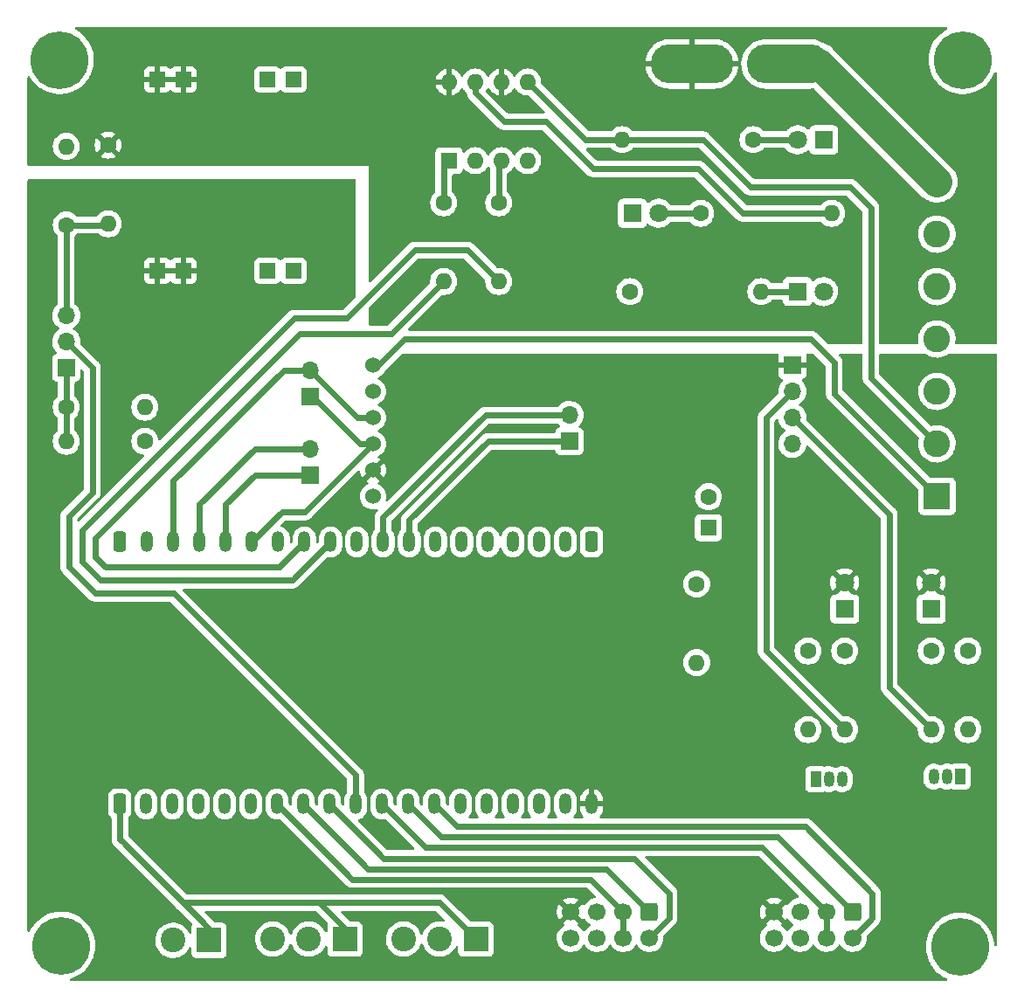
<source format=gbr>
%TF.GenerationSoftware,KiCad,Pcbnew,(6.0.2)*%
%TF.CreationDate,2022-11-16T14:07:38+00:00*%
%TF.ProjectId,stupid-mobility-adapter-v3,73747570-6964-42d6-9d6f-62696c697479,rev?*%
%TF.SameCoordinates,Original*%
%TF.FileFunction,Copper,L2,Bot*%
%TF.FilePolarity,Positive*%
%FSLAX46Y46*%
G04 Gerber Fmt 4.6, Leading zero omitted, Abs format (unit mm)*
G04 Created by KiCad (PCBNEW (6.0.2)) date 2022-11-16 14:07:38*
%MOMM*%
%LPD*%
G01*
G04 APERTURE LIST*
G04 Aperture macros list*
%AMRoundRect*
0 Rectangle with rounded corners*
0 $1 Rounding radius*
0 $2 $3 $4 $5 $6 $7 $8 $9 X,Y pos of 4 corners*
0 Add a 4 corners polygon primitive as box body*
4,1,4,$2,$3,$4,$5,$6,$7,$8,$9,$2,$3,0*
0 Add four circle primitives for the rounded corners*
1,1,$1+$1,$2,$3*
1,1,$1+$1,$4,$5*
1,1,$1+$1,$6,$7*
1,1,$1+$1,$8,$9*
0 Add four rect primitives between the rounded corners*
20,1,$1+$1,$2,$3,$4,$5,0*
20,1,$1+$1,$4,$5,$6,$7,0*
20,1,$1+$1,$6,$7,$8,$9,0*
20,1,$1+$1,$8,$9,$2,$3,0*%
G04 Aperture macros list end*
%TA.AperFunction,ComponentPad*%
%ADD10C,1.600000*%
%TD*%
%TA.AperFunction,ComponentPad*%
%ADD11O,1.600000X1.600000*%
%TD*%
%TA.AperFunction,ComponentPad*%
%ADD12R,2.600000X2.600000*%
%TD*%
%TA.AperFunction,ComponentPad*%
%ADD13C,2.600000*%
%TD*%
%TA.AperFunction,ComponentPad*%
%ADD14R,1.800000X1.800000*%
%TD*%
%TA.AperFunction,ComponentPad*%
%ADD15C,1.800000*%
%TD*%
%TA.AperFunction,ComponentPad*%
%ADD16R,1.700000X1.700000*%
%TD*%
%TA.AperFunction,ComponentPad*%
%ADD17O,1.700000X1.700000*%
%TD*%
%TA.AperFunction,ComponentPad*%
%ADD18R,1.050000X1.500000*%
%TD*%
%TA.AperFunction,ComponentPad*%
%ADD19O,1.050000X1.500000*%
%TD*%
%TA.AperFunction,ComponentPad*%
%ADD20R,2.400000X2.400000*%
%TD*%
%TA.AperFunction,ComponentPad*%
%ADD21C,2.400000*%
%TD*%
%TA.AperFunction,ComponentPad*%
%ADD22C,5.600000*%
%TD*%
%TA.AperFunction,ComponentPad*%
%ADD23R,1.600000X1.600000*%
%TD*%
%TA.AperFunction,ComponentPad*%
%ADD24O,1.200000X2.000000*%
%TD*%
%TA.AperFunction,ComponentPad*%
%ADD25RoundRect,0.300000X-0.300000X-0.700000X0.300000X-0.700000X0.300000X0.700000X-0.300000X0.700000X0*%
%TD*%
%TA.AperFunction,ComponentPad*%
%ADD26RoundRect,0.300000X0.300000X0.700000X-0.300000X0.700000X-0.300000X-0.700000X0.300000X-0.700000X0*%
%TD*%
%TA.AperFunction,ComponentPad*%
%ADD27C,1.524000*%
%TD*%
%TA.AperFunction,ComponentPad*%
%ADD28RoundRect,0.250000X-0.600000X0.600000X-0.600000X-0.600000X0.600000X-0.600000X0.600000X0.600000X0*%
%TD*%
%TA.AperFunction,ComponentPad*%
%ADD29C,1.700000*%
%TD*%
%TA.AperFunction,ComponentPad*%
%ADD30O,8.000000X3.800000*%
%TD*%
%TA.AperFunction,ComponentPad*%
%ADD31R,1.524000X1.524000*%
%TD*%
%TA.AperFunction,Conductor*%
%ADD32C,0.600000*%
%TD*%
%TA.AperFunction,Conductor*%
%ADD33C,2.000000*%
%TD*%
%TA.AperFunction,Conductor*%
%ADD34C,3.000000*%
%TD*%
G04 APERTURE END LIST*
D10*
%TO.P,R4,1*%
%TO.N,Net-(R4-Pad1)*%
X201676000Y-69596000D03*
D11*
%TO.P,R4,2*%
%TO.N,/MOB_DIR*%
X201676000Y-77216000D03*
%TD*%
D10*
%TO.P,R8,1*%
%TO.N,Net-(D2-Pad2)*%
X226568000Y-70612000D03*
D11*
%TO.P,R8,2*%
%TO.N,/REV*%
X239268000Y-70612000D03*
%TD*%
D12*
%TO.P,U3,1,pot_wiper*%
%TO.N,/VOUT*%
X249474000Y-98049000D03*
D13*
%TO.P,U3,2,KSI*%
%TO.N,/KEY_SW*%
X249474000Y-92969000D03*
%TO.P,U3,3,status_LED*%
%TO.N,Net-(R7-Pad1)*%
X249474000Y-87889000D03*
%TO.P,U3,4,rev_pin*%
%TO.N,/REV*%
X249474000Y-82809000D03*
%TO.P,U3,5,BDI*%
%TO.N,/BDI*%
X249474000Y-77729000D03*
%TO.P,U3,6,B-*%
%TO.N,-BATT*%
X249474000Y-72649000D03*
%TO.P,U3,7,B+*%
%TO.N,Net-(F1-Pad2)*%
X249474000Y-67569000D03*
%TD*%
D10*
%TO.P,R10,1*%
%TO.N,/relay0*%
X236982000Y-113030000D03*
D11*
%TO.P,R10,2*%
%TO.N,Net-(Q1-Pad2)*%
X236982000Y-120650000D03*
%TD*%
D14*
%TO.P,D4,1,K*%
%TO.N,Net-(D4-Pad1)*%
X240538000Y-108971000D03*
D15*
%TO.P,D4,2,A*%
%TO.N,VDD*%
X240538000Y-106431000D03*
%TD*%
D10*
%TO.P,R14,1*%
%TO.N,Net-(BZ1-Pad1)*%
X226187000Y-106553000D03*
D11*
%TO.P,R14,2*%
%TO.N,/Buzz*%
X226187000Y-114173000D03*
%TD*%
D16*
%TO.P,J10,1,Pin_1*%
%TO.N,/px_throttle*%
X213868000Y-92710000D03*
D17*
%TO.P,J10,2,Pin_2*%
%TO.N,/px_steer*%
X213868000Y-90170000D03*
%TD*%
D10*
%TO.P,R13,1*%
%TO.N,Net-(D5-Pad1)*%
X248920000Y-113030000D03*
D11*
%TO.P,R13,2*%
%TO.N,Net-(J7-Pad3)*%
X248920000Y-120650000D03*
%TD*%
D18*
%TO.P,Q2,1,E*%
%TO.N,-BATT*%
X251714000Y-125222000D03*
D19*
%TO.P,Q2,2,B*%
%TO.N,Net-(Q2-Pad2)*%
X250444000Y-125222000D03*
%TO.P,Q2,3,C*%
%TO.N,Net-(J7-Pad3)*%
X249174000Y-125222000D03*
%TD*%
D16*
%TO.P,J9,1,Pin_1*%
%TO.N,/BATT_BDI*%
X165100000Y-85598000D03*
D17*
%TO.P,J9,2,Pin_2*%
%TO.N,/BATT_MON*%
X165100000Y-83058000D03*
%TO.P,J9,3,Pin_3*%
%TO.N,/BATT_DIV*%
X165100000Y-80518000D03*
%TD*%
D10*
%TO.P,R5,1*%
%TO.N,/BATT_BDI*%
X165100000Y-89408000D03*
D11*
%TO.P,R5,2*%
%TO.N,-BATT*%
X172720000Y-89408000D03*
%TD*%
D10*
%TO.P,R9,1*%
%TO.N,Net-(D3-Pad2)*%
X231648000Y-63481000D03*
D11*
%TO.P,R9,2*%
%TO.N,/KEY_SW*%
X218948000Y-63481000D03*
%TD*%
D14*
%TO.P,D5,1,K*%
%TO.N,Net-(D5-Pad1)*%
X248920000Y-108971000D03*
D15*
%TO.P,D5,2,A*%
%TO.N,VDD*%
X248920000Y-106431000D03*
%TD*%
D20*
%TO.P,J2,1,Pin_1*%
%TO.N,+3V3*%
X192111250Y-140970000D03*
D21*
%TO.P,J2,2,Pin_2*%
%TO.N,/ACT0_FB*%
X188611250Y-140970000D03*
%TO.P,J2,3,Pin_3*%
%TO.N,-BATT*%
X185111250Y-140970000D03*
%TD*%
D22*
%TO.P,3.2,1*%
%TO.N,N/C*%
X251714000Y-141732000D03*
%TD*%
D16*
%TO.P,J6,1,Pin_1*%
%TO.N,/TX*%
X188722000Y-96012000D03*
D17*
%TO.P,J6,2,Pin_2*%
%TO.N,/RX*%
X188722000Y-93472000D03*
%TD*%
D14*
%TO.P,D3,1,K*%
%TO.N,-BATT*%
X238506000Y-63500000D03*
D15*
%TO.P,D3,2,A*%
%TO.N,Net-(D3-Pad2)*%
X235966000Y-63500000D03*
%TD*%
D16*
%TO.P,J7,1,Pin_1*%
%TO.N,VDD*%
X235458000Y-85344000D03*
D17*
%TO.P,J7,2,Pin_2*%
%TO.N,Net-(J7-Pad2)*%
X235458000Y-87884000D03*
%TO.P,J7,3,Pin_3*%
%TO.N,Net-(J7-Pad3)*%
X235458000Y-90424000D03*
%TO.P,J7,4,Pin_4*%
%TO.N,-BATT*%
X235458000Y-92964000D03*
%TD*%
D16*
%TO.P,J8,1,Pin_1*%
%TO.N,/SDA*%
X188722000Y-88397000D03*
D17*
%TO.P,J8,2,Pin_2*%
%TO.N,/SCL*%
X188722000Y-85857000D03*
%TD*%
D23*
%TO.P,U4,1,A1*%
%TO.N,Net-(R4-Pad1)*%
X202194000Y-65522000D03*
D11*
%TO.P,U4,2,C1*%
%TO.N,-BATT*%
X204734000Y-65522000D03*
%TO.P,U4,3,A2*%
%TO.N,Net-(R6-Pad1)*%
X207274000Y-65522000D03*
%TO.P,U4,4,C2*%
%TO.N,-BATT*%
X209814000Y-65522000D03*
%TO.P,U4,5,EM2*%
%TO.N,/KEY_SW*%
X209814000Y-57902000D03*
%TO.P,U4,6,CL2*%
%TO.N,+BATT*%
X207274000Y-57902000D03*
%TO.P,U4,7,EM1*%
%TO.N,/REV*%
X204734000Y-57902000D03*
%TO.P,U4,8,CL1*%
%TO.N,+BATT*%
X202194000Y-57902000D03*
%TD*%
D22*
%TO.P,3.2,1*%
%TO.N,N/C*%
X164465000Y-55753000D03*
%TD*%
D10*
%TO.P,R1,1*%
%TO.N,+BATT*%
X169164000Y-64008000D03*
D11*
%TO.P,R1,2*%
%TO.N,/BATT_DIV*%
X169164000Y-71628000D03*
%TD*%
D14*
%TO.P,D1,1,K*%
%TO.N,Net-(D1-Pad1)*%
X235961000Y-78213000D03*
D15*
%TO.P,D1,2,A*%
%TO.N,/B+*%
X238501000Y-78213000D03*
%TD*%
D10*
%TO.P,R3,1*%
%TO.N,/BDI*%
X172720000Y-92710000D03*
D11*
%TO.P,R3,2*%
%TO.N,/BATT_BDI*%
X165100000Y-92710000D03*
%TD*%
D10*
%TO.P,R11,1*%
%TO.N,/relay1*%
X252476000Y-113030000D03*
D11*
%TO.P,R11,2*%
%TO.N,Net-(Q2-Pad2)*%
X252476000Y-120650000D03*
%TD*%
D10*
%TO.P,R7,1*%
%TO.N,Net-(R7-Pad1)*%
X219710000Y-78213000D03*
D11*
%TO.P,R7,2*%
%TO.N,Net-(D1-Pad1)*%
X232410000Y-78213000D03*
%TD*%
D24*
%TO.P,U5,1,VIN*%
%TO.N,VDD*%
X216002670Y-127873680D03*
%TO.P,U5,2,GND*%
%TO.N,-BATT*%
X213462670Y-127873680D03*
%TO.P,U5,3,SD3\u002A*%
%TO.N,unconnected-(U5-Pad3)*%
X210922670Y-127873680D03*
%TO.P,U5,4,SD2\u002A*%
%TO.N,unconnected-(U5-Pad4)*%
X208382670Y-127873680D03*
%TO.P,U5,5,GPIO13*%
%TO.N,/relay0*%
X205842670Y-127873680D03*
%TO.P,U5,6,GND*%
%TO.N,-BATT*%
X203302670Y-127873680D03*
%TO.P,U5,7,GPIO12*%
%TO.N,/BTS1_LPWM*%
X200762670Y-127873680D03*
%TO.P,U5,8,GPIO14*%
%TO.N,/BTS1_RPWM*%
X198222670Y-127873680D03*
%TO.P,U5,9,GPIO27*%
%TO.N,/BTS1_EN*%
X195682670Y-127873680D03*
%TO.P,U5,10,GPIO26*%
%TO.N,/BATT_MON*%
X193142670Y-127873680D03*
%TO.P,U5,11,GPIO25*%
%TO.N,/BTS0_LPWM*%
X190602670Y-127873680D03*
%TO.P,U5,12,GPIO33*%
%TO.N,/BTS0_RPWM*%
X188062670Y-127873680D03*
%TO.P,U5,13,GPIO32*%
%TO.N,/BTS0_EN*%
X185522670Y-127873680D03*
%TO.P,U5,14,GPIO35*%
%TO.N,/Buzz*%
X182982670Y-127873680D03*
%TO.P,U5,15,GPIO34*%
%TO.N,/ACT1_FB*%
X180442670Y-127873680D03*
%TO.P,U5,16,GPIO39*%
%TO.N,/ACT0_FB*%
X177902670Y-127873680D03*
%TO.P,U5,17,GPIO36*%
%TO.N,/ESTOP_IN*%
X175362670Y-127873680D03*
%TO.P,U5,18,RST/EN*%
%TO.N,unconnected-(U5-Pad18)*%
X172822670Y-127873680D03*
D25*
%TO.P,U5,19,3V3*%
%TO.N,+3V3*%
X170285390Y-127870000D03*
%TO.P,U5,20,GND*%
%TO.N,-BATT*%
X170277230Y-102470000D03*
D24*
%TO.P,U5,21,GPIO23*%
%TO.N,/relay1*%
X172946950Y-102470000D03*
%TO.P,U5,22,GPIO22*%
%TO.N,/SCL*%
X175486950Y-102470000D03*
%TO.P,U5,23,GPIO1*%
%TO.N,/RX*%
X178026950Y-102470000D03*
%TO.P,U5,24,GPIO3*%
%TO.N,/TX*%
X180566950Y-102470000D03*
%TO.P,U5,25,GPIO21*%
%TO.N,/SDA*%
X183106950Y-102470000D03*
%TO.P,U5,26,GND*%
%TO.N,-BATT*%
X185646950Y-102470000D03*
%TO.P,U5,27,GPIO19*%
%TO.N,/MOB_DIR*%
X188186950Y-102470000D03*
%TO.P,U5,28,GPIO18*%
%TO.N,/MOB_EN*%
X190726950Y-102470000D03*
%TO.P,U5,29,GPIO5*%
%TO.N,unconnected-(U5-Pad29)*%
X193266950Y-102470000D03*
%TO.P,U5,30,GPIO17*%
%TO.N,/px_steer*%
X195806950Y-102470000D03*
%TO.P,U5,31,GPIO16*%
%TO.N,/px_throttle*%
X198346950Y-102470000D03*
%TO.P,U5,32,GPIO4*%
%TO.N,/px_mode*%
X200886950Y-102470000D03*
%TO.P,U5,33,GPIO0*%
%TO.N,unconnected-(U5-Pad33)*%
X203426950Y-102470000D03*
%TO.P,U5,34,GPIO2*%
%TO.N,unconnected-(U5-Pad34)*%
X205966950Y-102470000D03*
%TO.P,U5,35,GPIO15*%
%TO.N,unconnected-(U5-Pad35)*%
X208379950Y-102470000D03*
%TO.P,U5,36,SD1\u002A*%
%TO.N,unconnected-(U5-Pad36)*%
X210919950Y-102470000D03*
%TO.P,U5,37,SD0\u002A*%
%TO.N,unconnected-(U5-Pad37)*%
X213459950Y-102470000D03*
D26*
%TO.P,U5,38,CLK\u002A*%
%TO.N,unconnected-(U5-Pad38)*%
X215999950Y-102470000D03*
%TD*%
D20*
%TO.P,J4,1,Pin_1*%
%TO.N,+3V3*%
X204795000Y-140970000D03*
D21*
%TO.P,J4,2,Pin_2*%
%TO.N,/ACT1_FB*%
X201295000Y-140970000D03*
%TO.P,J4,3,Pin_3*%
%TO.N,-BATT*%
X197795000Y-140970000D03*
%TD*%
D14*
%TO.P,D2,1,K*%
%TO.N,-BATT*%
X219959000Y-70612000D03*
D15*
%TO.P,D2,2,A*%
%TO.N,Net-(D2-Pad2)*%
X222499000Y-70612000D03*
%TD*%
D27*
%TO.P,U1,1,OUT*%
%TO.N,/VOUT*%
X194828000Y-85354000D03*
%TO.P,U1,2,GND*%
%TO.N,-BATT*%
X194828000Y-87894000D03*
%TO.P,U1,3,SCL*%
%TO.N,/SCL*%
X194828000Y-90434000D03*
%TO.P,U1,4,SDA*%
%TO.N,/SDA*%
X194828000Y-92974000D03*
%TO.P,U1,5,VCC*%
%TO.N,VDD*%
X194828000Y-95514000D03*
%TO.P,U1,6,GND*%
%TO.N,-BATT*%
X194828000Y-98054000D03*
%TD*%
D22*
%TO.P,3.2,1*%
%TO.N,N/C*%
X164592000Y-141605000D03*
%TD*%
D10*
%TO.P,R2,1*%
%TO.N,/BATT_DIV*%
X165100000Y-71755000D03*
D11*
%TO.P,R2,2*%
%TO.N,-BATT*%
X165100000Y-64135000D03*
%TD*%
D20*
%TO.P,J5,1,Pin_1*%
%TO.N,+3V3*%
X178942500Y-141087500D03*
D21*
%TO.P,J5,2,Pin_2*%
%TO.N,/ESTOP_IN*%
X175442500Y-141087500D03*
%TD*%
D28*
%TO.P,J1,1,Pin_1*%
%TO.N,/BTS0_RPWM*%
X221615000Y-138312500D03*
D29*
%TO.P,J1,2,Pin_2*%
%TO.N,/BTS0_LPWM*%
X221615000Y-140852500D03*
%TO.P,J1,3,Pin_3*%
%TO.N,/BTS0_EN*%
X219075000Y-138312500D03*
%TO.P,J1,4,Pin_4*%
X219075000Y-140852500D03*
%TO.P,J1,5,Pin_5*%
%TO.N,unconnected-(J1-Pad5)*%
X216535000Y-138312500D03*
%TO.P,J1,6,Pin_6*%
%TO.N,unconnected-(J1-Pad6)*%
X216535000Y-140852500D03*
%TO.P,J1,7,Pin_7*%
%TO.N,VDD*%
X213995000Y-138312500D03*
%TO.P,J1,8,Pin_8*%
%TO.N,-BATT*%
X213995000Y-140852500D03*
%TD*%
D28*
%TO.P,J3,1,Pin_1*%
%TO.N,/BTS1_RPWM*%
X241300000Y-138312500D03*
D29*
%TO.P,J3,2,Pin_2*%
%TO.N,/BTS1_LPWM*%
X241300000Y-140852500D03*
%TO.P,J3,3,Pin_3*%
%TO.N,/BTS1_EN*%
X238760000Y-138312500D03*
%TO.P,J3,4,Pin_4*%
X238760000Y-140852500D03*
%TO.P,J3,5,Pin_5*%
%TO.N,unconnected-(J3-Pad5)*%
X236220000Y-138312500D03*
%TO.P,J3,6,Pin_6*%
%TO.N,unconnected-(J3-Pad6)*%
X236220000Y-140852500D03*
%TO.P,J3,7,Pin_7*%
%TO.N,VDD*%
X233680000Y-138312500D03*
%TO.P,J3,8,Pin_8*%
%TO.N,-BATT*%
X233680000Y-140852500D03*
%TD*%
D10*
%TO.P,R6,1*%
%TO.N,Net-(R6-Pad1)*%
X207010000Y-69596000D03*
D11*
%TO.P,R6,2*%
%TO.N,/MOB_EN*%
X207010000Y-77216000D03*
%TD*%
D18*
%TO.P,Q1,1,E*%
%TO.N,-BATT*%
X237744000Y-125476000D03*
D19*
%TO.P,Q1,2,B*%
%TO.N,Net-(Q1-Pad2)*%
X239014000Y-125476000D03*
%TO.P,Q1,3,C*%
%TO.N,Net-(J7-Pad2)*%
X240284000Y-125476000D03*
%TD*%
D22*
%TO.P,3.2,1*%
%TO.N,N/C*%
X251968000Y-55753000D03*
%TD*%
D30*
%TO.P,F1,1*%
%TO.N,+BATT*%
X225728000Y-56134000D03*
%TO.P,F1,2*%
%TO.N,Net-(F1-Pad2)*%
X235028000Y-56134000D03*
%TD*%
D31*
%TO.P,U2,1,IN+*%
%TO.N,+BATT*%
X176458500Y-57639000D03*
X173918500Y-57639000D03*
%TO.P,U2,2,IN-*%
%TO.N,-BATT*%
X184586500Y-57639000D03*
X187126500Y-57639000D03*
%TO.P,U2,3,OUT-*%
X184586500Y-76181000D03*
X187126500Y-76181000D03*
%TO.P,U2,4,OUT+*%
%TO.N,VDD*%
X176458500Y-76181000D03*
X173918500Y-76181000D03*
%TD*%
D10*
%TO.P,R12,1*%
%TO.N,Net-(D4-Pad1)*%
X240538000Y-113030000D03*
D11*
%TO.P,R12,2*%
%TO.N,Net-(J7-Pad2)*%
X240538000Y-120650000D03*
%TD*%
D23*
%TO.P,BZ1,1,-*%
%TO.N,Net-(BZ1-Pad1)*%
X227330000Y-101092000D03*
D10*
%TO.P,BZ1,2,+*%
%TO.N,-BATT*%
X227330000Y-98092000D03*
%TD*%
D32*
%TO.N,/TX*%
X183393000Y-96012000D02*
X188722000Y-96012000D01*
X180566950Y-102470000D02*
X180566950Y-98838050D01*
X180566950Y-98838050D02*
X183393000Y-96012000D01*
%TO.N,/RX*%
X183393000Y-93472000D02*
X188722000Y-93472000D01*
X178026950Y-98838050D02*
X183393000Y-93472000D01*
X178026950Y-102470000D02*
X178026950Y-98838050D01*
%TO.N,/MOB_EN*%
X190726950Y-102470000D02*
X187024950Y-106172000D01*
X198882000Y-74168000D02*
X203962000Y-74168000D01*
X168402000Y-106172000D02*
X166624000Y-104394000D01*
X166624000Y-101346000D02*
X187198000Y-80772000D01*
X187198000Y-80772000D02*
X192278000Y-80772000D01*
X203962000Y-74168000D02*
X207010000Y-77216000D01*
X166624000Y-104394000D02*
X166624000Y-101346000D01*
X192278000Y-80772000D02*
X198882000Y-74168000D01*
X187024950Y-106172000D02*
X168402000Y-106172000D01*
%TO.N,/MOB_DIR*%
X188186950Y-102470000D02*
X185754950Y-104902000D01*
X167931520Y-103923520D02*
X167931520Y-102070480D01*
X187706000Y-82296000D02*
X196596000Y-82296000D01*
X168910000Y-104902000D02*
X167931520Y-103923520D01*
X185754950Y-104902000D02*
X168910000Y-104902000D01*
X196596000Y-82296000D02*
X201676000Y-77216000D01*
X167931520Y-102070480D02*
X187706000Y-82296000D01*
%TO.N,/SDA*%
X193558000Y-92974000D02*
X194828000Y-92974000D01*
X186008950Y-99568000D02*
X188234000Y-99568000D01*
X188981000Y-88397000D02*
X193558000Y-92974000D01*
X188722000Y-88397000D02*
X188981000Y-88397000D01*
X183106950Y-102470000D02*
X186008950Y-99568000D01*
X188234000Y-99568000D02*
X194828000Y-92974000D01*
%TO.N,/BTS0_EN*%
X219075000Y-138312500D02*
X219075000Y-140852500D01*
X215928020Y-135165520D02*
X219075000Y-138312500D01*
X185522670Y-127873680D02*
X192814510Y-135165520D01*
X192814510Y-135165520D02*
X215928020Y-135165520D01*
%TO.N,/SCL*%
X175486950Y-102470000D02*
X175486950Y-96547050D01*
X188722000Y-85857000D02*
X188727000Y-85857000D01*
X188727000Y-85857000D02*
X193304000Y-90434000D01*
X186177000Y-85857000D02*
X188722000Y-85857000D01*
X193304000Y-90434000D02*
X194828000Y-90434000D01*
X175486950Y-96547050D02*
X186177000Y-85857000D01*
%TO.N,/BTS0_RPWM*%
X188062670Y-127873680D02*
X194338510Y-134149520D01*
X194338510Y-134149520D02*
X217452020Y-134149520D01*
X217452020Y-134149520D02*
X221615000Y-138312500D01*
%TO.N,/BATT_MON*%
X167894000Y-107442000D02*
X175514000Y-107442000D01*
X165100000Y-83058000D02*
X167640000Y-85598000D01*
X165354000Y-104902000D02*
X167894000Y-107442000D01*
X193142670Y-125070670D02*
X193142670Y-127873680D01*
X167640000Y-97663000D02*
X165354000Y-99949000D01*
X175514000Y-107442000D02*
X193142670Y-125070670D01*
X167640000Y-85598000D02*
X167640000Y-97663000D01*
X165354000Y-99949000D02*
X165354000Y-104902000D01*
%TO.N,/BTS0_LPWM*%
X190602670Y-127873680D02*
X195862510Y-133133520D01*
X220128520Y-133133520D02*
X223520000Y-136525000D01*
X223520000Y-138947500D02*
X221615000Y-140852500D01*
X195862510Y-133133520D02*
X220128520Y-133133520D01*
X223520000Y-136525000D02*
X223520000Y-138947500D01*
%TO.N,/BTS1_EN*%
X232527500Y-132080000D02*
X238760000Y-138312500D01*
X238760000Y-138312500D02*
X238760000Y-140852500D01*
X199888990Y-132080000D02*
X232527500Y-132080000D01*
X195682670Y-127873680D02*
X199888990Y-132080000D01*
%TO.N,/BTS1_RPWM*%
X201412990Y-131064000D02*
X234051500Y-131064000D01*
X234051500Y-131064000D02*
X241300000Y-138312500D01*
X198222670Y-127873680D02*
X201412990Y-131064000D01*
%TO.N,/BTS1_LPWM*%
X236728000Y-130048000D02*
X243205000Y-136525000D01*
X200762670Y-127873680D02*
X202936990Y-130048000D01*
X243205000Y-136525000D02*
X243205000Y-138947500D01*
X243205000Y-138947500D02*
X241300000Y-140852500D01*
X202936990Y-130048000D02*
X236728000Y-130048000D01*
%TO.N,Net-(D1-Pad1)*%
X232410000Y-78213000D02*
X235961000Y-78213000D01*
%TO.N,/KEY_SW*%
X218948000Y-63481000D02*
X226803000Y-63481000D01*
X215393000Y-63481000D02*
X209814000Y-57902000D01*
X243078000Y-86573000D02*
X249474000Y-92969000D01*
X218948000Y-63481000D02*
X215393000Y-63481000D01*
X241046000Y-68072000D02*
X243078000Y-70104000D01*
X243078000Y-70104000D02*
X243078000Y-86573000D01*
X231394000Y-68072000D02*
X241046000Y-68072000D01*
X226803000Y-63481000D02*
X231394000Y-68072000D01*
D33*
%TO.N,Net-(F1-Pad2)*%
X235028000Y-56134000D02*
X238039000Y-56134000D01*
D34*
X238039000Y-56134000D02*
X249474000Y-67569000D01*
D32*
%TO.N,/VOUT*%
X195336000Y-85354000D02*
X197886000Y-82804000D01*
X194828000Y-85354000D02*
X195336000Y-85354000D01*
X237236000Y-82804000D02*
X239522000Y-85090000D01*
X197886000Y-82804000D02*
X237236000Y-82804000D01*
X239522000Y-85090000D02*
X239522000Y-88097000D01*
X239522000Y-88097000D02*
X249474000Y-98049000D01*
%TO.N,/px_throttle*%
X198346950Y-102470000D02*
X198346950Y-100357050D01*
X205994000Y-92710000D02*
X213868000Y-92710000D01*
X198346950Y-100357050D02*
X205994000Y-92710000D01*
%TO.N,/px_steer*%
X195806950Y-102470000D02*
X195806950Y-100103050D01*
X205740000Y-90170000D02*
X213868000Y-90170000D01*
X195806950Y-100103050D02*
X205740000Y-90170000D01*
%TO.N,/BATT_DIV*%
X165100000Y-71755000D02*
X169037000Y-71755000D01*
X169037000Y-71755000D02*
X169164000Y-71628000D01*
X165100000Y-71755000D02*
X165100000Y-80518000D01*
%TO.N,/BATT_BDI*%
X165100000Y-85598000D02*
X165100000Y-89408000D01*
X165100000Y-89408000D02*
X165100000Y-92710000D01*
%TO.N,Net-(D2-Pad2)*%
X222499000Y-70612000D02*
X226568000Y-70612000D01*
%TO.N,Net-(D3-Pad2)*%
X235947000Y-63481000D02*
X235966000Y-63500000D01*
X231648000Y-63481000D02*
X235947000Y-63481000D01*
%TO.N,Net-(J7-Pad2)*%
X235458000Y-87884000D02*
X232918000Y-90424000D01*
X232918000Y-113030000D02*
X240538000Y-120650000D01*
X232918000Y-90424000D02*
X232918000Y-113030000D01*
%TO.N,Net-(J7-Pad3)*%
X235458000Y-90424000D02*
X244856000Y-99822000D01*
X244856000Y-116586000D02*
X248920000Y-120650000D01*
X244856000Y-99822000D02*
X244856000Y-116586000D01*
%TO.N,Net-(R4-Pad1)*%
X201676000Y-69596000D02*
X201676000Y-66040000D01*
X201676000Y-66040000D02*
X202194000Y-65522000D01*
%TO.N,Net-(R6-Pad1)*%
X207010000Y-69596000D02*
X207010000Y-65786000D01*
X207010000Y-65786000D02*
X207274000Y-65522000D01*
%TO.N,/REV*%
X211582000Y-61722000D02*
X216154000Y-66294000D01*
X226314000Y-66294000D02*
X230632000Y-70612000D01*
X207518000Y-61722000D02*
X211582000Y-61722000D01*
X204734000Y-57902000D02*
X204734000Y-58938000D01*
X230632000Y-70612000D02*
X239268000Y-70612000D01*
X216154000Y-66294000D02*
X226314000Y-66294000D01*
X204734000Y-58938000D02*
X207518000Y-61722000D01*
%TO.N,+3V3*%
X189611000Y-137414000D02*
X176403000Y-137414000D01*
X178942500Y-141087500D02*
X178942500Y-139953500D01*
X192111250Y-139914250D02*
X189611000Y-137414000D01*
X204795000Y-140970000D02*
X201239000Y-137414000D01*
X178942500Y-139953500D02*
X170497500Y-131508500D01*
X201239000Y-137414000D02*
X189611000Y-137414000D01*
X170285390Y-131296390D02*
X170285390Y-127870000D01*
X176403000Y-137414000D02*
X170497500Y-131508500D01*
X170497500Y-131508500D02*
X170285390Y-131296390D01*
X192111250Y-140970000D02*
X192111250Y-139914250D01*
%TD*%
%TA.AperFunction,Conductor*%
%TO.N,VDD*%
G36*
X193109121Y-67330002D02*
G01*
X193155614Y-67383658D01*
X193167000Y-67436000D01*
X193167000Y-78687418D01*
X193146998Y-78755539D01*
X193130095Y-78776513D01*
X191980013Y-79926595D01*
X191917701Y-79960621D01*
X191890918Y-79963500D01*
X187207214Y-79963500D01*
X187205894Y-79963493D01*
X187204819Y-79963482D01*
X187115779Y-79962549D01*
X187073403Y-79971711D01*
X187060837Y-79973769D01*
X187017745Y-79978603D01*
X187011094Y-79980919D01*
X187011090Y-79980920D01*
X186986070Y-79989633D01*
X186971257Y-79993796D01*
X186938490Y-80000881D01*
X186899187Y-80019208D01*
X186887411Y-80023990D01*
X186846448Y-80038255D01*
X186840473Y-80041989D01*
X186840470Y-80041990D01*
X186818005Y-80056027D01*
X186804488Y-80063366D01*
X186780486Y-80074559D01*
X186774098Y-80077538D01*
X186768533Y-80081855D01*
X186768531Y-80081856D01*
X186739847Y-80104106D01*
X186729388Y-80111402D01*
X186698596Y-80130642D01*
X186698593Y-80130644D01*
X186692624Y-80134374D01*
X186687629Y-80139334D01*
X186687628Y-80139335D01*
X186663821Y-80162976D01*
X186663196Y-80163561D01*
X186662530Y-80164078D01*
X186636540Y-80190068D01*
X186563918Y-80262185D01*
X186563260Y-80263222D01*
X186562157Y-80264451D01*
X174231250Y-92595358D01*
X174168938Y-92629384D01*
X174098123Y-92624319D01*
X174041287Y-92581772D01*
X174016634Y-92517244D01*
X174014023Y-92487394D01*
X174014022Y-92487389D01*
X174013543Y-92481913D01*
X174001981Y-92438763D01*
X173955707Y-92266067D01*
X173955706Y-92266065D01*
X173954284Y-92260757D01*
X173933114Y-92215357D01*
X173859849Y-92058238D01*
X173859846Y-92058233D01*
X173857523Y-92053251D01*
X173751261Y-91901493D01*
X173729357Y-91870211D01*
X173729355Y-91870208D01*
X173726198Y-91865700D01*
X173564300Y-91703802D01*
X173559792Y-91700645D01*
X173559789Y-91700643D01*
X173447051Y-91621703D01*
X173376749Y-91572477D01*
X173371767Y-91570154D01*
X173371762Y-91570151D01*
X173174225Y-91478039D01*
X173174224Y-91478039D01*
X173169243Y-91475716D01*
X173163935Y-91474294D01*
X173163933Y-91474293D01*
X172953402Y-91417881D01*
X172953400Y-91417881D01*
X172948087Y-91416457D01*
X172720000Y-91396502D01*
X172491913Y-91416457D01*
X172486600Y-91417881D01*
X172486598Y-91417881D01*
X172276067Y-91474293D01*
X172276065Y-91474294D01*
X172270757Y-91475716D01*
X172265776Y-91478039D01*
X172265775Y-91478039D01*
X172068238Y-91570151D01*
X172068233Y-91570154D01*
X172063251Y-91572477D01*
X171992949Y-91621703D01*
X171880211Y-91700643D01*
X171880208Y-91700645D01*
X171875700Y-91703802D01*
X171713802Y-91865700D01*
X171710645Y-91870208D01*
X171710643Y-91870211D01*
X171688739Y-91901493D01*
X171582477Y-92053251D01*
X171580154Y-92058233D01*
X171580151Y-92058238D01*
X171506886Y-92215357D01*
X171485716Y-92260757D01*
X171484294Y-92266065D01*
X171484293Y-92266067D01*
X171438019Y-92438763D01*
X171426457Y-92481913D01*
X171406502Y-92710000D01*
X171426457Y-92938087D01*
X171427881Y-92943400D01*
X171427881Y-92943402D01*
X171467175Y-93090046D01*
X171485716Y-93159243D01*
X171488039Y-93164224D01*
X171488039Y-93164225D01*
X171580151Y-93361762D01*
X171580154Y-93361767D01*
X171582477Y-93366749D01*
X171640125Y-93449079D01*
X171703552Y-93539661D01*
X171713802Y-93554300D01*
X171875700Y-93716198D01*
X171880208Y-93719355D01*
X171880211Y-93719357D01*
X171956807Y-93772990D01*
X172063251Y-93847523D01*
X172068233Y-93849846D01*
X172068238Y-93849849D01*
X172237212Y-93928642D01*
X172270757Y-93944284D01*
X172276065Y-93945706D01*
X172276067Y-93945707D01*
X172486598Y-94002119D01*
X172486600Y-94002119D01*
X172491913Y-94003543D01*
X172497389Y-94004022D01*
X172497394Y-94004023D01*
X172524006Y-94006351D01*
X172527244Y-94006634D01*
X172593362Y-94032497D01*
X172635002Y-94090001D01*
X172638943Y-94160888D01*
X172605358Y-94221250D01*
X166377595Y-100449013D01*
X166315283Y-100483039D01*
X166244468Y-100477974D01*
X166187632Y-100435427D01*
X166162821Y-100368907D01*
X166162500Y-100359918D01*
X166162500Y-100336082D01*
X166182502Y-100267961D01*
X166199405Y-100246987D01*
X168205158Y-98241234D01*
X168206095Y-98240306D01*
X168265475Y-98182157D01*
X168265476Y-98182156D01*
X168270507Y-98177229D01*
X168293998Y-98140779D01*
X168301417Y-98130454D01*
X168328476Y-98096557D01*
X168343073Y-98066362D01*
X168350602Y-98052945D01*
X168368765Y-98024762D01*
X168371173Y-98018145D01*
X168371176Y-98018140D01*
X168383592Y-97984027D01*
X168388553Y-97972284D01*
X168404354Y-97939597D01*
X168404356Y-97939592D01*
X168407421Y-97933251D01*
X168414965Y-97900572D01*
X168419332Y-97885831D01*
X168430803Y-97854315D01*
X168431686Y-97847325D01*
X168431688Y-97847317D01*
X168436238Y-97811299D01*
X168438474Y-97798747D01*
X168446638Y-97763386D01*
X168446638Y-97763383D01*
X168448224Y-97756515D01*
X168448366Y-97715944D01*
X168448395Y-97715062D01*
X168448500Y-97714231D01*
X168448500Y-97677428D01*
X168448503Y-97676641D01*
X168448845Y-97578657D01*
X168448845Y-97578652D01*
X168448857Y-97575130D01*
X168448589Y-97573930D01*
X168448500Y-97572293D01*
X168448500Y-89408000D01*
X171406502Y-89408000D01*
X171426457Y-89636087D01*
X171427881Y-89641400D01*
X171427881Y-89641402D01*
X171482776Y-89846269D01*
X171485716Y-89857243D01*
X171488039Y-89862224D01*
X171488039Y-89862225D01*
X171580151Y-90059762D01*
X171580154Y-90059767D01*
X171582477Y-90064749D01*
X171640352Y-90147403D01*
X171702802Y-90236590D01*
X171713802Y-90252300D01*
X171875700Y-90414198D01*
X171880208Y-90417355D01*
X171880211Y-90417357D01*
X171911799Y-90439475D01*
X172063251Y-90545523D01*
X172068233Y-90547846D01*
X172068238Y-90547849D01*
X172265775Y-90639961D01*
X172270757Y-90642284D01*
X172276065Y-90643706D01*
X172276067Y-90643707D01*
X172486598Y-90700119D01*
X172486600Y-90700119D01*
X172491913Y-90701543D01*
X172720000Y-90721498D01*
X172948087Y-90701543D01*
X172953400Y-90700119D01*
X172953402Y-90700119D01*
X173163933Y-90643707D01*
X173163935Y-90643706D01*
X173169243Y-90642284D01*
X173174225Y-90639961D01*
X173371762Y-90547849D01*
X173371767Y-90547846D01*
X173376749Y-90545523D01*
X173528201Y-90439475D01*
X173559789Y-90417357D01*
X173559792Y-90417355D01*
X173564300Y-90414198D01*
X173726198Y-90252300D01*
X173737199Y-90236590D01*
X173799648Y-90147403D01*
X173857523Y-90064749D01*
X173859846Y-90059767D01*
X173859849Y-90059762D01*
X173951961Y-89862225D01*
X173951961Y-89862224D01*
X173954284Y-89857243D01*
X173957225Y-89846269D01*
X174012119Y-89641402D01*
X174012119Y-89641400D01*
X174013543Y-89636087D01*
X174033498Y-89408000D01*
X174013543Y-89179913D01*
X174009279Y-89164000D01*
X173955707Y-88964067D01*
X173955706Y-88964065D01*
X173954284Y-88958757D01*
X173938502Y-88924912D01*
X173859849Y-88756238D01*
X173859846Y-88756233D01*
X173857523Y-88751251D01*
X173773770Y-88631639D01*
X173729357Y-88568211D01*
X173729355Y-88568208D01*
X173726198Y-88563700D01*
X173564300Y-88401802D01*
X173559792Y-88398645D01*
X173559789Y-88398643D01*
X173442052Y-88316203D01*
X173376749Y-88270477D01*
X173371767Y-88268154D01*
X173371762Y-88268151D01*
X173174225Y-88176039D01*
X173174224Y-88176039D01*
X173169243Y-88173716D01*
X173163935Y-88172294D01*
X173163933Y-88172293D01*
X172953402Y-88115881D01*
X172953400Y-88115881D01*
X172948087Y-88114457D01*
X172720000Y-88094502D01*
X172491913Y-88114457D01*
X172486600Y-88115881D01*
X172486598Y-88115881D01*
X172276067Y-88172293D01*
X172276065Y-88172294D01*
X172270757Y-88173716D01*
X172265776Y-88176039D01*
X172265775Y-88176039D01*
X172068238Y-88268151D01*
X172068233Y-88268154D01*
X172063251Y-88270477D01*
X171997948Y-88316203D01*
X171880211Y-88398643D01*
X171880208Y-88398645D01*
X171875700Y-88401802D01*
X171713802Y-88563700D01*
X171710645Y-88568208D01*
X171710643Y-88568211D01*
X171666230Y-88631639D01*
X171582477Y-88751251D01*
X171580154Y-88756233D01*
X171580151Y-88756238D01*
X171501498Y-88924912D01*
X171485716Y-88958757D01*
X171484294Y-88964065D01*
X171484293Y-88964067D01*
X171430721Y-89164000D01*
X171426457Y-89179913D01*
X171406502Y-89408000D01*
X168448500Y-89408000D01*
X168448500Y-85607164D01*
X168448507Y-85605845D01*
X168449376Y-85522826D01*
X168449450Y-85515779D01*
X168440290Y-85473414D01*
X168438230Y-85460835D01*
X168434182Y-85424741D01*
X168434181Y-85424738D01*
X168433397Y-85417745D01*
X168422366Y-85386068D01*
X168418204Y-85371258D01*
X168412609Y-85345378D01*
X168412608Y-85345374D01*
X168411119Y-85338489D01*
X168408142Y-85332105D01*
X168408140Y-85332099D01*
X168392796Y-85299193D01*
X168388000Y-85287383D01*
X168376061Y-85253100D01*
X168373745Y-85246448D01*
X168370013Y-85240476D01*
X168370010Y-85240469D01*
X168355973Y-85218005D01*
X168348634Y-85204488D01*
X168337439Y-85180481D01*
X168337437Y-85180477D01*
X168334462Y-85174098D01*
X168307892Y-85139844D01*
X168300598Y-85129388D01*
X168299246Y-85127224D01*
X168277626Y-85092624D01*
X168270577Y-85085525D01*
X168249017Y-85063815D01*
X168248434Y-85063192D01*
X168247921Y-85062530D01*
X168222073Y-85036682D01*
X168149815Y-84963918D01*
X168148777Y-84963259D01*
X168147544Y-84962153D01*
X166487836Y-83302444D01*
X166453810Y-83240132D01*
X166452009Y-83196903D01*
X166461092Y-83127911D01*
X166461092Y-83127907D01*
X166461529Y-83124590D01*
X166463156Y-83058000D01*
X166444852Y-82835361D01*
X166390431Y-82618702D01*
X166301354Y-82413840D01*
X166180014Y-82226277D01*
X166029670Y-82061051D01*
X166025619Y-82057852D01*
X166025615Y-82057848D01*
X165858414Y-81925800D01*
X165858410Y-81925798D01*
X165854359Y-81922598D01*
X165813053Y-81899796D01*
X165763084Y-81849364D01*
X165748312Y-81779921D01*
X165773428Y-81713516D01*
X165800780Y-81686909D01*
X165844603Y-81655650D01*
X165979860Y-81559173D01*
X166138096Y-81401489D01*
X166153594Y-81379922D01*
X166265435Y-81224277D01*
X166268453Y-81220077D01*
X166367430Y-81019811D01*
X166432370Y-80806069D01*
X166461529Y-80584590D01*
X166463156Y-80518000D01*
X166444852Y-80295361D01*
X166390431Y-80078702D01*
X166301354Y-79873840D01*
X166180014Y-79686277D01*
X166029670Y-79521051D01*
X166025625Y-79517857D01*
X166025616Y-79517848D01*
X165956408Y-79463191D01*
X165915345Y-79405274D01*
X165908500Y-79364309D01*
X165908500Y-76987669D01*
X172648501Y-76987669D01*
X172648871Y-76994490D01*
X172654395Y-77045352D01*
X172658021Y-77060604D01*
X172703176Y-77181054D01*
X172711714Y-77196649D01*
X172788215Y-77298724D01*
X172800776Y-77311285D01*
X172902851Y-77387786D01*
X172918446Y-77396324D01*
X173038894Y-77441478D01*
X173054149Y-77445105D01*
X173105014Y-77450631D01*
X173111828Y-77451000D01*
X173646385Y-77451000D01*
X173661624Y-77446525D01*
X173662829Y-77445135D01*
X173664500Y-77437452D01*
X173664500Y-77432884D01*
X174172500Y-77432884D01*
X174176975Y-77448123D01*
X174178365Y-77449328D01*
X174186048Y-77450999D01*
X174725169Y-77450999D01*
X174731990Y-77450629D01*
X174782852Y-77445105D01*
X174798104Y-77441479D01*
X174918554Y-77396324D01*
X174934149Y-77387786D01*
X175036224Y-77311285D01*
X175048784Y-77298725D01*
X175087673Y-77246835D01*
X175144532Y-77204319D01*
X175215351Y-77199293D01*
X175277644Y-77233353D01*
X175289327Y-77246835D01*
X175328216Y-77298725D01*
X175340776Y-77311285D01*
X175442851Y-77387786D01*
X175458446Y-77396324D01*
X175578894Y-77441478D01*
X175594149Y-77445105D01*
X175645014Y-77450631D01*
X175651828Y-77451000D01*
X176186385Y-77451000D01*
X176201624Y-77446525D01*
X176202829Y-77445135D01*
X176204500Y-77437452D01*
X176204500Y-77432884D01*
X176712500Y-77432884D01*
X176716975Y-77448123D01*
X176718365Y-77449328D01*
X176726048Y-77450999D01*
X177265169Y-77450999D01*
X177271990Y-77450629D01*
X177322852Y-77445105D01*
X177338104Y-77441479D01*
X177458554Y-77396324D01*
X177474149Y-77387786D01*
X177576224Y-77311285D01*
X177588785Y-77298724D01*
X177665286Y-77196649D01*
X177673824Y-77181054D01*
X177718978Y-77060606D01*
X177722605Y-77045351D01*
X177728131Y-76994486D01*
X177728313Y-76991134D01*
X183316000Y-76991134D01*
X183322755Y-77053316D01*
X183373885Y-77189705D01*
X183461239Y-77306261D01*
X183577795Y-77393615D01*
X183714184Y-77444745D01*
X183776366Y-77451500D01*
X185396634Y-77451500D01*
X185458816Y-77444745D01*
X185595205Y-77393615D01*
X185711761Y-77306261D01*
X185755674Y-77247668D01*
X185812533Y-77205153D01*
X185883352Y-77200127D01*
X185945645Y-77234187D01*
X185957325Y-77247667D01*
X186001239Y-77306261D01*
X186117795Y-77393615D01*
X186254184Y-77444745D01*
X186316366Y-77451500D01*
X187936634Y-77451500D01*
X187998816Y-77444745D01*
X188135205Y-77393615D01*
X188251761Y-77306261D01*
X188339115Y-77189705D01*
X188390245Y-77053316D01*
X188397000Y-76991134D01*
X188397000Y-75370866D01*
X188390245Y-75308684D01*
X188339115Y-75172295D01*
X188251761Y-75055739D01*
X188135205Y-74968385D01*
X187998816Y-74917255D01*
X187936634Y-74910500D01*
X186316366Y-74910500D01*
X186254184Y-74917255D01*
X186117795Y-74968385D01*
X186001239Y-75055739D01*
X185995858Y-75062919D01*
X185957326Y-75114332D01*
X185900467Y-75156847D01*
X185829648Y-75161873D01*
X185767355Y-75127813D01*
X185755674Y-75114332D01*
X185717142Y-75062919D01*
X185711761Y-75055739D01*
X185595205Y-74968385D01*
X185458816Y-74917255D01*
X185396634Y-74910500D01*
X183776366Y-74910500D01*
X183714184Y-74917255D01*
X183577795Y-74968385D01*
X183461239Y-75055739D01*
X183373885Y-75172295D01*
X183322755Y-75308684D01*
X183316000Y-75370866D01*
X183316000Y-76991134D01*
X177728313Y-76991134D01*
X177728500Y-76987672D01*
X177728500Y-76453115D01*
X177724025Y-76437876D01*
X177722635Y-76436671D01*
X177714952Y-76435000D01*
X176730615Y-76435000D01*
X176715376Y-76439475D01*
X176714171Y-76440865D01*
X176712500Y-76448548D01*
X176712500Y-77432884D01*
X176204500Y-77432884D01*
X176204500Y-76453115D01*
X176200025Y-76437876D01*
X176198635Y-76436671D01*
X176190952Y-76435000D01*
X174190615Y-76435000D01*
X174175376Y-76439475D01*
X174174171Y-76440865D01*
X174172500Y-76448548D01*
X174172500Y-77432884D01*
X173664500Y-77432884D01*
X173664500Y-76453115D01*
X173660025Y-76437876D01*
X173658635Y-76436671D01*
X173650952Y-76435000D01*
X172666616Y-76435000D01*
X172651377Y-76439475D01*
X172650172Y-76440865D01*
X172648501Y-76448548D01*
X172648501Y-76987669D01*
X165908500Y-76987669D01*
X165908500Y-75908885D01*
X172648500Y-75908885D01*
X172652975Y-75924124D01*
X172654365Y-75925329D01*
X172662048Y-75927000D01*
X173646385Y-75927000D01*
X173661624Y-75922525D01*
X173662829Y-75921135D01*
X173664500Y-75913452D01*
X173664500Y-75908885D01*
X174172500Y-75908885D01*
X174176975Y-75924124D01*
X174178365Y-75925329D01*
X174186048Y-75927000D01*
X176186385Y-75927000D01*
X176201624Y-75922525D01*
X176202829Y-75921135D01*
X176204500Y-75913452D01*
X176204500Y-75908885D01*
X176712500Y-75908885D01*
X176716975Y-75924124D01*
X176718365Y-75925329D01*
X176726048Y-75927000D01*
X177710384Y-75927000D01*
X177725623Y-75922525D01*
X177726828Y-75921135D01*
X177728499Y-75913452D01*
X177728499Y-75374331D01*
X177728129Y-75367510D01*
X177722605Y-75316648D01*
X177718979Y-75301396D01*
X177673824Y-75180946D01*
X177665286Y-75165351D01*
X177588785Y-75063276D01*
X177576224Y-75050715D01*
X177474149Y-74974214D01*
X177458554Y-74965676D01*
X177338106Y-74920522D01*
X177322851Y-74916895D01*
X177271986Y-74911369D01*
X177265172Y-74911000D01*
X176730615Y-74911000D01*
X176715376Y-74915475D01*
X176714171Y-74916865D01*
X176712500Y-74924548D01*
X176712500Y-75908885D01*
X176204500Y-75908885D01*
X176204500Y-74929116D01*
X176200025Y-74913877D01*
X176198635Y-74912672D01*
X176190952Y-74911001D01*
X175651831Y-74911001D01*
X175645010Y-74911371D01*
X175594148Y-74916895D01*
X175578896Y-74920521D01*
X175458446Y-74965676D01*
X175442851Y-74974214D01*
X175340776Y-75050715D01*
X175328216Y-75063275D01*
X175289327Y-75115165D01*
X175232468Y-75157681D01*
X175161649Y-75162707D01*
X175099356Y-75128647D01*
X175087673Y-75115165D01*
X175048784Y-75063275D01*
X175036224Y-75050715D01*
X174934149Y-74974214D01*
X174918554Y-74965676D01*
X174798106Y-74920522D01*
X174782851Y-74916895D01*
X174731986Y-74911369D01*
X174725172Y-74911000D01*
X174190615Y-74911000D01*
X174175376Y-74915475D01*
X174174171Y-74916865D01*
X174172500Y-74924548D01*
X174172500Y-75908885D01*
X173664500Y-75908885D01*
X173664500Y-74929116D01*
X173660025Y-74913877D01*
X173658635Y-74912672D01*
X173650952Y-74911001D01*
X173111831Y-74911001D01*
X173105010Y-74911371D01*
X173054148Y-74916895D01*
X173038896Y-74920521D01*
X172918446Y-74965676D01*
X172902851Y-74974214D01*
X172800776Y-75050715D01*
X172788215Y-75063276D01*
X172711714Y-75165351D01*
X172703176Y-75180946D01*
X172658022Y-75301394D01*
X172654395Y-75316649D01*
X172648869Y-75367514D01*
X172648500Y-75374328D01*
X172648500Y-75908885D01*
X165908500Y-75908885D01*
X165908500Y-72849188D01*
X165928502Y-72781067D01*
X165945405Y-72760093D01*
X166105093Y-72600405D01*
X166167405Y-72566379D01*
X166194188Y-72563500D01*
X168196812Y-72563500D01*
X168264933Y-72583502D01*
X168285907Y-72600405D01*
X168319700Y-72634198D01*
X168324208Y-72637355D01*
X168324211Y-72637357D01*
X168340839Y-72649000D01*
X168507251Y-72765523D01*
X168512233Y-72767846D01*
X168512238Y-72767849D01*
X168686672Y-72849188D01*
X168714757Y-72862284D01*
X168720065Y-72863706D01*
X168720067Y-72863707D01*
X168930598Y-72920119D01*
X168930600Y-72920119D01*
X168935913Y-72921543D01*
X169164000Y-72941498D01*
X169392087Y-72921543D01*
X169397400Y-72920119D01*
X169397402Y-72920119D01*
X169607933Y-72863707D01*
X169607935Y-72863706D01*
X169613243Y-72862284D01*
X169641328Y-72849188D01*
X169815762Y-72767849D01*
X169815767Y-72767846D01*
X169820749Y-72765523D01*
X169987161Y-72649000D01*
X170003789Y-72637357D01*
X170003792Y-72637355D01*
X170008300Y-72634198D01*
X170170198Y-72472300D01*
X170301523Y-72284749D01*
X170303846Y-72279767D01*
X170303849Y-72279762D01*
X170395961Y-72082225D01*
X170395961Y-72082224D01*
X170398284Y-72077243D01*
X170413489Y-72020500D01*
X170456119Y-71861402D01*
X170456119Y-71861400D01*
X170457543Y-71856087D01*
X170477498Y-71628000D01*
X170457543Y-71399913D01*
X170441694Y-71340765D01*
X170399707Y-71184067D01*
X170399706Y-71184065D01*
X170398284Y-71178757D01*
X170358642Y-71093743D01*
X170303849Y-70976238D01*
X170303846Y-70976233D01*
X170301523Y-70971251D01*
X170202817Y-70830284D01*
X170173357Y-70788211D01*
X170173355Y-70788208D01*
X170170198Y-70783700D01*
X170008300Y-70621802D01*
X170003792Y-70618645D01*
X170003789Y-70618643D01*
X169867252Y-70523039D01*
X169820749Y-70490477D01*
X169815767Y-70488154D01*
X169815762Y-70488151D01*
X169618225Y-70396039D01*
X169618224Y-70396039D01*
X169613243Y-70393716D01*
X169607935Y-70392294D01*
X169607933Y-70392293D01*
X169397402Y-70335881D01*
X169397400Y-70335881D01*
X169392087Y-70334457D01*
X169164000Y-70314502D01*
X168935913Y-70334457D01*
X168930600Y-70335881D01*
X168930598Y-70335881D01*
X168720067Y-70392293D01*
X168720065Y-70392294D01*
X168714757Y-70393716D01*
X168709776Y-70396039D01*
X168709775Y-70396039D01*
X168512238Y-70488151D01*
X168512233Y-70488154D01*
X168507251Y-70490477D01*
X168460748Y-70523039D01*
X168324211Y-70618643D01*
X168324208Y-70618645D01*
X168319700Y-70621802D01*
X168157802Y-70783700D01*
X168154644Y-70788210D01*
X168154639Y-70788216D01*
X168081430Y-70892770D01*
X168025973Y-70937099D01*
X167978217Y-70946500D01*
X166194188Y-70946500D01*
X166126067Y-70926498D01*
X166105093Y-70909595D01*
X165944300Y-70748802D01*
X165939792Y-70745645D01*
X165939789Y-70745643D01*
X165768491Y-70625699D01*
X165756749Y-70617477D01*
X165751767Y-70615154D01*
X165751762Y-70615151D01*
X165554225Y-70523039D01*
X165554224Y-70523039D01*
X165549243Y-70520716D01*
X165543935Y-70519294D01*
X165543933Y-70519293D01*
X165333402Y-70462881D01*
X165333400Y-70462881D01*
X165328087Y-70461457D01*
X165100000Y-70441502D01*
X164871913Y-70461457D01*
X164866600Y-70462881D01*
X164866598Y-70462881D01*
X164656067Y-70519293D01*
X164656065Y-70519294D01*
X164650757Y-70520716D01*
X164645776Y-70523039D01*
X164645775Y-70523039D01*
X164448238Y-70615151D01*
X164448233Y-70615154D01*
X164443251Y-70617477D01*
X164431509Y-70625699D01*
X164260211Y-70745643D01*
X164260208Y-70745645D01*
X164255700Y-70748802D01*
X164093802Y-70910700D01*
X163962477Y-71098251D01*
X163960154Y-71103233D01*
X163960151Y-71103238D01*
X163868039Y-71300775D01*
X163865716Y-71305757D01*
X163864294Y-71311065D01*
X163864293Y-71311067D01*
X163825378Y-71456300D01*
X163806457Y-71526913D01*
X163786502Y-71755000D01*
X163806457Y-71983087D01*
X163807881Y-71988400D01*
X163807881Y-71988402D01*
X163842812Y-72118763D01*
X163865716Y-72204243D01*
X163868039Y-72209224D01*
X163868039Y-72209225D01*
X163960151Y-72406762D01*
X163960154Y-72406767D01*
X163962477Y-72411749D01*
X164093802Y-72599300D01*
X164254595Y-72760093D01*
X164288621Y-72822405D01*
X164291500Y-72849188D01*
X164291500Y-79363195D01*
X164271498Y-79431316D01*
X164241153Y-79463955D01*
X164199106Y-79495525D01*
X164199100Y-79495531D01*
X164194965Y-79498635D01*
X164191391Y-79502375D01*
X164084008Y-79614745D01*
X164040629Y-79660138D01*
X163914743Y-79844680D01*
X163867715Y-79945993D01*
X163831507Y-80023998D01*
X163820688Y-80047305D01*
X163760989Y-80262570D01*
X163737251Y-80484695D01*
X163737548Y-80489848D01*
X163737548Y-80489851D01*
X163743011Y-80584590D01*
X163750110Y-80707715D01*
X163751247Y-80712761D01*
X163751248Y-80712767D01*
X163771119Y-80800939D01*
X163799222Y-80925639D01*
X163837461Y-81019811D01*
X163874196Y-81110278D01*
X163883266Y-81132616D01*
X163885965Y-81137020D01*
X163972963Y-81278988D01*
X163999987Y-81323088D01*
X164146250Y-81491938D01*
X164318126Y-81634632D01*
X164388595Y-81675811D01*
X164391445Y-81677476D01*
X164440169Y-81729114D01*
X164453240Y-81798897D01*
X164426509Y-81864669D01*
X164386055Y-81898027D01*
X164373607Y-81904507D01*
X164369474Y-81907610D01*
X164369471Y-81907612D01*
X164199100Y-82035530D01*
X164194965Y-82038635D01*
X164191393Y-82042373D01*
X164066092Y-82173493D01*
X164040629Y-82200138D01*
X163914743Y-82384680D01*
X163820688Y-82587305D01*
X163760989Y-82802570D01*
X163737251Y-83024695D01*
X163737548Y-83029848D01*
X163737548Y-83029851D01*
X163743006Y-83124502D01*
X163750110Y-83247715D01*
X163751247Y-83252761D01*
X163751248Y-83252767D01*
X163760463Y-83293656D01*
X163799222Y-83465639D01*
X163883266Y-83672616D01*
X163999987Y-83863088D01*
X164146250Y-84031938D01*
X164150230Y-84035242D01*
X164154981Y-84039187D01*
X164194616Y-84098090D01*
X164196113Y-84169071D01*
X164158997Y-84229593D01*
X164118725Y-84254112D01*
X164067840Y-84273188D01*
X164003295Y-84297385D01*
X163886739Y-84384739D01*
X163799385Y-84501295D01*
X163748255Y-84637684D01*
X163741500Y-84699866D01*
X163741500Y-86496134D01*
X163748255Y-86558316D01*
X163799385Y-86694705D01*
X163886739Y-86811261D01*
X164003295Y-86898615D01*
X164139684Y-86949745D01*
X164166914Y-86952703D01*
X164179108Y-86954028D01*
X164244670Y-86981270D01*
X164285096Y-87039634D01*
X164291500Y-87079291D01*
X164291500Y-88313812D01*
X164271498Y-88381933D01*
X164254595Y-88402907D01*
X164093802Y-88563700D01*
X164090645Y-88568208D01*
X164090643Y-88568211D01*
X164046230Y-88631639D01*
X163962477Y-88751251D01*
X163960154Y-88756233D01*
X163960151Y-88756238D01*
X163881498Y-88924912D01*
X163865716Y-88958757D01*
X163864294Y-88964065D01*
X163864293Y-88964067D01*
X163810721Y-89164000D01*
X163806457Y-89179913D01*
X163786502Y-89408000D01*
X163806457Y-89636087D01*
X163807881Y-89641400D01*
X163807881Y-89641402D01*
X163862776Y-89846269D01*
X163865716Y-89857243D01*
X163868039Y-89862224D01*
X163868039Y-89862225D01*
X163960151Y-90059762D01*
X163960154Y-90059767D01*
X163962477Y-90064749D01*
X164020352Y-90147403D01*
X164082802Y-90236590D01*
X164093802Y-90252300D01*
X164254595Y-90413093D01*
X164288621Y-90475405D01*
X164291500Y-90502188D01*
X164291500Y-91615812D01*
X164271498Y-91683933D01*
X164254595Y-91704907D01*
X164093802Y-91865700D01*
X164090645Y-91870208D01*
X164090643Y-91870211D01*
X164068739Y-91901493D01*
X163962477Y-92053251D01*
X163960154Y-92058233D01*
X163960151Y-92058238D01*
X163886886Y-92215357D01*
X163865716Y-92260757D01*
X163864294Y-92266065D01*
X163864293Y-92266067D01*
X163818019Y-92438763D01*
X163806457Y-92481913D01*
X163786502Y-92710000D01*
X163806457Y-92938087D01*
X163807881Y-92943400D01*
X163807881Y-92943402D01*
X163847175Y-93090046D01*
X163865716Y-93159243D01*
X163868039Y-93164224D01*
X163868039Y-93164225D01*
X163960151Y-93361762D01*
X163960154Y-93361767D01*
X163962477Y-93366749D01*
X164020125Y-93449079D01*
X164083552Y-93539661D01*
X164093802Y-93554300D01*
X164255700Y-93716198D01*
X164260208Y-93719355D01*
X164260211Y-93719357D01*
X164336807Y-93772990D01*
X164443251Y-93847523D01*
X164448233Y-93849846D01*
X164448238Y-93849849D01*
X164617212Y-93928642D01*
X164650757Y-93944284D01*
X164656065Y-93945706D01*
X164656067Y-93945707D01*
X164866598Y-94002119D01*
X164866600Y-94002119D01*
X164871913Y-94003543D01*
X165100000Y-94023498D01*
X165328087Y-94003543D01*
X165333400Y-94002119D01*
X165333402Y-94002119D01*
X165543933Y-93945707D01*
X165543935Y-93945706D01*
X165549243Y-93944284D01*
X165582788Y-93928642D01*
X165751762Y-93849849D01*
X165751767Y-93849846D01*
X165756749Y-93847523D01*
X165863193Y-93772990D01*
X165939789Y-93719357D01*
X165939792Y-93719355D01*
X165944300Y-93716198D01*
X166106198Y-93554300D01*
X166116449Y-93539661D01*
X166179875Y-93449079D01*
X166237523Y-93366749D01*
X166239846Y-93361767D01*
X166239849Y-93361762D01*
X166331961Y-93164225D01*
X166331961Y-93164224D01*
X166334284Y-93159243D01*
X166352826Y-93090046D01*
X166392119Y-92943402D01*
X166392119Y-92943400D01*
X166393543Y-92938087D01*
X166413498Y-92710000D01*
X166393543Y-92481913D01*
X166381981Y-92438763D01*
X166335707Y-92266067D01*
X166335706Y-92266065D01*
X166334284Y-92260757D01*
X166313114Y-92215357D01*
X166239849Y-92058238D01*
X166239846Y-92058233D01*
X166237523Y-92053251D01*
X166131261Y-91901493D01*
X166109357Y-91870211D01*
X166109355Y-91870208D01*
X166106198Y-91865700D01*
X165945405Y-91704907D01*
X165911379Y-91642595D01*
X165908500Y-91615812D01*
X165908500Y-90502188D01*
X165928502Y-90434067D01*
X165945405Y-90413093D01*
X166106198Y-90252300D01*
X166117199Y-90236590D01*
X166179648Y-90147403D01*
X166237523Y-90064749D01*
X166239846Y-90059767D01*
X166239849Y-90059762D01*
X166331961Y-89862225D01*
X166331961Y-89862224D01*
X166334284Y-89857243D01*
X166337225Y-89846269D01*
X166392119Y-89641402D01*
X166392119Y-89641400D01*
X166393543Y-89636087D01*
X166413498Y-89408000D01*
X166393543Y-89179913D01*
X166389279Y-89164000D01*
X166335707Y-88964067D01*
X166335706Y-88964065D01*
X166334284Y-88958757D01*
X166318502Y-88924912D01*
X166239849Y-88756238D01*
X166239846Y-88756233D01*
X166237523Y-88751251D01*
X166153770Y-88631639D01*
X166109357Y-88568211D01*
X166109355Y-88568208D01*
X166106198Y-88563700D01*
X165945405Y-88402907D01*
X165911379Y-88340595D01*
X165908500Y-88313812D01*
X165908500Y-87079291D01*
X165928502Y-87011170D01*
X165982158Y-86964677D01*
X166020892Y-86954028D01*
X166033086Y-86952703D01*
X166060316Y-86949745D01*
X166196705Y-86898615D01*
X166313261Y-86811261D01*
X166400615Y-86694705D01*
X166451745Y-86558316D01*
X166458500Y-86496134D01*
X166458500Y-85864082D01*
X166478502Y-85795961D01*
X166532158Y-85749468D01*
X166602432Y-85739364D01*
X166667012Y-85768858D01*
X166673595Y-85774987D01*
X166794595Y-85895987D01*
X166828621Y-85958299D01*
X166831500Y-85985082D01*
X166831500Y-97275919D01*
X166811498Y-97344040D01*
X166794595Y-97365014D01*
X165788999Y-98370609D01*
X164788843Y-99370765D01*
X164787906Y-99371693D01*
X164753386Y-99405498D01*
X164723493Y-99434771D01*
X164700002Y-99471221D01*
X164692583Y-99481546D01*
X164665524Y-99515443D01*
X164662459Y-99521784D01*
X164662458Y-99521785D01*
X164650928Y-99545637D01*
X164643399Y-99559054D01*
X164625235Y-99587238D01*
X164622827Y-99593855D01*
X164622824Y-99593860D01*
X164610408Y-99627973D01*
X164605447Y-99639716D01*
X164589646Y-99672403D01*
X164589644Y-99672408D01*
X164586579Y-99678749D01*
X164584996Y-99685607D01*
X164584995Y-99685609D01*
X164579035Y-99711426D01*
X164574668Y-99726169D01*
X164563197Y-99757685D01*
X164562314Y-99764675D01*
X164562312Y-99764683D01*
X164557762Y-99800701D01*
X164555526Y-99813253D01*
X164547511Y-99847971D01*
X164545776Y-99855485D01*
X164545751Y-99862531D01*
X164545751Y-99862534D01*
X164545634Y-99896056D01*
X164545605Y-99896938D01*
X164545500Y-99897769D01*
X164545500Y-99934419D01*
X164545499Y-99934859D01*
X164545408Y-99961076D01*
X164545143Y-100036870D01*
X164545411Y-100038070D01*
X164545500Y-100039707D01*
X164545500Y-104892786D01*
X164545493Y-104894106D01*
X164544549Y-104984221D01*
X164553711Y-105026597D01*
X164555769Y-105039163D01*
X164560603Y-105082255D01*
X164562919Y-105088906D01*
X164562920Y-105088910D01*
X164571633Y-105113930D01*
X164575796Y-105128742D01*
X164582881Y-105161510D01*
X164601208Y-105200813D01*
X164605990Y-105212589D01*
X164620255Y-105253552D01*
X164623989Y-105259527D01*
X164623990Y-105259530D01*
X164638027Y-105281995D01*
X164645366Y-105295512D01*
X164656187Y-105318716D01*
X164659538Y-105325902D01*
X164663855Y-105331467D01*
X164663856Y-105331469D01*
X164686106Y-105360153D01*
X164693402Y-105370612D01*
X164716374Y-105407376D01*
X164721334Y-105412371D01*
X164721335Y-105412372D01*
X164744976Y-105436179D01*
X164745561Y-105436804D01*
X164746078Y-105437470D01*
X164772068Y-105463460D01*
X164844185Y-105536082D01*
X164845222Y-105536740D01*
X164846451Y-105537843D01*
X167315766Y-108007158D01*
X167316694Y-108008095D01*
X167379771Y-108072507D01*
X167416221Y-108095998D01*
X167426546Y-108103417D01*
X167460443Y-108130476D01*
X167466782Y-108133540D01*
X167466786Y-108133543D01*
X167490638Y-108145074D01*
X167504051Y-108152601D01*
X167526313Y-108166947D01*
X167526316Y-108166948D01*
X167532238Y-108170765D01*
X167538857Y-108173174D01*
X167538861Y-108173176D01*
X167572973Y-108185592D01*
X167584717Y-108190553D01*
X167617399Y-108206352D01*
X167617401Y-108206353D01*
X167623748Y-108209421D01*
X167640683Y-108213331D01*
X167656427Y-108216966D01*
X167671168Y-108221332D01*
X167702685Y-108232803D01*
X167709671Y-108233685D01*
X167709677Y-108233687D01*
X167745701Y-108238238D01*
X167758253Y-108240474D01*
X167793614Y-108248638D01*
X167793617Y-108248638D01*
X167800485Y-108250224D01*
X167807531Y-108250249D01*
X167807534Y-108250249D01*
X167841056Y-108250366D01*
X167841938Y-108250395D01*
X167842769Y-108250500D01*
X167879419Y-108250500D01*
X167879859Y-108250501D01*
X167978343Y-108250845D01*
X167978348Y-108250845D01*
X167981870Y-108250857D01*
X167983070Y-108250589D01*
X167984707Y-108250500D01*
X175126918Y-108250500D01*
X175195039Y-108270502D01*
X175216013Y-108287405D01*
X192297265Y-125368657D01*
X192331291Y-125430969D01*
X192334170Y-125457752D01*
X192334170Y-126664644D01*
X192314168Y-126732765D01*
X192299189Y-126751774D01*
X192268789Y-126783530D01*
X192154050Y-126961228D01*
X192151807Y-126966794D01*
X192109696Y-127071286D01*
X192074984Y-127157417D01*
X192034442Y-127365017D01*
X192034170Y-127370579D01*
X192034170Y-127857598D01*
X192014168Y-127925719D01*
X191960512Y-127972212D01*
X191890238Y-127982316D01*
X191825658Y-127952822D01*
X191819075Y-127946693D01*
X191748075Y-127875693D01*
X191714049Y-127813381D01*
X191711170Y-127786598D01*
X191711170Y-127420834D01*
X191696122Y-127263114D01*
X191636578Y-127060146D01*
X191583038Y-126956191D01*
X191542474Y-126877431D01*
X191542472Y-126877428D01*
X191539728Y-126872100D01*
X191409066Y-126705760D01*
X191404535Y-126701828D01*
X191404532Y-126701825D01*
X191253837Y-126571059D01*
X191249307Y-126567128D01*
X191244121Y-126564128D01*
X191244117Y-126564125D01*
X191071412Y-126464213D01*
X191066216Y-126461207D01*
X190866399Y-126391819D01*
X190860464Y-126390958D01*
X190860462Y-126390958D01*
X190663006Y-126362328D01*
X190663003Y-126362328D01*
X190657066Y-126361467D01*
X190445771Y-126371247D01*
X190333136Y-126398392D01*
X190245969Y-126419399D01*
X190245967Y-126419400D01*
X190240136Y-126420805D01*
X190234678Y-126423287D01*
X190234674Y-126423288D01*
X190144496Y-126464290D01*
X190047583Y-126508354D01*
X189875059Y-126630734D01*
X189728789Y-126783530D01*
X189614050Y-126961228D01*
X189611807Y-126966794D01*
X189569696Y-127071286D01*
X189534984Y-127157417D01*
X189494442Y-127365017D01*
X189494170Y-127370579D01*
X189494170Y-127857598D01*
X189474168Y-127925719D01*
X189420512Y-127972212D01*
X189350238Y-127982316D01*
X189285658Y-127952822D01*
X189279075Y-127946693D01*
X189208075Y-127875693D01*
X189174049Y-127813381D01*
X189171170Y-127786598D01*
X189171170Y-127420834D01*
X189156122Y-127263114D01*
X189096578Y-127060146D01*
X189043038Y-126956191D01*
X189002474Y-126877431D01*
X189002472Y-126877428D01*
X188999728Y-126872100D01*
X188869066Y-126705760D01*
X188864535Y-126701828D01*
X188864532Y-126701825D01*
X188713837Y-126571059D01*
X188709307Y-126567128D01*
X188704121Y-126564128D01*
X188704117Y-126564125D01*
X188531412Y-126464213D01*
X188526216Y-126461207D01*
X188326399Y-126391819D01*
X188320464Y-126390958D01*
X188320462Y-126390958D01*
X188123006Y-126362328D01*
X188123003Y-126362328D01*
X188117066Y-126361467D01*
X187905771Y-126371247D01*
X187793136Y-126398392D01*
X187705969Y-126419399D01*
X187705967Y-126419400D01*
X187700136Y-126420805D01*
X187694678Y-126423287D01*
X187694674Y-126423288D01*
X187604496Y-126464290D01*
X187507583Y-126508354D01*
X187335059Y-126630734D01*
X187188789Y-126783530D01*
X187074050Y-126961228D01*
X187071807Y-126966794D01*
X187029696Y-127071286D01*
X186994984Y-127157417D01*
X186954442Y-127365017D01*
X186954170Y-127370579D01*
X186954170Y-127857598D01*
X186934168Y-127925719D01*
X186880512Y-127972212D01*
X186810238Y-127982316D01*
X186745658Y-127952822D01*
X186739075Y-127946693D01*
X186668075Y-127875693D01*
X186634049Y-127813381D01*
X186631170Y-127786598D01*
X186631170Y-127420834D01*
X186616122Y-127263114D01*
X186556578Y-127060146D01*
X186503038Y-126956191D01*
X186462474Y-126877431D01*
X186462472Y-126877428D01*
X186459728Y-126872100D01*
X186329066Y-126705760D01*
X186324535Y-126701828D01*
X186324532Y-126701825D01*
X186173837Y-126571059D01*
X186169307Y-126567128D01*
X186164121Y-126564128D01*
X186164117Y-126564125D01*
X185991412Y-126464213D01*
X185986216Y-126461207D01*
X185786399Y-126391819D01*
X185780464Y-126390958D01*
X185780462Y-126390958D01*
X185583006Y-126362328D01*
X185583003Y-126362328D01*
X185577066Y-126361467D01*
X185365771Y-126371247D01*
X185253136Y-126398392D01*
X185165969Y-126419399D01*
X185165967Y-126419400D01*
X185160136Y-126420805D01*
X185154678Y-126423287D01*
X185154674Y-126423288D01*
X185064496Y-126464290D01*
X184967583Y-126508354D01*
X184795059Y-126630734D01*
X184648789Y-126783530D01*
X184534050Y-126961228D01*
X184531807Y-126966794D01*
X184489696Y-127071286D01*
X184454984Y-127157417D01*
X184414442Y-127365017D01*
X184414170Y-127370579D01*
X184414170Y-128326526D01*
X184429218Y-128484246D01*
X184488762Y-128687214D01*
X184491506Y-128692541D01*
X184491506Y-128692542D01*
X184582727Y-128869658D01*
X184585612Y-128875260D01*
X184716274Y-129041600D01*
X184720805Y-129045532D01*
X184720808Y-129045535D01*
X184806728Y-129120092D01*
X184876033Y-129180232D01*
X184881219Y-129183232D01*
X184881223Y-129183235D01*
X185028895Y-129268665D01*
X185059124Y-129286153D01*
X185258941Y-129355541D01*
X185264876Y-129356402D01*
X185264878Y-129356402D01*
X185462334Y-129385032D01*
X185462337Y-129385032D01*
X185468274Y-129385893D01*
X185679569Y-129376113D01*
X185773787Y-129353406D01*
X185844696Y-129356891D01*
X185892402Y-129386804D01*
X192236276Y-135730678D01*
X192237204Y-135731615D01*
X192300281Y-135796027D01*
X192336731Y-135819518D01*
X192347056Y-135826937D01*
X192380953Y-135853996D01*
X192387294Y-135857061D01*
X192387295Y-135857062D01*
X192411147Y-135868592D01*
X192424564Y-135876121D01*
X192452748Y-135894285D01*
X192459365Y-135896693D01*
X192459370Y-135896696D01*
X192493483Y-135909112D01*
X192505226Y-135914073D01*
X192537913Y-135929874D01*
X192537918Y-135929876D01*
X192544259Y-135932941D01*
X192551117Y-135934524D01*
X192551119Y-135934525D01*
X192576936Y-135940485D01*
X192591679Y-135944852D01*
X192623195Y-135956323D01*
X192630185Y-135957206D01*
X192630193Y-135957208D01*
X192666211Y-135961758D01*
X192678763Y-135963994D01*
X192714124Y-135972158D01*
X192714127Y-135972158D01*
X192720995Y-135973744D01*
X192728041Y-135973769D01*
X192728044Y-135973769D01*
X192761566Y-135973886D01*
X192762448Y-135973915D01*
X192763279Y-135974020D01*
X192799929Y-135974020D01*
X192800369Y-135974021D01*
X192898853Y-135974365D01*
X192898858Y-135974365D01*
X192902380Y-135974377D01*
X192903580Y-135974109D01*
X192905217Y-135974020D01*
X215540938Y-135974020D01*
X215609059Y-135994022D01*
X215630033Y-136010925D01*
X216378276Y-136759168D01*
X216412302Y-136821480D01*
X216407237Y-136892295D01*
X216364690Y-136949131D01*
X216308240Y-136972813D01*
X216267542Y-136979041D01*
X216219091Y-136986455D01*
X216006756Y-137055857D01*
X215808607Y-137159007D01*
X215804474Y-137162110D01*
X215804471Y-137162112D01*
X215634100Y-137290030D01*
X215629965Y-137293135D01*
X215475629Y-137454638D01*
X215402693Y-137561559D01*
X215367898Y-137612566D01*
X215312987Y-137657569D01*
X215242462Y-137665740D01*
X215178715Y-137634486D01*
X215158017Y-137610001D01*
X215128062Y-137563697D01*
X215117377Y-137554495D01*
X215107812Y-137558898D01*
X214367022Y-138299688D01*
X214359408Y-138313632D01*
X214359539Y-138315465D01*
X214363790Y-138322080D01*
X215105474Y-139063764D01*
X215117484Y-139070323D01*
X215129223Y-139061355D01*
X215163022Y-139014319D01*
X215164277Y-139015221D01*
X215211391Y-138971855D01*
X215281330Y-138959648D01*
X215346767Y-138987191D01*
X215374580Y-139019013D01*
X215432287Y-139113183D01*
X215432291Y-139113188D01*
X215434987Y-139117588D01*
X215581250Y-139286438D01*
X215753126Y-139429132D01*
X215761000Y-139433733D01*
X215826445Y-139471976D01*
X215875169Y-139523614D01*
X215888240Y-139593397D01*
X215861509Y-139659169D01*
X215821055Y-139692527D01*
X215808607Y-139699007D01*
X215804474Y-139702110D01*
X215804471Y-139702112D01*
X215634107Y-139830025D01*
X215629965Y-139833135D01*
X215475629Y-139994638D01*
X215368201Y-140152121D01*
X215313293Y-140197121D01*
X215242768Y-140205292D01*
X215179021Y-140174038D01*
X215158324Y-140149554D01*
X215077822Y-140025117D01*
X215077820Y-140025114D01*
X215075014Y-140020777D01*
X214924670Y-139855551D01*
X214920619Y-139852352D01*
X214920615Y-139852348D01*
X214753414Y-139720300D01*
X214753410Y-139720298D01*
X214749359Y-139717098D01*
X214707569Y-139694029D01*
X214657598Y-139643597D01*
X214642826Y-139574154D01*
X214667942Y-139507748D01*
X214695293Y-139481142D01*
X214744247Y-139446223D01*
X214752648Y-139435523D01*
X214745660Y-139422370D01*
X214007812Y-138684522D01*
X213993868Y-138676908D01*
X213992035Y-138677039D01*
X213985420Y-138681290D01*
X213241737Y-139424973D01*
X213234977Y-139437353D01*
X213240258Y-139444407D01*
X213286969Y-139471703D01*
X213335693Y-139523341D01*
X213348764Y-139593124D01*
X213322033Y-139658896D01*
X213281584Y-139692252D01*
X213268607Y-139699007D01*
X213264474Y-139702110D01*
X213264471Y-139702112D01*
X213094107Y-139830025D01*
X213089965Y-139833135D01*
X212935629Y-139994638D01*
X212932720Y-139998903D01*
X212932714Y-139998911D01*
X212914838Y-140025117D01*
X212809743Y-140179180D01*
X212781215Y-140240639D01*
X212730494Y-140349909D01*
X212715688Y-140381805D01*
X212655989Y-140597070D01*
X212632251Y-140819195D01*
X212632548Y-140824348D01*
X212632548Y-140824351D01*
X212640342Y-140959522D01*
X212645110Y-141042215D01*
X212646247Y-141047261D01*
X212646248Y-141047267D01*
X212666119Y-141135439D01*
X212694222Y-141260139D01*
X212778266Y-141467116D01*
X212823400Y-141540769D01*
X212892291Y-141653188D01*
X212894987Y-141657588D01*
X213041250Y-141826438D01*
X213213126Y-141969132D01*
X213406000Y-142081838D01*
X213410825Y-142083680D01*
X213410826Y-142083681D01*
X213478269Y-142109435D01*
X213614692Y-142161530D01*
X213619760Y-142162561D01*
X213619763Y-142162562D01*
X213727017Y-142184383D01*
X213833597Y-142206067D01*
X213838772Y-142206257D01*
X213838774Y-142206257D01*
X214051673Y-142214064D01*
X214051677Y-142214064D01*
X214056837Y-142214253D01*
X214061957Y-142213597D01*
X214061959Y-142213597D01*
X214273288Y-142186525D01*
X214273289Y-142186525D01*
X214278416Y-142185868D01*
X214283366Y-142184383D01*
X214487429Y-142123161D01*
X214487434Y-142123159D01*
X214492384Y-142121674D01*
X214692994Y-142023396D01*
X214874860Y-141893673D01*
X214882128Y-141886431D01*
X214984558Y-141784358D01*
X215033096Y-141735989D01*
X215068624Y-141686547D01*
X215163453Y-141554577D01*
X215164776Y-141555528D01*
X215211645Y-141512357D01*
X215281580Y-141500125D01*
X215347026Y-141527644D01*
X215374875Y-141559494D01*
X215434987Y-141657588D01*
X215581250Y-141826438D01*
X215753126Y-141969132D01*
X215946000Y-142081838D01*
X215950825Y-142083680D01*
X215950826Y-142083681D01*
X216018269Y-142109435D01*
X216154692Y-142161530D01*
X216159760Y-142162561D01*
X216159763Y-142162562D01*
X216267017Y-142184383D01*
X216373597Y-142206067D01*
X216378772Y-142206257D01*
X216378774Y-142206257D01*
X216591673Y-142214064D01*
X216591677Y-142214064D01*
X216596837Y-142214253D01*
X216601957Y-142213597D01*
X216601959Y-142213597D01*
X216813288Y-142186525D01*
X216813289Y-142186525D01*
X216818416Y-142185868D01*
X216823366Y-142184383D01*
X217027429Y-142123161D01*
X217027434Y-142123159D01*
X217032384Y-142121674D01*
X217232994Y-142023396D01*
X217414860Y-141893673D01*
X217422128Y-141886431D01*
X217524558Y-141784358D01*
X217573096Y-141735989D01*
X217608624Y-141686547D01*
X217703453Y-141554577D01*
X217704776Y-141555528D01*
X217751645Y-141512357D01*
X217821580Y-141500125D01*
X217887026Y-141527644D01*
X217914875Y-141559494D01*
X217974987Y-141657588D01*
X218121250Y-141826438D01*
X218293126Y-141969132D01*
X218486000Y-142081838D01*
X218490825Y-142083680D01*
X218490826Y-142083681D01*
X218558269Y-142109435D01*
X218694692Y-142161530D01*
X218699760Y-142162561D01*
X218699763Y-142162562D01*
X218807017Y-142184383D01*
X218913597Y-142206067D01*
X218918772Y-142206257D01*
X218918774Y-142206257D01*
X219131673Y-142214064D01*
X219131677Y-142214064D01*
X219136837Y-142214253D01*
X219141957Y-142213597D01*
X219141959Y-142213597D01*
X219353288Y-142186525D01*
X219353289Y-142186525D01*
X219358416Y-142185868D01*
X219363366Y-142184383D01*
X219567429Y-142123161D01*
X219567434Y-142123159D01*
X219572384Y-142121674D01*
X219772994Y-142023396D01*
X219954860Y-141893673D01*
X219962128Y-141886431D01*
X220064558Y-141784358D01*
X220113096Y-141735989D01*
X220148624Y-141686547D01*
X220243453Y-141554577D01*
X220244776Y-141555528D01*
X220291645Y-141512357D01*
X220361580Y-141500125D01*
X220427026Y-141527644D01*
X220454875Y-141559494D01*
X220514987Y-141657588D01*
X220661250Y-141826438D01*
X220833126Y-141969132D01*
X221026000Y-142081838D01*
X221030825Y-142083680D01*
X221030826Y-142083681D01*
X221098269Y-142109435D01*
X221234692Y-142161530D01*
X221239760Y-142162561D01*
X221239763Y-142162562D01*
X221347017Y-142184383D01*
X221453597Y-142206067D01*
X221458772Y-142206257D01*
X221458774Y-142206257D01*
X221671673Y-142214064D01*
X221671677Y-142214064D01*
X221676837Y-142214253D01*
X221681957Y-142213597D01*
X221681959Y-142213597D01*
X221893288Y-142186525D01*
X221893289Y-142186525D01*
X221898416Y-142185868D01*
X221903366Y-142184383D01*
X222107429Y-142123161D01*
X222107434Y-142123159D01*
X222112384Y-142121674D01*
X222312994Y-142023396D01*
X222494860Y-141893673D01*
X222502128Y-141886431D01*
X222604558Y-141784358D01*
X222653096Y-141735989D01*
X222688624Y-141686547D01*
X222780435Y-141558777D01*
X222783453Y-141554577D01*
X222790278Y-141540769D01*
X222880136Y-141358953D01*
X222880137Y-141358951D01*
X222882430Y-141354311D01*
X222947370Y-141140569D01*
X222976529Y-140919090D01*
X222978156Y-140852500D01*
X222966242Y-140707587D01*
X222980595Y-140638058D01*
X223002723Y-140608169D01*
X224085158Y-139525734D01*
X224086095Y-139524806D01*
X224145475Y-139466657D01*
X224145476Y-139466656D01*
X224150507Y-139461729D01*
X224173998Y-139425279D01*
X224181417Y-139414954D01*
X224208476Y-139381057D01*
X224214189Y-139369240D01*
X224223072Y-139350863D01*
X224230602Y-139337445D01*
X224234733Y-139331035D01*
X224248765Y-139309262D01*
X224251173Y-139302645D01*
X224251176Y-139302640D01*
X224263592Y-139268527D01*
X224268553Y-139256784D01*
X224284353Y-139224100D01*
X224284356Y-139224091D01*
X224287421Y-139217751D01*
X224294966Y-139185072D01*
X224299334Y-139170325D01*
X224310803Y-139138815D01*
X224311685Y-139131830D01*
X224311687Y-139131823D01*
X224316237Y-139095808D01*
X224318472Y-139083257D01*
X224322088Y-139067596D01*
X224328225Y-139041015D01*
X224328318Y-139014577D01*
X224328367Y-139000428D01*
X224328396Y-138999558D01*
X224328500Y-138998731D01*
X224328500Y-138962090D01*
X224328857Y-138859630D01*
X224328589Y-138858430D01*
X224328500Y-138856792D01*
X224328500Y-138284363D01*
X232318050Y-138284363D01*
X232330309Y-138496977D01*
X232331745Y-138507197D01*
X232378565Y-138714946D01*
X232381645Y-138724775D01*
X232461770Y-138922103D01*
X232466413Y-138931294D01*
X232546460Y-139061920D01*
X232556916Y-139071380D01*
X232565694Y-139067596D01*
X233307978Y-138325312D01*
X233315592Y-138311368D01*
X233315461Y-138309535D01*
X233311210Y-138302920D01*
X232569849Y-137561559D01*
X232558313Y-137555259D01*
X232546031Y-137564882D01*
X232498089Y-137635162D01*
X232493004Y-137644113D01*
X232403338Y-137837283D01*
X232399775Y-137846970D01*
X232342864Y-138052181D01*
X232340933Y-138062300D01*
X232318302Y-138274074D01*
X232318050Y-138284363D01*
X224328500Y-138284363D01*
X224328500Y-137188927D01*
X232921223Y-137188927D01*
X232927968Y-137201258D01*
X233667188Y-137940478D01*
X233681132Y-137948092D01*
X233682965Y-137947961D01*
X233689580Y-137943710D01*
X234433389Y-137199901D01*
X234440410Y-137187044D01*
X234433611Y-137177713D01*
X234429554Y-137175018D01*
X234243117Y-137072099D01*
X234233705Y-137067869D01*
X234032959Y-136996780D01*
X234022989Y-136994146D01*
X233813327Y-136956801D01*
X233803073Y-136955831D01*
X233590116Y-136953228D01*
X233579832Y-136953948D01*
X233369321Y-136986161D01*
X233359293Y-136988550D01*
X233156868Y-137054712D01*
X233147359Y-137058709D01*
X232958466Y-137157040D01*
X232949734Y-137162539D01*
X232929677Y-137177599D01*
X232921223Y-137188927D01*
X224328500Y-137188927D01*
X224328500Y-136534214D01*
X224328507Y-136532894D01*
X224329377Y-136449826D01*
X224329451Y-136442779D01*
X224320289Y-136400403D01*
X224318230Y-136387832D01*
X224314182Y-136351744D01*
X224314182Y-136351743D01*
X224313397Y-136344745D01*
X224302370Y-136313078D01*
X224302367Y-136313070D01*
X224298204Y-136298258D01*
X224292609Y-136272381D01*
X224291119Y-136265490D01*
X224272792Y-136226187D01*
X224268010Y-136214411D01*
X224253745Y-136173448D01*
X224250010Y-136167470D01*
X224235973Y-136145005D01*
X224228634Y-136131488D01*
X224217441Y-136107486D01*
X224217438Y-136107481D01*
X224214462Y-136101098D01*
X224187894Y-136066847D01*
X224180598Y-136056388D01*
X224161358Y-136025596D01*
X224161356Y-136025593D01*
X224157626Y-136019624D01*
X224148988Y-136010925D01*
X224129024Y-135990821D01*
X224128439Y-135990196D01*
X224127922Y-135989530D01*
X224101932Y-135963540D01*
X224029815Y-135890918D01*
X224028778Y-135890260D01*
X224027549Y-135889157D01*
X221241987Y-133103595D01*
X221207961Y-133041283D01*
X221213026Y-132970468D01*
X221255573Y-132913632D01*
X221322093Y-132888821D01*
X221331082Y-132888500D01*
X232140418Y-132888500D01*
X232208539Y-132908502D01*
X232229513Y-132925405D01*
X236063276Y-136759168D01*
X236097302Y-136821480D01*
X236092237Y-136892295D01*
X236049690Y-136949131D01*
X235993240Y-136972813D01*
X235952542Y-136979041D01*
X235904091Y-136986455D01*
X235691756Y-137055857D01*
X235493607Y-137159007D01*
X235489474Y-137162110D01*
X235489471Y-137162112D01*
X235319100Y-137290030D01*
X235314965Y-137293135D01*
X235160629Y-137454638D01*
X235087693Y-137561559D01*
X235052898Y-137612566D01*
X234997987Y-137657569D01*
X234927462Y-137665740D01*
X234863715Y-137634486D01*
X234843017Y-137610001D01*
X234813062Y-137563697D01*
X234802377Y-137554495D01*
X234792812Y-137558898D01*
X234052022Y-138299688D01*
X234044408Y-138313632D01*
X234044539Y-138315465D01*
X234048790Y-138322080D01*
X234790474Y-139063764D01*
X234802484Y-139070323D01*
X234814223Y-139061355D01*
X234848022Y-139014319D01*
X234849277Y-139015221D01*
X234896391Y-138971855D01*
X234966330Y-138959648D01*
X235031767Y-138987191D01*
X235059580Y-139019013D01*
X235117287Y-139113183D01*
X235117291Y-139113188D01*
X235119987Y-139117588D01*
X235266250Y-139286438D01*
X235438126Y-139429132D01*
X235446000Y-139433733D01*
X235511445Y-139471976D01*
X235560169Y-139523614D01*
X235573240Y-139593397D01*
X235546509Y-139659169D01*
X235506055Y-139692527D01*
X235493607Y-139699007D01*
X235489474Y-139702110D01*
X235489471Y-139702112D01*
X235319107Y-139830025D01*
X235314965Y-139833135D01*
X235160629Y-139994638D01*
X235053201Y-140152121D01*
X234998293Y-140197121D01*
X234927768Y-140205292D01*
X234864021Y-140174038D01*
X234843324Y-140149554D01*
X234762822Y-140025117D01*
X234762820Y-140025114D01*
X234760014Y-140020777D01*
X234609670Y-139855551D01*
X234605619Y-139852352D01*
X234605615Y-139852348D01*
X234438414Y-139720300D01*
X234438410Y-139720298D01*
X234434359Y-139717098D01*
X234392569Y-139694029D01*
X234342598Y-139643597D01*
X234327826Y-139574154D01*
X234352942Y-139507748D01*
X234380293Y-139481142D01*
X234429247Y-139446223D01*
X234437648Y-139435523D01*
X234430660Y-139422370D01*
X233692812Y-138684522D01*
X233678868Y-138676908D01*
X233677035Y-138677039D01*
X233670420Y-138681290D01*
X232926737Y-139424973D01*
X232919977Y-139437353D01*
X232925258Y-139444407D01*
X232971969Y-139471703D01*
X233020693Y-139523341D01*
X233033764Y-139593124D01*
X233007033Y-139658896D01*
X232966584Y-139692252D01*
X232953607Y-139699007D01*
X232949474Y-139702110D01*
X232949471Y-139702112D01*
X232779107Y-139830025D01*
X232774965Y-139833135D01*
X232620629Y-139994638D01*
X232617720Y-139998903D01*
X232617714Y-139998911D01*
X232599838Y-140025117D01*
X232494743Y-140179180D01*
X232466215Y-140240639D01*
X232415494Y-140349909D01*
X232400688Y-140381805D01*
X232340989Y-140597070D01*
X232317251Y-140819195D01*
X232317548Y-140824348D01*
X232317548Y-140824351D01*
X232325342Y-140959522D01*
X232330110Y-141042215D01*
X232331247Y-141047261D01*
X232331248Y-141047267D01*
X232351119Y-141135439D01*
X232379222Y-141260139D01*
X232463266Y-141467116D01*
X232508400Y-141540769D01*
X232577291Y-141653188D01*
X232579987Y-141657588D01*
X232726250Y-141826438D01*
X232898126Y-141969132D01*
X233091000Y-142081838D01*
X233095825Y-142083680D01*
X233095826Y-142083681D01*
X233163269Y-142109435D01*
X233299692Y-142161530D01*
X233304760Y-142162561D01*
X233304763Y-142162562D01*
X233412017Y-142184383D01*
X233518597Y-142206067D01*
X233523772Y-142206257D01*
X233523774Y-142206257D01*
X233736673Y-142214064D01*
X233736677Y-142214064D01*
X233741837Y-142214253D01*
X233746957Y-142213597D01*
X233746959Y-142213597D01*
X233958288Y-142186525D01*
X233958289Y-142186525D01*
X233963416Y-142185868D01*
X233968366Y-142184383D01*
X234172429Y-142123161D01*
X234172434Y-142123159D01*
X234177384Y-142121674D01*
X234377994Y-142023396D01*
X234559860Y-141893673D01*
X234567128Y-141886431D01*
X234669558Y-141784358D01*
X234718096Y-141735989D01*
X234753624Y-141686547D01*
X234848453Y-141554577D01*
X234849776Y-141555528D01*
X234896645Y-141512357D01*
X234966580Y-141500125D01*
X235032026Y-141527644D01*
X235059875Y-141559494D01*
X235119987Y-141657588D01*
X235266250Y-141826438D01*
X235438126Y-141969132D01*
X235631000Y-142081838D01*
X235635825Y-142083680D01*
X235635826Y-142083681D01*
X235703269Y-142109435D01*
X235839692Y-142161530D01*
X235844760Y-142162561D01*
X235844763Y-142162562D01*
X235952017Y-142184383D01*
X236058597Y-142206067D01*
X236063772Y-142206257D01*
X236063774Y-142206257D01*
X236276673Y-142214064D01*
X236276677Y-142214064D01*
X236281837Y-142214253D01*
X236286957Y-142213597D01*
X236286959Y-142213597D01*
X236498288Y-142186525D01*
X236498289Y-142186525D01*
X236503416Y-142185868D01*
X236508366Y-142184383D01*
X236712429Y-142123161D01*
X236712434Y-142123159D01*
X236717384Y-142121674D01*
X236917994Y-142023396D01*
X237099860Y-141893673D01*
X237107128Y-141886431D01*
X237209558Y-141784358D01*
X237258096Y-141735989D01*
X237293624Y-141686547D01*
X237388453Y-141554577D01*
X237389776Y-141555528D01*
X237436645Y-141512357D01*
X237506580Y-141500125D01*
X237572026Y-141527644D01*
X237599875Y-141559494D01*
X237659987Y-141657588D01*
X237806250Y-141826438D01*
X237978126Y-141969132D01*
X238171000Y-142081838D01*
X238175825Y-142083680D01*
X238175826Y-142083681D01*
X238243269Y-142109435D01*
X238379692Y-142161530D01*
X238384760Y-142162561D01*
X238384763Y-142162562D01*
X238492017Y-142184383D01*
X238598597Y-142206067D01*
X238603772Y-142206257D01*
X238603774Y-142206257D01*
X238816673Y-142214064D01*
X238816677Y-142214064D01*
X238821837Y-142214253D01*
X238826957Y-142213597D01*
X238826959Y-142213597D01*
X239038288Y-142186525D01*
X239038289Y-142186525D01*
X239043416Y-142185868D01*
X239048366Y-142184383D01*
X239252429Y-142123161D01*
X239252434Y-142123159D01*
X239257384Y-142121674D01*
X239457994Y-142023396D01*
X239639860Y-141893673D01*
X239647128Y-141886431D01*
X239749558Y-141784358D01*
X239798096Y-141735989D01*
X239833624Y-141686547D01*
X239928453Y-141554577D01*
X239929776Y-141555528D01*
X239976645Y-141512357D01*
X240046580Y-141500125D01*
X240112026Y-141527644D01*
X240139875Y-141559494D01*
X240199987Y-141657588D01*
X240346250Y-141826438D01*
X240518126Y-141969132D01*
X240711000Y-142081838D01*
X240715825Y-142083680D01*
X240715826Y-142083681D01*
X240783269Y-142109435D01*
X240919692Y-142161530D01*
X240924760Y-142162561D01*
X240924763Y-142162562D01*
X241032017Y-142184383D01*
X241138597Y-142206067D01*
X241143772Y-142206257D01*
X241143774Y-142206257D01*
X241356673Y-142214064D01*
X241356677Y-142214064D01*
X241361837Y-142214253D01*
X241366957Y-142213597D01*
X241366959Y-142213597D01*
X241578288Y-142186525D01*
X241578289Y-142186525D01*
X241583416Y-142185868D01*
X241588366Y-142184383D01*
X241792429Y-142123161D01*
X241792434Y-142123159D01*
X241797384Y-142121674D01*
X241997994Y-142023396D01*
X242179860Y-141893673D01*
X242187128Y-141886431D01*
X242289558Y-141784358D01*
X242338096Y-141735989D01*
X242373624Y-141686547D01*
X242465435Y-141558777D01*
X242468453Y-141554577D01*
X242475278Y-141540769D01*
X242565136Y-141358953D01*
X242565137Y-141358951D01*
X242567430Y-141354311D01*
X242632370Y-141140569D01*
X242661529Y-140919090D01*
X242663156Y-140852500D01*
X242651242Y-140707587D01*
X242665595Y-140638058D01*
X242687723Y-140608169D01*
X243770158Y-139525734D01*
X243771095Y-139524806D01*
X243830475Y-139466657D01*
X243830476Y-139466656D01*
X243835507Y-139461729D01*
X243858998Y-139425279D01*
X243866417Y-139414954D01*
X243893476Y-139381057D01*
X243899189Y-139369240D01*
X243908072Y-139350863D01*
X243915602Y-139337445D01*
X243919733Y-139331035D01*
X243933765Y-139309262D01*
X243936173Y-139302645D01*
X243936176Y-139302640D01*
X243948592Y-139268527D01*
X243953553Y-139256784D01*
X243969353Y-139224100D01*
X243969356Y-139224091D01*
X243972421Y-139217751D01*
X243979966Y-139185072D01*
X243984334Y-139170325D01*
X243995803Y-139138815D01*
X243996685Y-139131830D01*
X243996687Y-139131823D01*
X244001237Y-139095808D01*
X244003472Y-139083257D01*
X244007088Y-139067596D01*
X244013225Y-139041015D01*
X244013318Y-139014577D01*
X244013367Y-139000428D01*
X244013396Y-138999558D01*
X244013500Y-138998731D01*
X244013500Y-138962090D01*
X244013857Y-138859630D01*
X244013589Y-138858430D01*
X244013500Y-138856792D01*
X244013500Y-136534165D01*
X244013507Y-136532846D01*
X244014376Y-136449821D01*
X244014450Y-136442779D01*
X244012963Y-136435901D01*
X244012962Y-136435891D01*
X244005291Y-136400413D01*
X244003230Y-136387831D01*
X243999182Y-136351743D01*
X243998397Y-136344745D01*
X243996080Y-136338090D01*
X243987369Y-136313078D01*
X243983205Y-136298265D01*
X243977607Y-136272371D01*
X243977606Y-136272368D01*
X243976119Y-136265490D01*
X243957792Y-136226187D01*
X243953010Y-136214411D01*
X243938745Y-136173448D01*
X243935010Y-136167470D01*
X243920973Y-136145005D01*
X243913634Y-136131488D01*
X243902439Y-136107481D01*
X243902437Y-136107477D01*
X243899462Y-136101098D01*
X243872892Y-136066844D01*
X243865598Y-136056388D01*
X243842626Y-136019624D01*
X243833988Y-136010925D01*
X243814017Y-135990815D01*
X243813434Y-135990192D01*
X243812921Y-135989530D01*
X243787074Y-135963683D01*
X243737809Y-135914073D01*
X243717304Y-135893424D01*
X243717300Y-135893420D01*
X243714815Y-135890918D01*
X243713777Y-135890259D01*
X243712544Y-135889153D01*
X237306234Y-129482842D01*
X237305306Y-129481905D01*
X237247157Y-129422525D01*
X237247156Y-129422524D01*
X237242229Y-129417493D01*
X237205779Y-129394002D01*
X237195454Y-129386583D01*
X237161557Y-129359524D01*
X237152193Y-129354997D01*
X237131363Y-129344928D01*
X237117945Y-129337398D01*
X237111698Y-129333372D01*
X237089762Y-129319235D01*
X237083145Y-129316827D01*
X237083140Y-129316824D01*
X237049027Y-129304408D01*
X237037284Y-129299447D01*
X237004597Y-129283646D01*
X237004592Y-129283644D01*
X236998251Y-129280579D01*
X236991393Y-129278996D01*
X236991391Y-129278995D01*
X236965574Y-129273035D01*
X236950831Y-129268668D01*
X236919315Y-129257197D01*
X236912325Y-129256314D01*
X236912317Y-129256312D01*
X236876299Y-129251762D01*
X236863747Y-129249526D01*
X236828386Y-129241362D01*
X236828383Y-129241362D01*
X236821515Y-129239776D01*
X236814469Y-129239751D01*
X236814466Y-129239751D01*
X236780944Y-129239634D01*
X236780062Y-129239605D01*
X236779231Y-129239500D01*
X236742581Y-129239500D01*
X236742141Y-129239499D01*
X236643657Y-129239155D01*
X236643652Y-129239155D01*
X236640130Y-129239143D01*
X236638930Y-129239411D01*
X236637293Y-129239500D01*
X216907009Y-129239500D01*
X216838888Y-129219498D01*
X216792395Y-129165842D01*
X216782291Y-129095568D01*
X216815991Y-129026369D01*
X216872012Y-128967849D01*
X216879408Y-128958484D01*
X216987591Y-128790939D01*
X216993087Y-128780335D01*
X217067631Y-128595368D01*
X217071025Y-128583910D01*
X217109527Y-128386752D01*
X217110604Y-128377889D01*
X217110670Y-128375180D01*
X217110670Y-128145795D01*
X217106195Y-128130556D01*
X217104805Y-128129351D01*
X217097122Y-128127680D01*
X214912785Y-128127680D01*
X214897546Y-128132155D01*
X214896341Y-128133545D01*
X214894670Y-128141228D01*
X214894670Y-128323512D01*
X214894955Y-128329488D01*
X214909141Y-128478174D01*
X214911400Y-128489908D01*
X214967542Y-128681279D01*
X214971972Y-128692355D01*
X215063289Y-128869658D01*
X215069739Y-128879704D01*
X215192249Y-129035667D01*
X215218599Y-129101593D01*
X215205124Y-129171299D01*
X215156102Y-129222654D01*
X215093163Y-129239500D01*
X214367701Y-129239500D01*
X214299580Y-129219498D01*
X214253087Y-129165842D01*
X214242983Y-129095568D01*
X214276683Y-129026369D01*
X214332406Y-128968160D01*
X214336551Y-128963830D01*
X214451290Y-128786132D01*
X214530356Y-128589943D01*
X214570898Y-128382343D01*
X214571170Y-128376781D01*
X214571170Y-127601565D01*
X214894670Y-127601565D01*
X214899145Y-127616804D01*
X214900535Y-127618009D01*
X214908218Y-127619680D01*
X215730555Y-127619680D01*
X215745794Y-127615205D01*
X215746999Y-127613815D01*
X215748670Y-127606132D01*
X215748670Y-127601565D01*
X216256670Y-127601565D01*
X216261145Y-127616804D01*
X216262535Y-127618009D01*
X216270218Y-127619680D01*
X217092555Y-127619680D01*
X217107794Y-127615205D01*
X217108999Y-127613815D01*
X217110670Y-127606132D01*
X217110670Y-127423848D01*
X217110385Y-127417872D01*
X217096199Y-127269186D01*
X217093940Y-127257452D01*
X217037798Y-127066081D01*
X217033368Y-127055005D01*
X216942051Y-126877702D01*
X216935601Y-126867656D01*
X216812408Y-126710823D01*
X216804171Y-126702174D01*
X216653547Y-126571468D01*
X216643823Y-126564533D01*
X216471203Y-126464670D01*
X216460339Y-126459696D01*
X216271943Y-126394273D01*
X216270954Y-126394032D01*
X216260662Y-126395500D01*
X216256670Y-126409065D01*
X216256670Y-127601565D01*
X215748670Y-127601565D01*
X215748670Y-126413278D01*
X215744697Y-126399747D01*
X215735271Y-126398392D01*
X215646133Y-126419874D01*
X215634838Y-126423763D01*
X215453288Y-126506309D01*
X215442946Y-126512256D01*
X215280273Y-126627648D01*
X215271245Y-126635441D01*
X215133328Y-126779511D01*
X215125932Y-126788876D01*
X215017749Y-126956421D01*
X215012253Y-126967025D01*
X214937709Y-127151992D01*
X214934315Y-127163450D01*
X214895813Y-127360608D01*
X214894736Y-127369471D01*
X214894670Y-127372180D01*
X214894670Y-127601565D01*
X214571170Y-127601565D01*
X214571170Y-127420834D01*
X214556122Y-127263114D01*
X214496578Y-127060146D01*
X214443038Y-126956191D01*
X214402474Y-126877431D01*
X214402472Y-126877428D01*
X214399728Y-126872100D01*
X214269066Y-126705760D01*
X214264535Y-126701828D01*
X214264532Y-126701825D01*
X214113837Y-126571059D01*
X214109307Y-126567128D01*
X214104121Y-126564128D01*
X214104117Y-126564125D01*
X213931412Y-126464213D01*
X213926216Y-126461207D01*
X213726399Y-126391819D01*
X213720464Y-126390958D01*
X213720462Y-126390958D01*
X213523006Y-126362328D01*
X213523003Y-126362328D01*
X213517066Y-126361467D01*
X213305771Y-126371247D01*
X213193136Y-126398392D01*
X213105969Y-126419399D01*
X213105967Y-126419400D01*
X213100136Y-126420805D01*
X213094678Y-126423287D01*
X213094674Y-126423288D01*
X213004496Y-126464290D01*
X212907583Y-126508354D01*
X212735059Y-126630734D01*
X212588789Y-126783530D01*
X212474050Y-126961228D01*
X212471807Y-126966794D01*
X212429696Y-127071286D01*
X212394984Y-127157417D01*
X212354442Y-127365017D01*
X212354170Y-127370579D01*
X212354170Y-128326526D01*
X212369218Y-128484246D01*
X212428762Y-128687214D01*
X212431506Y-128692541D01*
X212431506Y-128692542D01*
X212522727Y-128869658D01*
X212525612Y-128875260D01*
X212630718Y-129009065D01*
X212651614Y-129035667D01*
X212677964Y-129101592D01*
X212664489Y-129171298D01*
X212615468Y-129222654D01*
X212552528Y-129239500D01*
X211827701Y-129239500D01*
X211759580Y-129219498D01*
X211713087Y-129165842D01*
X211702983Y-129095568D01*
X211736683Y-129026369D01*
X211792406Y-128968160D01*
X211796551Y-128963830D01*
X211911290Y-128786132D01*
X211990356Y-128589943D01*
X212030898Y-128382343D01*
X212031170Y-128376781D01*
X212031170Y-127420834D01*
X212016122Y-127263114D01*
X211956578Y-127060146D01*
X211903038Y-126956191D01*
X211862474Y-126877431D01*
X211862472Y-126877428D01*
X211859728Y-126872100D01*
X211729066Y-126705760D01*
X211724535Y-126701828D01*
X211724532Y-126701825D01*
X211573837Y-126571059D01*
X211569307Y-126567128D01*
X211564121Y-126564128D01*
X211564117Y-126564125D01*
X211391412Y-126464213D01*
X211386216Y-126461207D01*
X211186399Y-126391819D01*
X211180464Y-126390958D01*
X211180462Y-126390958D01*
X210983006Y-126362328D01*
X210983003Y-126362328D01*
X210977066Y-126361467D01*
X210765771Y-126371247D01*
X210653136Y-126398392D01*
X210565969Y-126419399D01*
X210565967Y-126419400D01*
X210560136Y-126420805D01*
X210554678Y-126423287D01*
X210554674Y-126423288D01*
X210464496Y-126464290D01*
X210367583Y-126508354D01*
X210195059Y-126630734D01*
X210048789Y-126783530D01*
X209934050Y-126961228D01*
X209931807Y-126966794D01*
X209889696Y-127071286D01*
X209854984Y-127157417D01*
X209814442Y-127365017D01*
X209814170Y-127370579D01*
X209814170Y-128326526D01*
X209829218Y-128484246D01*
X209888762Y-128687214D01*
X209891506Y-128692541D01*
X209891506Y-128692542D01*
X209982727Y-128869658D01*
X209985612Y-128875260D01*
X210090718Y-129009065D01*
X210111614Y-129035667D01*
X210137964Y-129101592D01*
X210124489Y-129171298D01*
X210075468Y-129222654D01*
X210012528Y-129239500D01*
X209287701Y-129239500D01*
X209219580Y-129219498D01*
X209173087Y-129165842D01*
X209162983Y-129095568D01*
X209196683Y-129026369D01*
X209252406Y-128968160D01*
X209256551Y-128963830D01*
X209371290Y-128786132D01*
X209450356Y-128589943D01*
X209490898Y-128382343D01*
X209491170Y-128376781D01*
X209491170Y-127420834D01*
X209476122Y-127263114D01*
X209416578Y-127060146D01*
X209363038Y-126956191D01*
X209322474Y-126877431D01*
X209322472Y-126877428D01*
X209319728Y-126872100D01*
X209189066Y-126705760D01*
X209184535Y-126701828D01*
X209184532Y-126701825D01*
X209033837Y-126571059D01*
X209029307Y-126567128D01*
X209024121Y-126564128D01*
X209024117Y-126564125D01*
X208851412Y-126464213D01*
X208846216Y-126461207D01*
X208646399Y-126391819D01*
X208640464Y-126390958D01*
X208640462Y-126390958D01*
X208443006Y-126362328D01*
X208443003Y-126362328D01*
X208437066Y-126361467D01*
X208225771Y-126371247D01*
X208113136Y-126398392D01*
X208025969Y-126419399D01*
X208025967Y-126419400D01*
X208020136Y-126420805D01*
X208014678Y-126423287D01*
X208014674Y-126423288D01*
X207924496Y-126464290D01*
X207827583Y-126508354D01*
X207655059Y-126630734D01*
X207508789Y-126783530D01*
X207394050Y-126961228D01*
X207391807Y-126966794D01*
X207349696Y-127071286D01*
X207314984Y-127157417D01*
X207274442Y-127365017D01*
X207274170Y-127370579D01*
X207274170Y-128326526D01*
X207289218Y-128484246D01*
X207348762Y-128687214D01*
X207351506Y-128692541D01*
X207351506Y-128692542D01*
X207442727Y-128869658D01*
X207445612Y-128875260D01*
X207550718Y-129009065D01*
X207571614Y-129035667D01*
X207597964Y-129101592D01*
X207584489Y-129171298D01*
X207535468Y-129222654D01*
X207472528Y-129239500D01*
X206747701Y-129239500D01*
X206679580Y-129219498D01*
X206633087Y-129165842D01*
X206622983Y-129095568D01*
X206656683Y-129026369D01*
X206712406Y-128968160D01*
X206716551Y-128963830D01*
X206831290Y-128786132D01*
X206910356Y-128589943D01*
X206950898Y-128382343D01*
X206951170Y-128376781D01*
X206951170Y-127420834D01*
X206936122Y-127263114D01*
X206876578Y-127060146D01*
X206823038Y-126956191D01*
X206782474Y-126877431D01*
X206782472Y-126877428D01*
X206779728Y-126872100D01*
X206649066Y-126705760D01*
X206644535Y-126701828D01*
X206644532Y-126701825D01*
X206493837Y-126571059D01*
X206489307Y-126567128D01*
X206484121Y-126564128D01*
X206484117Y-126564125D01*
X206311412Y-126464213D01*
X206306216Y-126461207D01*
X206106399Y-126391819D01*
X206100464Y-126390958D01*
X206100462Y-126390958D01*
X205903006Y-126362328D01*
X205903003Y-126362328D01*
X205897066Y-126361467D01*
X205685771Y-126371247D01*
X205573136Y-126398392D01*
X205485969Y-126419399D01*
X205485967Y-126419400D01*
X205480136Y-126420805D01*
X205474678Y-126423287D01*
X205474674Y-126423288D01*
X205384496Y-126464290D01*
X205287583Y-126508354D01*
X205115059Y-126630734D01*
X204968789Y-126783530D01*
X204854050Y-126961228D01*
X204851807Y-126966794D01*
X204809696Y-127071286D01*
X204774984Y-127157417D01*
X204734442Y-127365017D01*
X204734170Y-127370579D01*
X204734170Y-128326526D01*
X204749218Y-128484246D01*
X204808762Y-128687214D01*
X204811506Y-128692541D01*
X204811506Y-128692542D01*
X204902727Y-128869658D01*
X204905612Y-128875260D01*
X205010718Y-129009065D01*
X205031614Y-129035667D01*
X205057964Y-129101592D01*
X205044489Y-129171298D01*
X204995468Y-129222654D01*
X204932528Y-129239500D01*
X204207701Y-129239500D01*
X204139580Y-129219498D01*
X204093087Y-129165842D01*
X204082983Y-129095568D01*
X204116683Y-129026369D01*
X204172406Y-128968160D01*
X204176551Y-128963830D01*
X204291290Y-128786132D01*
X204370356Y-128589943D01*
X204410898Y-128382343D01*
X204411170Y-128376781D01*
X204411170Y-127420834D01*
X204396122Y-127263114D01*
X204336578Y-127060146D01*
X204283038Y-126956191D01*
X204242474Y-126877431D01*
X204242472Y-126877428D01*
X204239728Y-126872100D01*
X204109066Y-126705760D01*
X204104535Y-126701828D01*
X204104532Y-126701825D01*
X203953837Y-126571059D01*
X203949307Y-126567128D01*
X203944121Y-126564128D01*
X203944117Y-126564125D01*
X203771412Y-126464213D01*
X203766216Y-126461207D01*
X203566399Y-126391819D01*
X203560464Y-126390958D01*
X203560462Y-126390958D01*
X203363006Y-126362328D01*
X203363003Y-126362328D01*
X203357066Y-126361467D01*
X203145771Y-126371247D01*
X203033136Y-126398392D01*
X202945969Y-126419399D01*
X202945967Y-126419400D01*
X202940136Y-126420805D01*
X202934678Y-126423287D01*
X202934674Y-126423288D01*
X202844496Y-126464290D01*
X202747583Y-126508354D01*
X202575059Y-126630734D01*
X202428789Y-126783530D01*
X202314050Y-126961228D01*
X202311807Y-126966794D01*
X202269696Y-127071286D01*
X202234984Y-127157417D01*
X202194442Y-127365017D01*
X202194170Y-127370579D01*
X202194170Y-127857598D01*
X202174168Y-127925719D01*
X202120512Y-127972212D01*
X202050238Y-127982316D01*
X201985658Y-127952822D01*
X201979075Y-127946693D01*
X201908075Y-127875693D01*
X201874049Y-127813381D01*
X201871170Y-127786598D01*
X201871170Y-127420834D01*
X201856122Y-127263114D01*
X201796578Y-127060146D01*
X201743038Y-126956191D01*
X201702474Y-126877431D01*
X201702472Y-126877428D01*
X201699728Y-126872100D01*
X201569066Y-126705760D01*
X201564535Y-126701828D01*
X201564532Y-126701825D01*
X201413837Y-126571059D01*
X201409307Y-126567128D01*
X201404121Y-126564128D01*
X201404117Y-126564125D01*
X201231412Y-126464213D01*
X201226216Y-126461207D01*
X201026399Y-126391819D01*
X201020464Y-126390958D01*
X201020462Y-126390958D01*
X200823006Y-126362328D01*
X200823003Y-126362328D01*
X200817066Y-126361467D01*
X200605771Y-126371247D01*
X200493136Y-126398392D01*
X200405969Y-126419399D01*
X200405967Y-126419400D01*
X200400136Y-126420805D01*
X200394678Y-126423287D01*
X200394674Y-126423288D01*
X200304496Y-126464290D01*
X200207583Y-126508354D01*
X200035059Y-126630734D01*
X199888789Y-126783530D01*
X199774050Y-126961228D01*
X199771807Y-126966794D01*
X199729696Y-127071286D01*
X199694984Y-127157417D01*
X199654442Y-127365017D01*
X199654170Y-127370579D01*
X199654170Y-127857598D01*
X199634168Y-127925719D01*
X199580512Y-127972212D01*
X199510238Y-127982316D01*
X199445658Y-127952822D01*
X199439075Y-127946693D01*
X199368075Y-127875693D01*
X199334049Y-127813381D01*
X199331170Y-127786598D01*
X199331170Y-127420834D01*
X199316122Y-127263114D01*
X199256578Y-127060146D01*
X199203038Y-126956191D01*
X199162474Y-126877431D01*
X199162472Y-126877428D01*
X199159728Y-126872100D01*
X199029066Y-126705760D01*
X199024535Y-126701828D01*
X199024532Y-126701825D01*
X198873837Y-126571059D01*
X198869307Y-126567128D01*
X198864121Y-126564128D01*
X198864117Y-126564125D01*
X198691412Y-126464213D01*
X198686216Y-126461207D01*
X198486399Y-126391819D01*
X198480464Y-126390958D01*
X198480462Y-126390958D01*
X198283006Y-126362328D01*
X198283003Y-126362328D01*
X198277066Y-126361467D01*
X198065771Y-126371247D01*
X197953136Y-126398392D01*
X197865969Y-126419399D01*
X197865967Y-126419400D01*
X197860136Y-126420805D01*
X197854678Y-126423287D01*
X197854674Y-126423288D01*
X197764496Y-126464290D01*
X197667583Y-126508354D01*
X197495059Y-126630734D01*
X197348789Y-126783530D01*
X197234050Y-126961228D01*
X197231807Y-126966794D01*
X197189696Y-127071286D01*
X197154984Y-127157417D01*
X197114442Y-127365017D01*
X197114170Y-127370579D01*
X197114170Y-127857598D01*
X197094168Y-127925719D01*
X197040512Y-127972212D01*
X196970238Y-127982316D01*
X196905658Y-127952822D01*
X196899075Y-127946693D01*
X196828075Y-127875693D01*
X196794049Y-127813381D01*
X196791170Y-127786598D01*
X196791170Y-127420834D01*
X196776122Y-127263114D01*
X196716578Y-127060146D01*
X196663038Y-126956191D01*
X196622474Y-126877431D01*
X196622472Y-126877428D01*
X196619728Y-126872100D01*
X196489066Y-126705760D01*
X196484535Y-126701828D01*
X196484532Y-126701825D01*
X196333837Y-126571059D01*
X196329307Y-126567128D01*
X196324121Y-126564128D01*
X196324117Y-126564125D01*
X196151412Y-126464213D01*
X196146216Y-126461207D01*
X195946399Y-126391819D01*
X195940464Y-126390958D01*
X195940462Y-126390958D01*
X195743006Y-126362328D01*
X195743003Y-126362328D01*
X195737066Y-126361467D01*
X195525771Y-126371247D01*
X195413136Y-126398392D01*
X195325969Y-126419399D01*
X195325967Y-126419400D01*
X195320136Y-126420805D01*
X195314678Y-126423287D01*
X195314674Y-126423288D01*
X195224496Y-126464290D01*
X195127583Y-126508354D01*
X194955059Y-126630734D01*
X194808789Y-126783530D01*
X194694050Y-126961228D01*
X194691807Y-126966794D01*
X194649696Y-127071286D01*
X194614984Y-127157417D01*
X194574442Y-127365017D01*
X194574170Y-127370579D01*
X194574170Y-128326526D01*
X194589218Y-128484246D01*
X194648762Y-128687214D01*
X194651506Y-128692541D01*
X194651506Y-128692542D01*
X194742727Y-128869658D01*
X194745612Y-128875260D01*
X194876274Y-129041600D01*
X194880805Y-129045532D01*
X194880808Y-129045535D01*
X194966728Y-129120092D01*
X195036033Y-129180232D01*
X195041219Y-129183232D01*
X195041223Y-129183235D01*
X195188895Y-129268665D01*
X195219124Y-129286153D01*
X195418941Y-129355541D01*
X195424876Y-129356402D01*
X195424878Y-129356402D01*
X195622334Y-129385032D01*
X195622337Y-129385032D01*
X195628274Y-129385893D01*
X195839569Y-129376113D01*
X195933787Y-129353406D01*
X196004696Y-129356891D01*
X196052402Y-129386804D01*
X198775523Y-132109925D01*
X198809549Y-132172237D01*
X198804484Y-132243052D01*
X198761937Y-132299888D01*
X198695417Y-132324699D01*
X198686428Y-132325020D01*
X196249592Y-132325020D01*
X196181471Y-132305018D01*
X196160497Y-132288115D01*
X193417342Y-129544960D01*
X193383316Y-129482648D01*
X193388381Y-129411833D01*
X193430928Y-129354997D01*
X193476918Y-129333372D01*
X193499367Y-129327962D01*
X193499370Y-129327961D01*
X193505204Y-129326555D01*
X193510662Y-129324073D01*
X193510666Y-129324072D01*
X193632526Y-129268665D01*
X193697757Y-129239006D01*
X193870281Y-129116626D01*
X194016551Y-128963830D01*
X194131290Y-128786132D01*
X194210356Y-128589943D01*
X194250898Y-128382343D01*
X194251170Y-128376781D01*
X194251170Y-127420834D01*
X194236122Y-127263114D01*
X194176578Y-127060146D01*
X194123038Y-126956191D01*
X194082474Y-126877431D01*
X194082472Y-126877428D01*
X194079728Y-126872100D01*
X193978084Y-126742702D01*
X193951734Y-126676777D01*
X193951170Y-126664869D01*
X193951170Y-126274134D01*
X236710500Y-126274134D01*
X236717255Y-126336316D01*
X236768385Y-126472705D01*
X236855739Y-126589261D01*
X236972295Y-126676615D01*
X237108684Y-126727745D01*
X237170866Y-126734500D01*
X238317134Y-126734500D01*
X238379316Y-126727745D01*
X238447527Y-126702174D01*
X238507296Y-126679768D01*
X238507299Y-126679766D01*
X238515705Y-126676615D01*
X238522894Y-126671227D01*
X238523137Y-126671094D01*
X238592494Y-126655924D01*
X238620907Y-126661248D01*
X238805180Y-126718290D01*
X238811305Y-126718934D01*
X238811306Y-126718934D01*
X239000622Y-126738832D01*
X239000623Y-126738832D01*
X239006750Y-126739476D01*
X239100597Y-126730935D01*
X239202457Y-126721665D01*
X239202460Y-126721664D01*
X239208596Y-126721106D01*
X239214502Y-126719368D01*
X239214506Y-126719367D01*
X239397120Y-126665620D01*
X239397119Y-126665620D01*
X239403029Y-126663881D01*
X239408486Y-126661028D01*
X239408489Y-126661027D01*
X239545765Y-126589261D01*
X239582460Y-126570077D01*
X239582462Y-126570077D01*
X239582645Y-126569981D01*
X239582663Y-126570016D01*
X239648441Y-126550111D01*
X239709409Y-126565271D01*
X239881565Y-126658356D01*
X239950733Y-126679767D01*
X240069293Y-126716468D01*
X240069296Y-126716469D01*
X240075180Y-126718290D01*
X240081305Y-126718934D01*
X240081306Y-126718934D01*
X240270622Y-126738832D01*
X240270623Y-126738832D01*
X240276750Y-126739476D01*
X240370597Y-126730935D01*
X240472457Y-126721665D01*
X240472460Y-126721664D01*
X240478596Y-126721106D01*
X240484502Y-126719368D01*
X240484506Y-126719367D01*
X240667120Y-126665620D01*
X240667119Y-126665620D01*
X240673029Y-126663881D01*
X240678486Y-126661028D01*
X240678489Y-126661027D01*
X240815765Y-126589261D01*
X240852645Y-126569981D01*
X240859929Y-126564125D01*
X240979900Y-126467665D01*
X241010601Y-126442981D01*
X241140881Y-126287719D01*
X241143845Y-126282327D01*
X241143848Y-126282323D01*
X241235556Y-126115506D01*
X241238523Y-126110109D01*
X241299807Y-125916916D01*
X241317500Y-125759183D01*
X241317500Y-125498004D01*
X248140500Y-125498004D01*
X248155277Y-125648713D01*
X248213858Y-125842742D01*
X248309010Y-126021698D01*
X248437110Y-126178763D01*
X248441857Y-126182690D01*
X248441859Y-126182692D01*
X248588528Y-126304027D01*
X248588531Y-126304029D01*
X248593278Y-126307956D01*
X248771565Y-126404356D01*
X248840733Y-126425767D01*
X248959293Y-126462468D01*
X248959296Y-126462469D01*
X248965180Y-126464290D01*
X248971305Y-126464934D01*
X248971306Y-126464934D01*
X249160622Y-126484832D01*
X249160623Y-126484832D01*
X249166750Y-126485476D01*
X249250014Y-126477898D01*
X249362457Y-126467665D01*
X249362460Y-126467664D01*
X249368596Y-126467106D01*
X249374502Y-126465368D01*
X249374506Y-126465367D01*
X249519763Y-126422615D01*
X249563029Y-126409881D01*
X249568486Y-126407028D01*
X249568489Y-126407027D01*
X249705765Y-126335261D01*
X249742460Y-126316077D01*
X249742462Y-126316077D01*
X249742645Y-126315981D01*
X249742663Y-126316016D01*
X249808441Y-126296111D01*
X249869409Y-126311271D01*
X250041565Y-126404356D01*
X250110733Y-126425767D01*
X250229293Y-126462468D01*
X250229296Y-126462469D01*
X250235180Y-126464290D01*
X250241305Y-126464934D01*
X250241306Y-126464934D01*
X250430622Y-126484832D01*
X250430623Y-126484832D01*
X250436750Y-126485476D01*
X250520014Y-126477898D01*
X250632457Y-126467665D01*
X250632460Y-126467664D01*
X250638596Y-126467106D01*
X250644502Y-126465368D01*
X250644506Y-126465367D01*
X250827121Y-126411620D01*
X250827123Y-126411619D01*
X250830111Y-126410740D01*
X250833029Y-126409881D01*
X250833282Y-126410740D01*
X250898662Y-126404286D01*
X250935406Y-126417452D01*
X250942295Y-126422615D01*
X250950696Y-126425764D01*
X250950699Y-126425766D01*
X250984033Y-126438262D01*
X251078684Y-126473745D01*
X251140866Y-126480500D01*
X252287134Y-126480500D01*
X252349316Y-126473745D01*
X252485705Y-126422615D01*
X252602261Y-126335261D01*
X252689615Y-126218705D01*
X252740745Y-126082316D01*
X252747500Y-126020134D01*
X252747500Y-124423866D01*
X252740745Y-124361684D01*
X252689615Y-124225295D01*
X252602261Y-124108739D01*
X252485705Y-124021385D01*
X252349316Y-123970255D01*
X252287134Y-123963500D01*
X251140866Y-123963500D01*
X251078684Y-123970255D01*
X251062466Y-123976335D01*
X250950704Y-124018232D01*
X250950701Y-124018234D01*
X250942295Y-124021385D01*
X250935106Y-124026773D01*
X250934863Y-124026906D01*
X250865506Y-124042076D01*
X250837092Y-124036752D01*
X250828587Y-124034119D01*
X250652820Y-123979710D01*
X250646695Y-123979066D01*
X250646694Y-123979066D01*
X250457378Y-123959168D01*
X250457377Y-123959168D01*
X250451250Y-123958524D01*
X250367986Y-123966102D01*
X250255543Y-123976335D01*
X250255540Y-123976336D01*
X250249404Y-123976894D01*
X250243498Y-123978632D01*
X250243494Y-123978633D01*
X250108950Y-124018232D01*
X250054971Y-124034119D01*
X250049514Y-124036972D01*
X250049511Y-124036973D01*
X249965163Y-124081069D01*
X249875540Y-124127923D01*
X249875538Y-124127923D01*
X249875355Y-124128019D01*
X249875337Y-124127984D01*
X249809559Y-124147889D01*
X249748591Y-124132729D01*
X249739815Y-124127984D01*
X249576435Y-124039644D01*
X249479628Y-124009677D01*
X249388707Y-123981532D01*
X249388704Y-123981531D01*
X249382820Y-123979710D01*
X249376695Y-123979066D01*
X249376694Y-123979066D01*
X249187378Y-123959168D01*
X249187377Y-123959168D01*
X249181250Y-123958524D01*
X249097986Y-123966102D01*
X248985543Y-123976335D01*
X248985540Y-123976336D01*
X248979404Y-123976894D01*
X248973498Y-123978632D01*
X248973494Y-123978633D01*
X248838950Y-124018232D01*
X248784971Y-124034119D01*
X248779514Y-124036972D01*
X248779511Y-124036973D01*
X248695163Y-124081069D01*
X248605355Y-124128019D01*
X248447399Y-124255019D01*
X248317119Y-124410281D01*
X248314155Y-124415673D01*
X248314152Y-124415677D01*
X248259380Y-124515308D01*
X248219477Y-124587891D01*
X248158193Y-124781084D01*
X248157507Y-124787201D01*
X248157506Y-124787205D01*
X248151143Y-124843935D01*
X248140500Y-124938817D01*
X248140500Y-125498004D01*
X241317500Y-125498004D01*
X241317500Y-125199996D01*
X241302723Y-125049287D01*
X241244142Y-124855258D01*
X241148990Y-124676302D01*
X241130109Y-124653151D01*
X241076883Y-124587891D01*
X241020890Y-124519237D01*
X241016141Y-124515308D01*
X240869472Y-124393973D01*
X240869469Y-124393971D01*
X240864722Y-124390044D01*
X240686435Y-124293644D01*
X240549192Y-124251160D01*
X240498707Y-124235532D01*
X240498704Y-124235531D01*
X240492820Y-124233710D01*
X240486695Y-124233066D01*
X240486694Y-124233066D01*
X240297378Y-124213168D01*
X240297377Y-124213168D01*
X240291250Y-124212524D01*
X240207986Y-124220102D01*
X240095543Y-124230335D01*
X240095540Y-124230336D01*
X240089404Y-124230894D01*
X240083498Y-124232632D01*
X240083494Y-124232633D01*
X239948947Y-124272233D01*
X239894971Y-124288119D01*
X239889514Y-124290972D01*
X239889511Y-124290973D01*
X239805163Y-124335069D01*
X239715540Y-124381923D01*
X239715538Y-124381923D01*
X239715355Y-124382019D01*
X239715337Y-124381984D01*
X239649559Y-124401889D01*
X239588591Y-124386729D01*
X239579815Y-124381984D01*
X239416435Y-124293644D01*
X239279192Y-124251160D01*
X239228707Y-124235532D01*
X239228704Y-124235531D01*
X239222820Y-124233710D01*
X239216695Y-124233066D01*
X239216694Y-124233066D01*
X239027378Y-124213168D01*
X239027377Y-124213168D01*
X239021250Y-124212524D01*
X238937986Y-124220102D01*
X238825543Y-124230335D01*
X238825540Y-124230336D01*
X238819404Y-124230894D01*
X238813498Y-124232632D01*
X238813494Y-124232633D01*
X238630879Y-124286380D01*
X238630877Y-124286381D01*
X238629493Y-124286788D01*
X238624971Y-124288119D01*
X238624718Y-124287260D01*
X238559338Y-124293714D01*
X238522594Y-124280548D01*
X238515705Y-124275385D01*
X238507304Y-124272236D01*
X238507301Y-124272234D01*
X238395534Y-124230335D01*
X238379316Y-124224255D01*
X238317134Y-124217500D01*
X237170866Y-124217500D01*
X237108684Y-124224255D01*
X236972295Y-124275385D01*
X236855739Y-124362739D01*
X236768385Y-124479295D01*
X236717255Y-124615684D01*
X236710500Y-124677866D01*
X236710500Y-126274134D01*
X193951170Y-126274134D01*
X193951170Y-125079835D01*
X193951177Y-125078516D01*
X193952046Y-124995491D01*
X193952120Y-124988449D01*
X193950633Y-124981571D01*
X193950632Y-124981561D01*
X193942961Y-124946083D01*
X193940900Y-124933501D01*
X193936852Y-124897413D01*
X193936067Y-124890415D01*
X193925038Y-124858744D01*
X193920875Y-124843935D01*
X193915277Y-124818041D01*
X193915276Y-124818038D01*
X193913789Y-124811160D01*
X193895462Y-124771857D01*
X193890680Y-124760081D01*
X193876415Y-124719118D01*
X193872680Y-124713140D01*
X193858643Y-124690675D01*
X193851304Y-124677158D01*
X193840109Y-124653151D01*
X193840107Y-124653147D01*
X193837132Y-124646768D01*
X193810562Y-124612514D01*
X193803268Y-124602058D01*
X193780296Y-124565294D01*
X193751687Y-124536485D01*
X193751104Y-124535862D01*
X193750591Y-124535200D01*
X193724744Y-124509353D01*
X193652485Y-124436588D01*
X193651447Y-124435929D01*
X193650214Y-124434823D01*
X189865391Y-120650000D01*
X235668502Y-120650000D01*
X235688457Y-120878087D01*
X235747716Y-121099243D01*
X235750039Y-121104224D01*
X235750039Y-121104225D01*
X235842151Y-121301762D01*
X235842154Y-121301767D01*
X235844477Y-121306749D01*
X235975802Y-121494300D01*
X236137700Y-121656198D01*
X236142208Y-121659355D01*
X236142211Y-121659357D01*
X236220389Y-121714098D01*
X236325251Y-121787523D01*
X236330233Y-121789846D01*
X236330238Y-121789849D01*
X236527775Y-121881961D01*
X236532757Y-121884284D01*
X236538065Y-121885706D01*
X236538067Y-121885707D01*
X236748598Y-121942119D01*
X236748600Y-121942119D01*
X236753913Y-121943543D01*
X236982000Y-121963498D01*
X237210087Y-121943543D01*
X237215400Y-121942119D01*
X237215402Y-121942119D01*
X237425933Y-121885707D01*
X237425935Y-121885706D01*
X237431243Y-121884284D01*
X237436225Y-121881961D01*
X237633762Y-121789849D01*
X237633767Y-121789846D01*
X237638749Y-121787523D01*
X237743611Y-121714098D01*
X237821789Y-121659357D01*
X237821792Y-121659355D01*
X237826300Y-121656198D01*
X237988198Y-121494300D01*
X238119523Y-121306749D01*
X238121846Y-121301767D01*
X238121849Y-121301762D01*
X238213961Y-121104225D01*
X238213961Y-121104224D01*
X238216284Y-121099243D01*
X238275543Y-120878087D01*
X238295498Y-120650000D01*
X238275543Y-120421913D01*
X238216284Y-120200757D01*
X238213961Y-120195775D01*
X238121849Y-119998238D01*
X238121846Y-119998233D01*
X238119523Y-119993251D01*
X237988198Y-119805700D01*
X237826300Y-119643802D01*
X237821792Y-119640645D01*
X237821789Y-119640643D01*
X237743611Y-119585902D01*
X237638749Y-119512477D01*
X237633767Y-119510154D01*
X237633762Y-119510151D01*
X237436225Y-119418039D01*
X237436224Y-119418039D01*
X237431243Y-119415716D01*
X237425935Y-119414294D01*
X237425933Y-119414293D01*
X237215402Y-119357881D01*
X237215400Y-119357881D01*
X237210087Y-119356457D01*
X236982000Y-119336502D01*
X236753913Y-119356457D01*
X236748600Y-119357881D01*
X236748598Y-119357881D01*
X236538067Y-119414293D01*
X236538065Y-119414294D01*
X236532757Y-119415716D01*
X236527776Y-119418039D01*
X236527775Y-119418039D01*
X236330238Y-119510151D01*
X236330233Y-119510154D01*
X236325251Y-119512477D01*
X236220389Y-119585902D01*
X236142211Y-119640643D01*
X236142208Y-119640645D01*
X236137700Y-119643802D01*
X235975802Y-119805700D01*
X235844477Y-119993251D01*
X235842154Y-119998233D01*
X235842151Y-119998238D01*
X235750039Y-120195775D01*
X235747716Y-120200757D01*
X235688457Y-120421913D01*
X235668502Y-120650000D01*
X189865391Y-120650000D01*
X183388392Y-114173000D01*
X224873502Y-114173000D01*
X224893457Y-114401087D01*
X224952716Y-114622243D01*
X224955039Y-114627224D01*
X224955039Y-114627225D01*
X225047151Y-114824762D01*
X225047154Y-114824767D01*
X225049477Y-114829749D01*
X225180802Y-115017300D01*
X225342700Y-115179198D01*
X225347208Y-115182355D01*
X225347211Y-115182357D01*
X225425389Y-115237098D01*
X225530251Y-115310523D01*
X225535233Y-115312846D01*
X225535238Y-115312849D01*
X225732775Y-115404961D01*
X225737757Y-115407284D01*
X225743065Y-115408706D01*
X225743067Y-115408707D01*
X225953598Y-115465119D01*
X225953600Y-115465119D01*
X225958913Y-115466543D01*
X226187000Y-115486498D01*
X226415087Y-115466543D01*
X226420400Y-115465119D01*
X226420402Y-115465119D01*
X226630933Y-115408707D01*
X226630935Y-115408706D01*
X226636243Y-115407284D01*
X226641225Y-115404961D01*
X226838762Y-115312849D01*
X226838767Y-115312846D01*
X226843749Y-115310523D01*
X226948611Y-115237098D01*
X227026789Y-115182357D01*
X227026792Y-115182355D01*
X227031300Y-115179198D01*
X227193198Y-115017300D01*
X227324523Y-114829749D01*
X227326846Y-114824767D01*
X227326849Y-114824762D01*
X227418961Y-114627225D01*
X227418961Y-114627224D01*
X227421284Y-114622243D01*
X227480543Y-114401087D01*
X227500498Y-114173000D01*
X227480543Y-113944913D01*
X227479119Y-113939598D01*
X227422707Y-113729067D01*
X227422706Y-113729065D01*
X227421284Y-113723757D01*
X227401702Y-113681762D01*
X227326849Y-113521238D01*
X227326846Y-113521233D01*
X227324523Y-113516251D01*
X227234391Y-113387530D01*
X227196357Y-113333211D01*
X227196355Y-113333208D01*
X227193198Y-113328700D01*
X227031300Y-113166802D01*
X227026792Y-113163645D01*
X227026789Y-113163643D01*
X226953350Y-113112221D01*
X232108549Y-113112221D01*
X232117711Y-113154597D01*
X232119769Y-113167163D01*
X232124603Y-113210255D01*
X232126919Y-113216906D01*
X232126920Y-113216910D01*
X232135633Y-113241930D01*
X232139796Y-113256742D01*
X232146881Y-113289510D01*
X232165208Y-113328813D01*
X232169990Y-113340589D01*
X232184255Y-113381552D01*
X232187989Y-113387527D01*
X232187990Y-113387530D01*
X232202027Y-113409995D01*
X232209366Y-113423512D01*
X232220559Y-113447514D01*
X232223538Y-113453902D01*
X232227855Y-113459467D01*
X232227856Y-113459469D01*
X232250106Y-113488153D01*
X232257402Y-113498612D01*
X232280374Y-113535376D01*
X232285334Y-113540371D01*
X232285335Y-113540372D01*
X232308976Y-113564179D01*
X232309561Y-113564804D01*
X232310078Y-113565470D01*
X232336068Y-113591460D01*
X232408185Y-113664082D01*
X232409222Y-113664740D01*
X232410451Y-113665843D01*
X239196640Y-120452032D01*
X239230666Y-120514344D01*
X239233066Y-120552108D01*
X239224502Y-120650000D01*
X239244457Y-120878087D01*
X239303716Y-121099243D01*
X239306039Y-121104224D01*
X239306039Y-121104225D01*
X239398151Y-121301762D01*
X239398154Y-121301767D01*
X239400477Y-121306749D01*
X239531802Y-121494300D01*
X239693700Y-121656198D01*
X239698208Y-121659355D01*
X239698211Y-121659357D01*
X239776389Y-121714098D01*
X239881251Y-121787523D01*
X239886233Y-121789846D01*
X239886238Y-121789849D01*
X240083775Y-121881961D01*
X240088757Y-121884284D01*
X240094065Y-121885706D01*
X240094067Y-121885707D01*
X240304598Y-121942119D01*
X240304600Y-121942119D01*
X240309913Y-121943543D01*
X240538000Y-121963498D01*
X240766087Y-121943543D01*
X240771400Y-121942119D01*
X240771402Y-121942119D01*
X240981933Y-121885707D01*
X240981935Y-121885706D01*
X240987243Y-121884284D01*
X240992225Y-121881961D01*
X241189762Y-121789849D01*
X241189767Y-121789846D01*
X241194749Y-121787523D01*
X241299611Y-121714098D01*
X241377789Y-121659357D01*
X241377792Y-121659355D01*
X241382300Y-121656198D01*
X241544198Y-121494300D01*
X241675523Y-121306749D01*
X241677846Y-121301767D01*
X241677849Y-121301762D01*
X241769961Y-121104225D01*
X241769961Y-121104224D01*
X241772284Y-121099243D01*
X241831543Y-120878087D01*
X241851498Y-120650000D01*
X241831543Y-120421913D01*
X241772284Y-120200757D01*
X241769961Y-120195775D01*
X241677849Y-119998238D01*
X241677846Y-119998233D01*
X241675523Y-119993251D01*
X241544198Y-119805700D01*
X241382300Y-119643802D01*
X241377792Y-119640645D01*
X241377789Y-119640643D01*
X241299611Y-119585902D01*
X241194749Y-119512477D01*
X241189767Y-119510154D01*
X241189762Y-119510151D01*
X240992225Y-119418039D01*
X240992224Y-119418039D01*
X240987243Y-119415716D01*
X240981935Y-119414294D01*
X240981933Y-119414293D01*
X240771402Y-119357881D01*
X240771400Y-119357881D01*
X240766087Y-119356457D01*
X240538000Y-119336502D01*
X240532525Y-119336981D01*
X240532524Y-119336981D01*
X240440107Y-119345066D01*
X240370502Y-119331076D01*
X240340031Y-119308640D01*
X234061392Y-113030000D01*
X235668502Y-113030000D01*
X235688457Y-113258087D01*
X235689881Y-113263400D01*
X235689881Y-113263402D01*
X235742418Y-113459469D01*
X235747716Y-113479243D01*
X235750039Y-113484224D01*
X235750039Y-113484225D01*
X235842151Y-113681762D01*
X235842154Y-113681767D01*
X235844477Y-113686749D01*
X235975802Y-113874300D01*
X236137700Y-114036198D01*
X236142208Y-114039355D01*
X236142211Y-114039357D01*
X236220389Y-114094098D01*
X236325251Y-114167523D01*
X236330233Y-114169846D01*
X236330238Y-114169849D01*
X236527775Y-114261961D01*
X236532757Y-114264284D01*
X236538065Y-114265706D01*
X236538067Y-114265707D01*
X236748598Y-114322119D01*
X236748600Y-114322119D01*
X236753913Y-114323543D01*
X236982000Y-114343498D01*
X237210087Y-114323543D01*
X237215400Y-114322119D01*
X237215402Y-114322119D01*
X237425933Y-114265707D01*
X237425935Y-114265706D01*
X237431243Y-114264284D01*
X237436225Y-114261961D01*
X237633762Y-114169849D01*
X237633767Y-114169846D01*
X237638749Y-114167523D01*
X237743611Y-114094098D01*
X237821789Y-114039357D01*
X237821792Y-114039355D01*
X237826300Y-114036198D01*
X237988198Y-113874300D01*
X238119523Y-113686749D01*
X238121846Y-113681767D01*
X238121849Y-113681762D01*
X238213961Y-113484225D01*
X238213961Y-113484224D01*
X238216284Y-113479243D01*
X238221583Y-113459469D01*
X238274119Y-113263402D01*
X238274119Y-113263400D01*
X238275543Y-113258087D01*
X238295498Y-113030000D01*
X239224502Y-113030000D01*
X239244457Y-113258087D01*
X239245881Y-113263400D01*
X239245881Y-113263402D01*
X239298418Y-113459469D01*
X239303716Y-113479243D01*
X239306039Y-113484224D01*
X239306039Y-113484225D01*
X239398151Y-113681762D01*
X239398154Y-113681767D01*
X239400477Y-113686749D01*
X239531802Y-113874300D01*
X239693700Y-114036198D01*
X239698208Y-114039355D01*
X239698211Y-114039357D01*
X239776389Y-114094098D01*
X239881251Y-114167523D01*
X239886233Y-114169846D01*
X239886238Y-114169849D01*
X240083775Y-114261961D01*
X240088757Y-114264284D01*
X240094065Y-114265706D01*
X240094067Y-114265707D01*
X240304598Y-114322119D01*
X240304600Y-114322119D01*
X240309913Y-114323543D01*
X240538000Y-114343498D01*
X240766087Y-114323543D01*
X240771400Y-114322119D01*
X240771402Y-114322119D01*
X240981933Y-114265707D01*
X240981935Y-114265706D01*
X240987243Y-114264284D01*
X240992225Y-114261961D01*
X241189762Y-114169849D01*
X241189767Y-114169846D01*
X241194749Y-114167523D01*
X241299611Y-114094098D01*
X241377789Y-114039357D01*
X241377792Y-114039355D01*
X241382300Y-114036198D01*
X241544198Y-113874300D01*
X241675523Y-113686749D01*
X241677846Y-113681767D01*
X241677849Y-113681762D01*
X241769961Y-113484225D01*
X241769961Y-113484224D01*
X241772284Y-113479243D01*
X241777583Y-113459469D01*
X241830119Y-113263402D01*
X241830119Y-113263400D01*
X241831543Y-113258087D01*
X241851498Y-113030000D01*
X241831543Y-112801913D01*
X241812813Y-112732013D01*
X241773707Y-112586067D01*
X241773706Y-112586065D01*
X241772284Y-112580757D01*
X241769961Y-112575775D01*
X241677849Y-112378238D01*
X241677846Y-112378233D01*
X241675523Y-112373251D01*
X241544198Y-112185700D01*
X241382300Y-112023802D01*
X241377792Y-112020645D01*
X241377789Y-112020643D01*
X241299611Y-111965902D01*
X241194749Y-111892477D01*
X241189767Y-111890154D01*
X241189762Y-111890151D01*
X240992225Y-111798039D01*
X240992224Y-111798039D01*
X240987243Y-111795716D01*
X240981935Y-111794294D01*
X240981933Y-111794293D01*
X240771402Y-111737881D01*
X240771400Y-111737881D01*
X240766087Y-111736457D01*
X240538000Y-111716502D01*
X240309913Y-111736457D01*
X240304600Y-111737881D01*
X240304598Y-111737881D01*
X240094067Y-111794293D01*
X240094065Y-111794294D01*
X240088757Y-111795716D01*
X240083776Y-111798039D01*
X240083775Y-111798039D01*
X239886238Y-111890151D01*
X239886233Y-111890154D01*
X239881251Y-111892477D01*
X239776389Y-111965902D01*
X239698211Y-112020643D01*
X239698208Y-112020645D01*
X239693700Y-112023802D01*
X239531802Y-112185700D01*
X239400477Y-112373251D01*
X239398154Y-112378233D01*
X239398151Y-112378238D01*
X239306039Y-112575775D01*
X239303716Y-112580757D01*
X239302294Y-112586065D01*
X239302293Y-112586067D01*
X239263187Y-112732013D01*
X239244457Y-112801913D01*
X239224502Y-113030000D01*
X238295498Y-113030000D01*
X238275543Y-112801913D01*
X238256813Y-112732013D01*
X238217707Y-112586067D01*
X238217706Y-112586065D01*
X238216284Y-112580757D01*
X238213961Y-112575775D01*
X238121849Y-112378238D01*
X238121846Y-112378233D01*
X238119523Y-112373251D01*
X237988198Y-112185700D01*
X237826300Y-112023802D01*
X237821792Y-112020645D01*
X237821789Y-112020643D01*
X237743611Y-111965902D01*
X237638749Y-111892477D01*
X237633767Y-111890154D01*
X237633762Y-111890151D01*
X237436225Y-111798039D01*
X237436224Y-111798039D01*
X237431243Y-111795716D01*
X237425935Y-111794294D01*
X237425933Y-111794293D01*
X237215402Y-111737881D01*
X237215400Y-111737881D01*
X237210087Y-111736457D01*
X236982000Y-111716502D01*
X236753913Y-111736457D01*
X236748600Y-111737881D01*
X236748598Y-111737881D01*
X236538067Y-111794293D01*
X236538065Y-111794294D01*
X236532757Y-111795716D01*
X236527776Y-111798039D01*
X236527775Y-111798039D01*
X236330238Y-111890151D01*
X236330233Y-111890154D01*
X236325251Y-111892477D01*
X236220389Y-111965902D01*
X236142211Y-112020643D01*
X236142208Y-112020645D01*
X236137700Y-112023802D01*
X235975802Y-112185700D01*
X235844477Y-112373251D01*
X235842154Y-112378233D01*
X235842151Y-112378238D01*
X235750039Y-112575775D01*
X235747716Y-112580757D01*
X235746294Y-112586065D01*
X235746293Y-112586067D01*
X235707187Y-112732013D01*
X235688457Y-112801913D01*
X235668502Y-113030000D01*
X234061392Y-113030000D01*
X233763405Y-112732013D01*
X233729379Y-112669701D01*
X233726500Y-112642918D01*
X233726500Y-109919134D01*
X239129500Y-109919134D01*
X239136255Y-109981316D01*
X239187385Y-110117705D01*
X239274739Y-110234261D01*
X239391295Y-110321615D01*
X239527684Y-110372745D01*
X239589866Y-110379500D01*
X241486134Y-110379500D01*
X241548316Y-110372745D01*
X241684705Y-110321615D01*
X241801261Y-110234261D01*
X241888615Y-110117705D01*
X241939745Y-109981316D01*
X241946500Y-109919134D01*
X241946500Y-108022866D01*
X241939745Y-107960684D01*
X241888615Y-107824295D01*
X241801261Y-107707739D01*
X241684705Y-107620385D01*
X241548316Y-107569255D01*
X241486134Y-107562500D01*
X241362480Y-107562500D01*
X241294359Y-107542498D01*
X241273384Y-107525595D01*
X240550811Y-106803021D01*
X240536868Y-106795408D01*
X240535034Y-106795539D01*
X240528420Y-106799790D01*
X239802616Y-107525595D01*
X239740303Y-107559620D01*
X239713520Y-107562500D01*
X239589866Y-107562500D01*
X239527684Y-107569255D01*
X239391295Y-107620385D01*
X239274739Y-107707739D01*
X239187385Y-107824295D01*
X239136255Y-107960684D01*
X239129500Y-108022866D01*
X239129500Y-109919134D01*
X233726500Y-109919134D01*
X233726500Y-106401638D01*
X239125893Y-106401638D01*
X239138627Y-106622468D01*
X239140061Y-106632670D01*
X239188685Y-106848439D01*
X239191773Y-106858292D01*
X239274986Y-107063220D01*
X239279634Y-107072421D01*
X239368097Y-107216781D01*
X239378553Y-107226242D01*
X239387331Y-107222458D01*
X240165979Y-106443811D01*
X240172356Y-106432132D01*
X240902408Y-106432132D01*
X240902539Y-106433966D01*
X240906790Y-106440580D01*
X241684307Y-107218096D01*
X241696313Y-107224652D01*
X241708052Y-107215684D01*
X241746010Y-107162859D01*
X241751321Y-107154020D01*
X241849318Y-106955737D01*
X241853117Y-106946142D01*
X241917415Y-106734517D01*
X241919594Y-106724436D01*
X241948702Y-106503338D01*
X241949221Y-106496663D01*
X241950744Y-106434364D01*
X241950550Y-106427646D01*
X241932279Y-106205400D01*
X241930596Y-106195238D01*
X241876710Y-105980708D01*
X241873389Y-105970953D01*
X241785193Y-105768118D01*
X241780315Y-105759020D01*
X241707224Y-105646038D01*
X241696538Y-105636835D01*
X241686973Y-105641238D01*
X240910021Y-106418189D01*
X240902408Y-106432132D01*
X240172356Y-106432132D01*
X240173592Y-106429868D01*
X240173461Y-106428034D01*
X240169210Y-106421420D01*
X239391862Y-105644073D01*
X239380330Y-105637776D01*
X239368048Y-105647399D01*
X239312467Y-105728877D01*
X239307379Y-105737833D01*
X239214252Y-105938459D01*
X239210689Y-105948146D01*
X239151581Y-106161280D01*
X239149650Y-106171400D01*
X239126145Y-106391349D01*
X239125893Y-106401638D01*
X233726500Y-106401638D01*
X233726500Y-105271711D01*
X239743508Y-105271711D01*
X239750251Y-105284040D01*
X240525189Y-106058979D01*
X240539132Y-106066592D01*
X240540966Y-106066461D01*
X240547580Y-106062210D01*
X241326994Y-105282795D01*
X241334011Y-105269944D01*
X241326237Y-105259274D01*
X241323902Y-105257430D01*
X241315320Y-105251729D01*
X241121678Y-105144833D01*
X241112272Y-105140606D01*
X240903772Y-105066772D01*
X240893809Y-105064140D01*
X240676047Y-105025350D01*
X240665796Y-105024381D01*
X240444616Y-105021679D01*
X240434332Y-105022399D01*
X240215693Y-105055855D01*
X240205666Y-105058244D01*
X239995426Y-105126961D01*
X239985916Y-105130958D01*
X239789725Y-105233089D01*
X239781007Y-105238578D01*
X239751961Y-105260386D01*
X239743508Y-105271711D01*
X233726500Y-105271711D01*
X233726500Y-90811082D01*
X233746502Y-90742961D01*
X233763405Y-90721987D01*
X233902898Y-90582494D01*
X233965210Y-90548468D01*
X234036025Y-90553533D01*
X234092861Y-90596080D01*
X234114910Y-90643887D01*
X234157222Y-90831639D01*
X234216856Y-90978500D01*
X234224978Y-90998502D01*
X234241266Y-91038616D01*
X234243965Y-91043020D01*
X234347009Y-91211173D01*
X234357987Y-91229088D01*
X234504250Y-91397938D01*
X234676126Y-91540632D01*
X234736025Y-91575634D01*
X234749445Y-91583476D01*
X234798169Y-91635114D01*
X234811240Y-91704897D01*
X234784509Y-91770669D01*
X234744055Y-91804027D01*
X234731607Y-91810507D01*
X234727474Y-91813610D01*
X234727471Y-91813612D01*
X234557100Y-91941530D01*
X234552965Y-91944635D01*
X234398629Y-92106138D01*
X234395715Y-92110410D01*
X234395714Y-92110411D01*
X234316243Y-92226912D01*
X234272743Y-92290680D01*
X234225716Y-92391992D01*
X234181432Y-92487394D01*
X234178688Y-92493305D01*
X234118989Y-92708570D01*
X234095251Y-92930695D01*
X234095548Y-92935848D01*
X234095548Y-92935851D01*
X234101422Y-93037720D01*
X234108110Y-93153715D01*
X234109247Y-93158761D01*
X234109248Y-93158767D01*
X234128534Y-93244342D01*
X234157222Y-93371639D01*
X234216856Y-93518500D01*
X234226361Y-93541908D01*
X234241266Y-93578616D01*
X234243965Y-93583020D01*
X234349317Y-93754939D01*
X234357987Y-93769088D01*
X234504250Y-93937938D01*
X234676126Y-94080632D01*
X234869000Y-94193338D01*
X235077692Y-94273030D01*
X235082760Y-94274061D01*
X235082763Y-94274062D01*
X235190017Y-94295883D01*
X235296597Y-94317567D01*
X235301772Y-94317757D01*
X235301774Y-94317757D01*
X235514673Y-94325564D01*
X235514677Y-94325564D01*
X235519837Y-94325753D01*
X235524957Y-94325097D01*
X235524959Y-94325097D01*
X235736288Y-94298025D01*
X235736289Y-94298025D01*
X235741416Y-94297368D01*
X235746366Y-94295883D01*
X235950429Y-94234661D01*
X235950434Y-94234659D01*
X235955384Y-94233174D01*
X236155994Y-94134896D01*
X236337860Y-94005173D01*
X236496096Y-93847489D01*
X236502706Y-93838291D01*
X236623435Y-93670277D01*
X236626453Y-93666077D01*
X236643843Y-93630892D01*
X236723136Y-93470453D01*
X236723137Y-93470451D01*
X236725430Y-93465811D01*
X236790370Y-93252069D01*
X236798007Y-93194064D01*
X236826730Y-93129137D01*
X236885996Y-93090046D01*
X236956987Y-93089201D01*
X237012024Y-93121416D01*
X244010595Y-100119987D01*
X244044621Y-100182299D01*
X244047500Y-100209082D01*
X244047500Y-116576786D01*
X244047493Y-116578106D01*
X244046549Y-116668221D01*
X244055711Y-116710597D01*
X244057769Y-116723163D01*
X244062603Y-116766255D01*
X244064919Y-116772906D01*
X244064920Y-116772910D01*
X244073633Y-116797930D01*
X244077796Y-116812742D01*
X244084881Y-116845510D01*
X244103208Y-116884813D01*
X244107990Y-116896589D01*
X244122255Y-116937552D01*
X244125989Y-116943527D01*
X244125990Y-116943530D01*
X244140027Y-116965995D01*
X244147366Y-116979512D01*
X244158559Y-117003514D01*
X244161538Y-117009902D01*
X244165855Y-117015467D01*
X244165856Y-117015469D01*
X244188106Y-117044153D01*
X244195402Y-117054612D01*
X244218374Y-117091376D01*
X244223334Y-117096371D01*
X244223335Y-117096372D01*
X244246976Y-117120179D01*
X244247561Y-117120804D01*
X244248078Y-117121470D01*
X244274068Y-117147460D01*
X244346185Y-117220082D01*
X244347222Y-117220740D01*
X244348451Y-117221843D01*
X247578640Y-120452032D01*
X247612666Y-120514344D01*
X247615066Y-120552108D01*
X247606502Y-120650000D01*
X247626457Y-120878087D01*
X247685716Y-121099243D01*
X247688039Y-121104224D01*
X247688039Y-121104225D01*
X247780151Y-121301762D01*
X247780154Y-121301767D01*
X247782477Y-121306749D01*
X247913802Y-121494300D01*
X248075700Y-121656198D01*
X248080208Y-121659355D01*
X248080211Y-121659357D01*
X248158389Y-121714098D01*
X248263251Y-121787523D01*
X248268233Y-121789846D01*
X248268238Y-121789849D01*
X248465775Y-121881961D01*
X248470757Y-121884284D01*
X248476065Y-121885706D01*
X248476067Y-121885707D01*
X248686598Y-121942119D01*
X248686600Y-121942119D01*
X248691913Y-121943543D01*
X248920000Y-121963498D01*
X249148087Y-121943543D01*
X249153400Y-121942119D01*
X249153402Y-121942119D01*
X249363933Y-121885707D01*
X249363935Y-121885706D01*
X249369243Y-121884284D01*
X249374225Y-121881961D01*
X249571762Y-121789849D01*
X249571767Y-121789846D01*
X249576749Y-121787523D01*
X249681611Y-121714098D01*
X249759789Y-121659357D01*
X249759792Y-121659355D01*
X249764300Y-121656198D01*
X249926198Y-121494300D01*
X250057523Y-121306749D01*
X250059846Y-121301767D01*
X250059849Y-121301762D01*
X250151961Y-121104225D01*
X250151961Y-121104224D01*
X250154284Y-121099243D01*
X250213543Y-120878087D01*
X250233498Y-120650000D01*
X251162502Y-120650000D01*
X251182457Y-120878087D01*
X251241716Y-121099243D01*
X251244039Y-121104224D01*
X251244039Y-121104225D01*
X251336151Y-121301762D01*
X251336154Y-121301767D01*
X251338477Y-121306749D01*
X251469802Y-121494300D01*
X251631700Y-121656198D01*
X251636208Y-121659355D01*
X251636211Y-121659357D01*
X251714389Y-121714098D01*
X251819251Y-121787523D01*
X251824233Y-121789846D01*
X251824238Y-121789849D01*
X252021775Y-121881961D01*
X252026757Y-121884284D01*
X252032065Y-121885706D01*
X252032067Y-121885707D01*
X252242598Y-121942119D01*
X252242600Y-121942119D01*
X252247913Y-121943543D01*
X252476000Y-121963498D01*
X252704087Y-121943543D01*
X252709400Y-121942119D01*
X252709402Y-121942119D01*
X252919933Y-121885707D01*
X252919935Y-121885706D01*
X252925243Y-121884284D01*
X252930225Y-121881961D01*
X253127762Y-121789849D01*
X253127767Y-121789846D01*
X253132749Y-121787523D01*
X253237611Y-121714098D01*
X253315789Y-121659357D01*
X253315792Y-121659355D01*
X253320300Y-121656198D01*
X253482198Y-121494300D01*
X253613523Y-121306749D01*
X253615846Y-121301767D01*
X253615849Y-121301762D01*
X253707961Y-121104225D01*
X253707961Y-121104224D01*
X253710284Y-121099243D01*
X253769543Y-120878087D01*
X253789498Y-120650000D01*
X253769543Y-120421913D01*
X253710284Y-120200757D01*
X253707961Y-120195775D01*
X253615849Y-119998238D01*
X253615846Y-119998233D01*
X253613523Y-119993251D01*
X253482198Y-119805700D01*
X253320300Y-119643802D01*
X253315792Y-119640645D01*
X253315789Y-119640643D01*
X253237611Y-119585902D01*
X253132749Y-119512477D01*
X253127767Y-119510154D01*
X253127762Y-119510151D01*
X252930225Y-119418039D01*
X252930224Y-119418039D01*
X252925243Y-119415716D01*
X252919935Y-119414294D01*
X252919933Y-119414293D01*
X252709402Y-119357881D01*
X252709400Y-119357881D01*
X252704087Y-119356457D01*
X252476000Y-119336502D01*
X252247913Y-119356457D01*
X252242600Y-119357881D01*
X252242598Y-119357881D01*
X252032067Y-119414293D01*
X252032065Y-119414294D01*
X252026757Y-119415716D01*
X252021776Y-119418039D01*
X252021775Y-119418039D01*
X251824238Y-119510151D01*
X251824233Y-119510154D01*
X251819251Y-119512477D01*
X251714389Y-119585902D01*
X251636211Y-119640643D01*
X251636208Y-119640645D01*
X251631700Y-119643802D01*
X251469802Y-119805700D01*
X251338477Y-119993251D01*
X251336154Y-119998233D01*
X251336151Y-119998238D01*
X251244039Y-120195775D01*
X251241716Y-120200757D01*
X251182457Y-120421913D01*
X251162502Y-120650000D01*
X250233498Y-120650000D01*
X250213543Y-120421913D01*
X250154284Y-120200757D01*
X250151961Y-120195775D01*
X250059849Y-119998238D01*
X250059846Y-119998233D01*
X250057523Y-119993251D01*
X249926198Y-119805700D01*
X249764300Y-119643802D01*
X249759792Y-119640645D01*
X249759789Y-119640643D01*
X249681611Y-119585902D01*
X249576749Y-119512477D01*
X249571767Y-119510154D01*
X249571762Y-119510151D01*
X249374225Y-119418039D01*
X249374224Y-119418039D01*
X249369243Y-119415716D01*
X249363935Y-119414294D01*
X249363933Y-119414293D01*
X249153402Y-119357881D01*
X249153400Y-119357881D01*
X249148087Y-119356457D01*
X248920000Y-119336502D01*
X248914525Y-119336981D01*
X248914524Y-119336981D01*
X248822108Y-119345066D01*
X248752503Y-119331076D01*
X248722032Y-119308640D01*
X245701405Y-116288013D01*
X245667379Y-116225701D01*
X245664500Y-116198918D01*
X245664500Y-113030000D01*
X247606502Y-113030000D01*
X247626457Y-113258087D01*
X247627881Y-113263400D01*
X247627881Y-113263402D01*
X247680418Y-113459469D01*
X247685716Y-113479243D01*
X247688039Y-113484224D01*
X247688039Y-113484225D01*
X247780151Y-113681762D01*
X247780154Y-113681767D01*
X247782477Y-113686749D01*
X247913802Y-113874300D01*
X248075700Y-114036198D01*
X248080208Y-114039355D01*
X248080211Y-114039357D01*
X248158389Y-114094098D01*
X248263251Y-114167523D01*
X248268233Y-114169846D01*
X248268238Y-114169849D01*
X248465775Y-114261961D01*
X248470757Y-114264284D01*
X248476065Y-114265706D01*
X248476067Y-114265707D01*
X248686598Y-114322119D01*
X248686600Y-114322119D01*
X248691913Y-114323543D01*
X248920000Y-114343498D01*
X249148087Y-114323543D01*
X249153400Y-114322119D01*
X249153402Y-114322119D01*
X249363933Y-114265707D01*
X249363935Y-114265706D01*
X249369243Y-114264284D01*
X249374225Y-114261961D01*
X249571762Y-114169849D01*
X249571767Y-114169846D01*
X249576749Y-114167523D01*
X249681611Y-114094098D01*
X249759789Y-114039357D01*
X249759792Y-114039355D01*
X249764300Y-114036198D01*
X249926198Y-113874300D01*
X250057523Y-113686749D01*
X250059846Y-113681767D01*
X250059849Y-113681762D01*
X250151961Y-113484225D01*
X250151961Y-113484224D01*
X250154284Y-113479243D01*
X250159583Y-113459469D01*
X250212119Y-113263402D01*
X250212119Y-113263400D01*
X250213543Y-113258087D01*
X250233498Y-113030000D01*
X251162502Y-113030000D01*
X251182457Y-113258087D01*
X251183881Y-113263400D01*
X251183881Y-113263402D01*
X251236418Y-113459469D01*
X251241716Y-113479243D01*
X251244039Y-113484224D01*
X251244039Y-113484225D01*
X251336151Y-113681762D01*
X251336154Y-113681767D01*
X251338477Y-113686749D01*
X251469802Y-113874300D01*
X251631700Y-114036198D01*
X251636208Y-114039355D01*
X251636211Y-114039357D01*
X251714389Y-114094098D01*
X251819251Y-114167523D01*
X251824233Y-114169846D01*
X251824238Y-114169849D01*
X252021775Y-114261961D01*
X252026757Y-114264284D01*
X252032065Y-114265706D01*
X252032067Y-114265707D01*
X252242598Y-114322119D01*
X252242600Y-114322119D01*
X252247913Y-114323543D01*
X252476000Y-114343498D01*
X252704087Y-114323543D01*
X252709400Y-114322119D01*
X252709402Y-114322119D01*
X252919933Y-114265707D01*
X252919935Y-114265706D01*
X252925243Y-114264284D01*
X252930225Y-114261961D01*
X253127762Y-114169849D01*
X253127767Y-114169846D01*
X253132749Y-114167523D01*
X253237611Y-114094098D01*
X253315789Y-114039357D01*
X253315792Y-114039355D01*
X253320300Y-114036198D01*
X253482198Y-113874300D01*
X253613523Y-113686749D01*
X253615846Y-113681767D01*
X253615849Y-113681762D01*
X253707961Y-113484225D01*
X253707961Y-113484224D01*
X253710284Y-113479243D01*
X253715583Y-113459469D01*
X253768119Y-113263402D01*
X253768119Y-113263400D01*
X253769543Y-113258087D01*
X253789498Y-113030000D01*
X253769543Y-112801913D01*
X253750813Y-112732013D01*
X253711707Y-112586067D01*
X253711706Y-112586065D01*
X253710284Y-112580757D01*
X253707961Y-112575775D01*
X253615849Y-112378238D01*
X253615846Y-112378233D01*
X253613523Y-112373251D01*
X253482198Y-112185700D01*
X253320300Y-112023802D01*
X253315792Y-112020645D01*
X253315789Y-112020643D01*
X253237611Y-111965902D01*
X253132749Y-111892477D01*
X253127767Y-111890154D01*
X253127762Y-111890151D01*
X252930225Y-111798039D01*
X252930224Y-111798039D01*
X252925243Y-111795716D01*
X252919935Y-111794294D01*
X252919933Y-111794293D01*
X252709402Y-111737881D01*
X252709400Y-111737881D01*
X252704087Y-111736457D01*
X252476000Y-111716502D01*
X252247913Y-111736457D01*
X252242600Y-111737881D01*
X252242598Y-111737881D01*
X252032067Y-111794293D01*
X252032065Y-111794294D01*
X252026757Y-111795716D01*
X252021776Y-111798039D01*
X252021775Y-111798039D01*
X251824238Y-111890151D01*
X251824233Y-111890154D01*
X251819251Y-111892477D01*
X251714389Y-111965902D01*
X251636211Y-112020643D01*
X251636208Y-112020645D01*
X251631700Y-112023802D01*
X251469802Y-112185700D01*
X251338477Y-112373251D01*
X251336154Y-112378233D01*
X251336151Y-112378238D01*
X251244039Y-112575775D01*
X251241716Y-112580757D01*
X251240294Y-112586065D01*
X251240293Y-112586067D01*
X251201187Y-112732013D01*
X251182457Y-112801913D01*
X251162502Y-113030000D01*
X250233498Y-113030000D01*
X250213543Y-112801913D01*
X250194813Y-112732013D01*
X250155707Y-112586067D01*
X250155706Y-112586065D01*
X250154284Y-112580757D01*
X250151961Y-112575775D01*
X250059849Y-112378238D01*
X250059846Y-112378233D01*
X250057523Y-112373251D01*
X249926198Y-112185700D01*
X249764300Y-112023802D01*
X249759792Y-112020645D01*
X249759789Y-112020643D01*
X249681611Y-111965902D01*
X249576749Y-111892477D01*
X249571767Y-111890154D01*
X249571762Y-111890151D01*
X249374225Y-111798039D01*
X249374224Y-111798039D01*
X249369243Y-111795716D01*
X249363935Y-111794294D01*
X249363933Y-111794293D01*
X249153402Y-111737881D01*
X249153400Y-111737881D01*
X249148087Y-111736457D01*
X248920000Y-111716502D01*
X248691913Y-111736457D01*
X248686600Y-111737881D01*
X248686598Y-111737881D01*
X248476067Y-111794293D01*
X248476065Y-111794294D01*
X248470757Y-111795716D01*
X248465776Y-111798039D01*
X248465775Y-111798039D01*
X248268238Y-111890151D01*
X248268233Y-111890154D01*
X248263251Y-111892477D01*
X248158389Y-111965902D01*
X248080211Y-112020643D01*
X248080208Y-112020645D01*
X248075700Y-112023802D01*
X247913802Y-112185700D01*
X247782477Y-112373251D01*
X247780154Y-112378233D01*
X247780151Y-112378238D01*
X247688039Y-112575775D01*
X247685716Y-112580757D01*
X247684294Y-112586065D01*
X247684293Y-112586067D01*
X247645187Y-112732013D01*
X247626457Y-112801913D01*
X247606502Y-113030000D01*
X245664500Y-113030000D01*
X245664500Y-109919134D01*
X247511500Y-109919134D01*
X247518255Y-109981316D01*
X247569385Y-110117705D01*
X247656739Y-110234261D01*
X247773295Y-110321615D01*
X247909684Y-110372745D01*
X247971866Y-110379500D01*
X249868134Y-110379500D01*
X249930316Y-110372745D01*
X250066705Y-110321615D01*
X250183261Y-110234261D01*
X250270615Y-110117705D01*
X250321745Y-109981316D01*
X250328500Y-109919134D01*
X250328500Y-108022866D01*
X250321745Y-107960684D01*
X250270615Y-107824295D01*
X250183261Y-107707739D01*
X250066705Y-107620385D01*
X249930316Y-107569255D01*
X249868134Y-107562500D01*
X249744480Y-107562500D01*
X249676359Y-107542498D01*
X249655384Y-107525595D01*
X248932811Y-106803021D01*
X248918868Y-106795408D01*
X248917034Y-106795539D01*
X248910420Y-106799790D01*
X248184616Y-107525595D01*
X248122303Y-107559620D01*
X248095520Y-107562500D01*
X247971866Y-107562500D01*
X247909684Y-107569255D01*
X247773295Y-107620385D01*
X247656739Y-107707739D01*
X247569385Y-107824295D01*
X247518255Y-107960684D01*
X247511500Y-108022866D01*
X247511500Y-109919134D01*
X245664500Y-109919134D01*
X245664500Y-106401638D01*
X247507893Y-106401638D01*
X247520627Y-106622468D01*
X247522061Y-106632670D01*
X247570685Y-106848439D01*
X247573773Y-106858292D01*
X247656986Y-107063220D01*
X247661634Y-107072421D01*
X247750097Y-107216781D01*
X247760553Y-107226242D01*
X247769331Y-107222458D01*
X248547979Y-106443811D01*
X248554356Y-106432132D01*
X249284408Y-106432132D01*
X249284539Y-106433966D01*
X249288790Y-106440580D01*
X250066307Y-107218096D01*
X250078313Y-107224652D01*
X250090052Y-107215684D01*
X250128010Y-107162859D01*
X250133321Y-107154020D01*
X250231318Y-106955737D01*
X250235117Y-106946142D01*
X250299415Y-106734517D01*
X250301594Y-106724436D01*
X250330702Y-106503338D01*
X250331221Y-106496663D01*
X250332744Y-106434364D01*
X250332550Y-106427646D01*
X250314279Y-106205400D01*
X250312596Y-106195238D01*
X250258710Y-105980708D01*
X250255389Y-105970953D01*
X250167193Y-105768118D01*
X250162315Y-105759020D01*
X250089224Y-105646038D01*
X250078538Y-105636835D01*
X250068973Y-105641238D01*
X249292021Y-106418189D01*
X249284408Y-106432132D01*
X248554356Y-106432132D01*
X248555592Y-106429868D01*
X248555461Y-106428034D01*
X248551210Y-106421420D01*
X247773862Y-105644073D01*
X247762330Y-105637776D01*
X247750048Y-105647399D01*
X247694467Y-105728877D01*
X247689379Y-105737833D01*
X247596252Y-105938459D01*
X247592689Y-105948146D01*
X247533581Y-106161280D01*
X247531650Y-106171400D01*
X247508145Y-106391349D01*
X247507893Y-106401638D01*
X245664500Y-106401638D01*
X245664500Y-105271711D01*
X248125508Y-105271711D01*
X248132251Y-105284040D01*
X248907189Y-106058979D01*
X248921132Y-106066592D01*
X248922966Y-106066461D01*
X248929580Y-106062210D01*
X249708994Y-105282795D01*
X249716011Y-105269944D01*
X249708237Y-105259274D01*
X249705902Y-105257430D01*
X249697320Y-105251729D01*
X249503678Y-105144833D01*
X249494272Y-105140606D01*
X249285772Y-105066772D01*
X249275809Y-105064140D01*
X249058047Y-105025350D01*
X249047796Y-105024381D01*
X248826616Y-105021679D01*
X248816332Y-105022399D01*
X248597693Y-105055855D01*
X248587666Y-105058244D01*
X248377426Y-105126961D01*
X248367916Y-105130958D01*
X248171725Y-105233089D01*
X248163007Y-105238578D01*
X248133961Y-105260386D01*
X248125508Y-105271711D01*
X245664500Y-105271711D01*
X245664500Y-99831214D01*
X245664507Y-99829894D01*
X245665377Y-99746826D01*
X245665451Y-99739779D01*
X245656289Y-99697403D01*
X245654230Y-99684832D01*
X245652510Y-99669493D01*
X245649397Y-99641745D01*
X245644602Y-99627973D01*
X245638367Y-99610070D01*
X245634204Y-99595258D01*
X245628609Y-99569381D01*
X245627119Y-99562490D01*
X245608792Y-99523187D01*
X245604010Y-99511411D01*
X245589745Y-99470448D01*
X245582850Y-99459413D01*
X245571973Y-99442005D01*
X245564634Y-99428488D01*
X245553441Y-99404486D01*
X245553440Y-99404485D01*
X245550462Y-99398098D01*
X245543715Y-99389399D01*
X245523894Y-99363847D01*
X245516598Y-99353388D01*
X245497358Y-99322596D01*
X245497356Y-99322593D01*
X245493626Y-99316624D01*
X245487502Y-99310457D01*
X245465024Y-99287821D01*
X245464439Y-99287196D01*
X245463922Y-99286530D01*
X245437932Y-99260540D01*
X245365815Y-99187918D01*
X245364778Y-99187260D01*
X245363549Y-99186157D01*
X236845836Y-90668444D01*
X236811810Y-90606132D01*
X236810009Y-90562903D01*
X236819092Y-90493911D01*
X236819092Y-90493907D01*
X236819529Y-90490590D01*
X236820912Y-90434000D01*
X236821074Y-90427365D01*
X236821074Y-90427361D01*
X236821156Y-90424000D01*
X236802852Y-90201361D01*
X236748431Y-89984702D01*
X236659354Y-89779840D01*
X236601261Y-89690042D01*
X236540822Y-89596617D01*
X236540820Y-89596614D01*
X236538014Y-89592277D01*
X236387670Y-89427051D01*
X236383619Y-89423852D01*
X236383615Y-89423848D01*
X236216414Y-89291800D01*
X236216410Y-89291798D01*
X236212359Y-89288598D01*
X236171053Y-89265796D01*
X236121084Y-89215364D01*
X236106312Y-89145921D01*
X236131428Y-89079516D01*
X236158780Y-89052909D01*
X236213163Y-89014118D01*
X236337860Y-88925173D01*
X236349718Y-88913357D01*
X236453207Y-88810228D01*
X236496096Y-88767489D01*
X236502706Y-88758291D01*
X236623435Y-88590277D01*
X236626453Y-88586077D01*
X236636568Y-88565612D01*
X236723136Y-88390453D01*
X236723137Y-88390451D01*
X236725430Y-88385811D01*
X236790370Y-88172069D01*
X236819529Y-87950590D01*
X236821034Y-87889000D01*
X236821074Y-87887365D01*
X236821074Y-87887361D01*
X236821156Y-87884000D01*
X236802852Y-87661361D01*
X236748431Y-87444702D01*
X236659354Y-87239840D01*
X236564510Y-87093233D01*
X236540822Y-87056617D01*
X236540820Y-87056614D01*
X236538014Y-87052277D01*
X236534540Y-87048459D01*
X236534533Y-87048450D01*
X236390435Y-86890088D01*
X236359383Y-86826242D01*
X236367779Y-86755744D01*
X236412956Y-86700976D01*
X236439400Y-86687307D01*
X236546052Y-86647325D01*
X236561649Y-86638786D01*
X236663724Y-86562285D01*
X236676285Y-86549724D01*
X236752786Y-86447649D01*
X236761324Y-86432054D01*
X236806478Y-86311606D01*
X236810105Y-86296351D01*
X236815631Y-86245486D01*
X236816000Y-86238672D01*
X236816000Y-85616115D01*
X236811525Y-85600876D01*
X236810135Y-85599671D01*
X236802452Y-85598000D01*
X234118116Y-85598000D01*
X234102877Y-85602475D01*
X234101672Y-85603865D01*
X234100001Y-85611548D01*
X234100001Y-86238669D01*
X234100371Y-86245490D01*
X234105895Y-86296352D01*
X234109521Y-86311604D01*
X234154676Y-86432054D01*
X234163214Y-86447649D01*
X234239715Y-86549724D01*
X234252276Y-86562285D01*
X234354351Y-86638786D01*
X234369946Y-86647324D01*
X234478827Y-86688142D01*
X234535591Y-86730784D01*
X234560291Y-86797345D01*
X234545083Y-86866694D01*
X234525691Y-86893175D01*
X234412933Y-87011170D01*
X234398629Y-87026138D01*
X234395715Y-87030410D01*
X234395714Y-87030411D01*
X234377838Y-87056617D01*
X234272743Y-87210680D01*
X234178688Y-87413305D01*
X234118989Y-87628570D01*
X234095251Y-87850695D01*
X234095548Y-87855848D01*
X234095548Y-87855851D01*
X234105773Y-88033184D01*
X234089725Y-88102343D01*
X234069077Y-88129532D01*
X233203277Y-88995331D01*
X232352842Y-89845766D01*
X232351905Y-89846694D01*
X232287493Y-89909771D01*
X232264002Y-89946221D01*
X232256583Y-89956546D01*
X232229524Y-89990443D01*
X232226459Y-89996784D01*
X232226458Y-89996785D01*
X232214928Y-90020637D01*
X232207399Y-90034054D01*
X232189235Y-90062238D01*
X232186827Y-90068855D01*
X232186824Y-90068860D01*
X232174408Y-90102973D01*
X232169447Y-90114716D01*
X232153646Y-90147403D01*
X232153644Y-90147408D01*
X232150579Y-90153749D01*
X232148996Y-90160607D01*
X232148995Y-90160609D01*
X232143035Y-90186426D01*
X232138668Y-90201169D01*
X232127197Y-90232685D01*
X232126314Y-90239675D01*
X232126312Y-90239683D01*
X232121762Y-90275701D01*
X232119526Y-90288253D01*
X232109776Y-90330485D01*
X232109751Y-90337531D01*
X232109751Y-90337534D01*
X232109634Y-90371056D01*
X232109605Y-90371938D01*
X232109500Y-90372769D01*
X232109500Y-90409419D01*
X232109499Y-90409859D01*
X232109177Y-90502188D01*
X232109143Y-90511870D01*
X232109411Y-90513070D01*
X232109500Y-90514707D01*
X232109500Y-113020786D01*
X232109493Y-113022106D01*
X232108549Y-113112221D01*
X226953350Y-113112221D01*
X226943286Y-113105174D01*
X226843749Y-113035477D01*
X226838767Y-113033154D01*
X226838762Y-113033151D01*
X226641225Y-112941039D01*
X226641224Y-112941039D01*
X226636243Y-112938716D01*
X226630935Y-112937294D01*
X226630933Y-112937293D01*
X226420402Y-112880881D01*
X226420400Y-112880881D01*
X226415087Y-112879457D01*
X226187000Y-112859502D01*
X225958913Y-112879457D01*
X225953600Y-112880881D01*
X225953598Y-112880881D01*
X225743067Y-112937293D01*
X225743065Y-112937294D01*
X225737757Y-112938716D01*
X225732776Y-112941039D01*
X225732775Y-112941039D01*
X225535238Y-113033151D01*
X225535233Y-113033154D01*
X225530251Y-113035477D01*
X225430714Y-113105174D01*
X225347211Y-113163643D01*
X225347208Y-113163645D01*
X225342700Y-113166802D01*
X225180802Y-113328700D01*
X225177645Y-113333208D01*
X225177643Y-113333211D01*
X225139609Y-113387530D01*
X225049477Y-113516251D01*
X225047154Y-113521233D01*
X225047151Y-113521238D01*
X224972298Y-113681762D01*
X224952716Y-113723757D01*
X224951294Y-113729065D01*
X224951293Y-113729067D01*
X224894881Y-113939598D01*
X224893457Y-113944913D01*
X224873502Y-114173000D01*
X183388392Y-114173000D01*
X176410987Y-107195595D01*
X176376961Y-107133283D01*
X176382026Y-107062468D01*
X176424573Y-107005632D01*
X176491093Y-106980821D01*
X176500082Y-106980500D01*
X187015736Y-106980500D01*
X187017056Y-106980507D01*
X187107171Y-106981451D01*
X187149547Y-106972289D01*
X187162113Y-106970231D01*
X187205205Y-106965397D01*
X187211856Y-106963081D01*
X187211860Y-106963080D01*
X187236880Y-106954367D01*
X187251692Y-106950204D01*
X187277569Y-106944609D01*
X187284460Y-106943119D01*
X187323763Y-106924792D01*
X187335539Y-106920010D01*
X187376502Y-106905745D01*
X187382477Y-106902011D01*
X187382480Y-106902010D01*
X187404945Y-106887973D01*
X187418462Y-106880634D01*
X187442464Y-106869441D01*
X187442465Y-106869440D01*
X187448852Y-106866462D01*
X187483103Y-106839894D01*
X187493562Y-106832598D01*
X187524354Y-106813358D01*
X187524357Y-106813356D01*
X187530326Y-106809626D01*
X187535322Y-106804665D01*
X187559129Y-106781024D01*
X187559754Y-106780439D01*
X187560420Y-106779922D01*
X187586409Y-106753933D01*
X187659032Y-106681815D01*
X187659690Y-106680778D01*
X187660793Y-106679549D01*
X187787342Y-106553000D01*
X224873502Y-106553000D01*
X224893457Y-106781087D01*
X224894881Y-106786400D01*
X224894881Y-106786402D01*
X224944329Y-106970941D01*
X224952716Y-107002243D01*
X224955039Y-107007224D01*
X224955039Y-107007225D01*
X225047151Y-107204762D01*
X225047154Y-107204767D01*
X225049477Y-107209749D01*
X225180802Y-107397300D01*
X225342700Y-107559198D01*
X225347208Y-107562355D01*
X225347211Y-107562357D01*
X225425389Y-107617098D01*
X225530251Y-107690523D01*
X225535233Y-107692846D01*
X225535238Y-107692849D01*
X225732775Y-107784961D01*
X225737757Y-107787284D01*
X225743065Y-107788706D01*
X225743067Y-107788707D01*
X225953598Y-107845119D01*
X225953600Y-107845119D01*
X225958913Y-107846543D01*
X226187000Y-107866498D01*
X226415087Y-107846543D01*
X226420400Y-107845119D01*
X226420402Y-107845119D01*
X226630933Y-107788707D01*
X226630935Y-107788706D01*
X226636243Y-107787284D01*
X226641225Y-107784961D01*
X226838762Y-107692849D01*
X226838767Y-107692846D01*
X226843749Y-107690523D01*
X226948611Y-107617098D01*
X227026789Y-107562357D01*
X227026792Y-107562355D01*
X227031300Y-107559198D01*
X227193198Y-107397300D01*
X227324523Y-107209749D01*
X227326846Y-107204767D01*
X227326849Y-107204762D01*
X227418961Y-107007225D01*
X227418961Y-107007224D01*
X227421284Y-107002243D01*
X227429672Y-106970941D01*
X227479119Y-106786402D01*
X227479119Y-106786400D01*
X227480543Y-106781087D01*
X227500498Y-106553000D01*
X227480543Y-106324913D01*
X227479119Y-106319598D01*
X227422707Y-106109067D01*
X227422706Y-106109065D01*
X227421284Y-106103757D01*
X227403893Y-106066461D01*
X227326849Y-105901238D01*
X227326846Y-105901233D01*
X227324523Y-105896251D01*
X227193198Y-105708700D01*
X227031300Y-105546802D01*
X227026792Y-105543645D01*
X227026789Y-105543643D01*
X226948611Y-105488902D01*
X226843749Y-105415477D01*
X226838767Y-105413154D01*
X226838762Y-105413151D01*
X226641225Y-105321039D01*
X226641224Y-105321039D01*
X226636243Y-105318716D01*
X226630935Y-105317294D01*
X226630933Y-105317293D01*
X226420402Y-105260881D01*
X226420400Y-105260881D01*
X226415087Y-105259457D01*
X226187000Y-105239502D01*
X225958913Y-105259457D01*
X225953600Y-105260881D01*
X225953598Y-105260881D01*
X225743067Y-105317293D01*
X225743065Y-105317294D01*
X225737757Y-105318716D01*
X225732776Y-105321039D01*
X225732775Y-105321039D01*
X225535238Y-105413151D01*
X225535233Y-105413154D01*
X225530251Y-105415477D01*
X225425389Y-105488902D01*
X225347211Y-105543643D01*
X225347208Y-105543645D01*
X225342700Y-105546802D01*
X225180802Y-105708700D01*
X225049477Y-105896251D01*
X225047154Y-105901233D01*
X225047151Y-105901238D01*
X224970107Y-106066461D01*
X224952716Y-106103757D01*
X224951294Y-106109065D01*
X224951293Y-106109067D01*
X224894881Y-106319598D01*
X224893457Y-106324913D01*
X224873502Y-106553000D01*
X187787342Y-106553000D01*
X188980189Y-105360153D01*
X190353500Y-103986841D01*
X190415812Y-103952815D01*
X190462997Y-103953406D01*
X190463221Y-103951861D01*
X190666614Y-103981352D01*
X190666617Y-103981352D01*
X190672554Y-103982213D01*
X190883849Y-103972433D01*
X191015027Y-103940819D01*
X191083651Y-103924281D01*
X191083653Y-103924280D01*
X191089484Y-103922875D01*
X191094942Y-103920393D01*
X191094946Y-103920392D01*
X191240792Y-103854079D01*
X191282037Y-103835326D01*
X191454561Y-103712946D01*
X191600831Y-103560150D01*
X191715570Y-103382452D01*
X191757751Y-103277786D01*
X191792392Y-103191832D01*
X191792393Y-103191829D01*
X191794636Y-103186263D01*
X191835178Y-102978663D01*
X191835450Y-102973101D01*
X191835450Y-102922846D01*
X192158450Y-102922846D01*
X192173498Y-103080566D01*
X192233042Y-103283534D01*
X192329892Y-103471580D01*
X192460554Y-103637920D01*
X192465085Y-103641852D01*
X192465088Y-103641855D01*
X192551008Y-103716412D01*
X192620313Y-103776552D01*
X192625499Y-103779552D01*
X192625503Y-103779555D01*
X192761924Y-103858476D01*
X192803404Y-103882473D01*
X193003221Y-103951861D01*
X193009156Y-103952722D01*
X193009158Y-103952722D01*
X193206614Y-103981352D01*
X193206617Y-103981352D01*
X193212554Y-103982213D01*
X193423849Y-103972433D01*
X193555027Y-103940819D01*
X193623651Y-103924281D01*
X193623653Y-103924280D01*
X193629484Y-103922875D01*
X193634942Y-103920393D01*
X193634946Y-103920392D01*
X193780792Y-103854079D01*
X193822037Y-103835326D01*
X193994561Y-103712946D01*
X194140831Y-103560150D01*
X194255570Y-103382452D01*
X194297751Y-103277786D01*
X194332392Y-103191832D01*
X194332393Y-103191829D01*
X194334636Y-103186263D01*
X194375178Y-102978663D01*
X194375450Y-102973101D01*
X194375450Y-102017154D01*
X194360402Y-101859434D01*
X194300858Y-101656466D01*
X194204008Y-101468420D01*
X194073346Y-101302080D01*
X194068815Y-101298148D01*
X194068812Y-101298145D01*
X193918117Y-101167379D01*
X193913587Y-101163448D01*
X193908401Y-101160448D01*
X193908397Y-101160445D01*
X193735692Y-101060533D01*
X193730496Y-101057527D01*
X193530679Y-100988139D01*
X193524744Y-100987278D01*
X193524742Y-100987278D01*
X193327286Y-100958648D01*
X193327283Y-100958648D01*
X193321346Y-100957787D01*
X193110051Y-100967567D01*
X192978873Y-100999181D01*
X192910249Y-101015719D01*
X192910247Y-101015720D01*
X192904416Y-101017125D01*
X192898958Y-101019607D01*
X192898954Y-101019608D01*
X192783909Y-101071916D01*
X192711863Y-101104674D01*
X192539339Y-101227054D01*
X192393069Y-101379850D01*
X192278330Y-101557548D01*
X192276087Y-101563114D01*
X192232493Y-101671286D01*
X192199264Y-101753737D01*
X192158722Y-101961337D01*
X192158450Y-101966899D01*
X192158450Y-102922846D01*
X191835450Y-102922846D01*
X191835450Y-102017154D01*
X191820402Y-101859434D01*
X191760858Y-101656466D01*
X191664008Y-101468420D01*
X191533346Y-101302080D01*
X191528815Y-101298148D01*
X191528812Y-101298145D01*
X191378117Y-101167379D01*
X191373587Y-101163448D01*
X191368401Y-101160448D01*
X191368397Y-101160445D01*
X191195692Y-101060533D01*
X191190496Y-101057527D01*
X190990679Y-100988139D01*
X190984744Y-100987278D01*
X190984742Y-100987278D01*
X190787286Y-100958648D01*
X190787283Y-100958648D01*
X190781346Y-100957787D01*
X190570051Y-100967567D01*
X190438873Y-100999181D01*
X190370249Y-101015719D01*
X190370247Y-101015720D01*
X190364416Y-101017125D01*
X190358958Y-101019607D01*
X190358954Y-101019608D01*
X190243909Y-101071916D01*
X190171863Y-101104674D01*
X189999339Y-101227054D01*
X189853069Y-101379850D01*
X189738330Y-101557548D01*
X189736087Y-101563114D01*
X189692493Y-101671286D01*
X189659264Y-101753737D01*
X189618722Y-101961337D01*
X189618450Y-101966899D01*
X189618450Y-102382918D01*
X189598448Y-102451039D01*
X189581545Y-102472013D01*
X189510545Y-102543013D01*
X189448233Y-102577039D01*
X189377418Y-102571974D01*
X189320582Y-102529427D01*
X189295771Y-102462907D01*
X189295450Y-102453918D01*
X189295450Y-102017154D01*
X189280402Y-101859434D01*
X189220858Y-101656466D01*
X189124008Y-101468420D01*
X188993346Y-101302080D01*
X188988815Y-101298148D01*
X188988812Y-101298145D01*
X188838117Y-101167379D01*
X188833587Y-101163448D01*
X188828401Y-101160448D01*
X188828397Y-101160445D01*
X188655692Y-101060533D01*
X188650496Y-101057527D01*
X188450679Y-100988139D01*
X188444744Y-100987278D01*
X188444742Y-100987278D01*
X188247286Y-100958648D01*
X188247283Y-100958648D01*
X188241346Y-100957787D01*
X188030051Y-100967567D01*
X187898873Y-100999181D01*
X187830249Y-101015719D01*
X187830247Y-101015720D01*
X187824416Y-101017125D01*
X187818958Y-101019607D01*
X187818954Y-101019608D01*
X187703909Y-101071916D01*
X187631863Y-101104674D01*
X187459339Y-101227054D01*
X187313069Y-101379850D01*
X187198330Y-101557548D01*
X187196087Y-101563114D01*
X187152493Y-101671286D01*
X187119264Y-101753737D01*
X187078722Y-101961337D01*
X187078450Y-101966899D01*
X187078450Y-102382919D01*
X187058448Y-102451040D01*
X187041545Y-102472014D01*
X186970545Y-102543014D01*
X186908233Y-102577040D01*
X186837418Y-102571975D01*
X186780582Y-102529428D01*
X186755771Y-102462908D01*
X186755450Y-102453919D01*
X186755450Y-102017154D01*
X186740402Y-101859434D01*
X186680858Y-101656466D01*
X186584008Y-101468420D01*
X186453346Y-101302080D01*
X186448815Y-101298148D01*
X186448812Y-101298145D01*
X186298117Y-101167379D01*
X186293587Y-101163448D01*
X186288401Y-101160448D01*
X186288397Y-101160445D01*
X186115692Y-101060533D01*
X186110496Y-101057527D01*
X186104828Y-101055559D01*
X186104822Y-101055556D01*
X185968135Y-101008090D01*
X185910346Y-100966849D01*
X185884027Y-100900910D01*
X185897535Y-100831211D01*
X185920374Y-100799968D01*
X186306937Y-100413405D01*
X186369249Y-100379379D01*
X186396032Y-100376500D01*
X188224786Y-100376500D01*
X188226106Y-100376507D01*
X188316221Y-100377451D01*
X188358597Y-100368289D01*
X188371163Y-100366231D01*
X188414255Y-100361397D01*
X188420906Y-100359081D01*
X188420910Y-100359080D01*
X188445930Y-100350367D01*
X188460742Y-100346204D01*
X188486619Y-100340609D01*
X188493510Y-100339119D01*
X188532813Y-100320792D01*
X188544589Y-100316010D01*
X188585552Y-100301745D01*
X188591527Y-100298011D01*
X188591530Y-100298010D01*
X188613995Y-100283973D01*
X188627512Y-100276634D01*
X188651514Y-100265441D01*
X188651515Y-100265440D01*
X188657902Y-100262462D01*
X188677471Y-100247283D01*
X188692153Y-100235894D01*
X188702612Y-100228598D01*
X188733404Y-100209358D01*
X188733407Y-100209356D01*
X188739376Y-100205626D01*
X188744372Y-100200665D01*
X188768179Y-100177024D01*
X188768804Y-100176439D01*
X188769470Y-100175922D01*
X188795460Y-100149932D01*
X188868082Y-100077815D01*
X188868740Y-100076778D01*
X188869843Y-100075549D01*
X190891392Y-98054000D01*
X193552647Y-98054000D01*
X193572022Y-98275463D01*
X193573446Y-98280776D01*
X193624247Y-98470366D01*
X193629560Y-98490196D01*
X193631882Y-98495177D01*
X193631883Y-98495178D01*
X193721186Y-98686689D01*
X193721189Y-98686694D01*
X193723512Y-98691676D01*
X193726668Y-98696183D01*
X193726669Y-98696185D01*
X193840930Y-98859366D01*
X193851023Y-98873781D01*
X194008219Y-99030977D01*
X194012727Y-99034134D01*
X194012730Y-99034136D01*
X194050312Y-99060451D01*
X194190323Y-99158488D01*
X194195305Y-99160811D01*
X194195310Y-99160814D01*
X194335888Y-99226366D01*
X194391804Y-99252440D01*
X194397112Y-99253862D01*
X194397114Y-99253863D01*
X194422033Y-99260540D01*
X194606537Y-99309978D01*
X194828000Y-99329353D01*
X195049463Y-99309978D01*
X195109443Y-99293906D01*
X195151449Y-99282651D01*
X195222425Y-99284341D01*
X195281221Y-99324135D01*
X195309169Y-99389399D01*
X195297396Y-99459413D01*
X195273155Y-99493453D01*
X195241792Y-99524816D01*
X195240855Y-99525744D01*
X195176443Y-99588821D01*
X195152952Y-99625271D01*
X195145533Y-99635596D01*
X195118474Y-99669493D01*
X195115409Y-99675834D01*
X195115408Y-99675835D01*
X195103878Y-99699687D01*
X195096349Y-99713104D01*
X195078185Y-99741288D01*
X195075777Y-99747905D01*
X195075774Y-99747910D01*
X195063358Y-99782023D01*
X195058397Y-99793766D01*
X195042596Y-99826453D01*
X195042594Y-99826458D01*
X195039529Y-99832799D01*
X195037946Y-99839657D01*
X195037945Y-99839659D01*
X195031985Y-99865476D01*
X195027618Y-99880219D01*
X195016147Y-99911735D01*
X195015264Y-99918725D01*
X195015262Y-99918733D01*
X195010712Y-99954751D01*
X195008476Y-99967303D01*
X195003383Y-99989366D01*
X194998726Y-100009535D01*
X194998701Y-100016581D01*
X194998701Y-100016584D01*
X194998584Y-100050106D01*
X194998555Y-100050988D01*
X194998450Y-100051819D01*
X194998450Y-100088469D01*
X194998449Y-100088909D01*
X194998341Y-100119987D01*
X194998093Y-100190920D01*
X194998361Y-100192120D01*
X194998450Y-100193757D01*
X194998450Y-101260964D01*
X194978448Y-101329085D01*
X194963469Y-101348094D01*
X194933069Y-101379850D01*
X194818330Y-101557548D01*
X194816087Y-101563114D01*
X194772493Y-101671286D01*
X194739264Y-101753737D01*
X194698722Y-101961337D01*
X194698450Y-101966899D01*
X194698450Y-102922846D01*
X194713498Y-103080566D01*
X194773042Y-103283534D01*
X194869892Y-103471580D01*
X195000554Y-103637920D01*
X195005085Y-103641852D01*
X195005088Y-103641855D01*
X195091008Y-103716412D01*
X195160313Y-103776552D01*
X195165499Y-103779552D01*
X195165503Y-103779555D01*
X195301924Y-103858476D01*
X195343404Y-103882473D01*
X195543221Y-103951861D01*
X195549156Y-103952722D01*
X195549158Y-103952722D01*
X195746614Y-103981352D01*
X195746617Y-103981352D01*
X195752554Y-103982213D01*
X195963849Y-103972433D01*
X196095027Y-103940819D01*
X196163651Y-103924281D01*
X196163653Y-103924280D01*
X196169484Y-103922875D01*
X196174942Y-103920393D01*
X196174946Y-103920392D01*
X196320792Y-103854079D01*
X196362037Y-103835326D01*
X196534561Y-103712946D01*
X196680831Y-103560150D01*
X196795570Y-103382452D01*
X196837751Y-103277786D01*
X196872392Y-103191832D01*
X196872393Y-103191829D01*
X196874636Y-103186263D01*
X196915178Y-102978663D01*
X196915450Y-102973101D01*
X196915450Y-102017154D01*
X196900402Y-101859434D01*
X196840858Y-101656466D01*
X196744008Y-101468420D01*
X196642364Y-101339022D01*
X196616014Y-101273097D01*
X196615450Y-101261189D01*
X196615450Y-100490132D01*
X196635452Y-100422011D01*
X196652355Y-100401037D01*
X206037987Y-91015405D01*
X206100299Y-90981379D01*
X206127082Y-90978500D01*
X212713389Y-90978500D01*
X212781510Y-90998502D01*
X212808625Y-91022001D01*
X212914250Y-91143938D01*
X212918230Y-91147242D01*
X212922981Y-91151187D01*
X212962616Y-91210090D01*
X212964113Y-91281071D01*
X212926997Y-91341593D01*
X212886724Y-91366112D01*
X212771295Y-91409385D01*
X212654739Y-91496739D01*
X212567385Y-91613295D01*
X212516255Y-91749684D01*
X212515402Y-91757540D01*
X212511972Y-91789108D01*
X212484730Y-91854670D01*
X212426366Y-91895096D01*
X212386709Y-91901500D01*
X206003214Y-91901500D01*
X206001894Y-91901493D01*
X206000819Y-91901482D01*
X205911779Y-91900549D01*
X205869403Y-91909711D01*
X205856837Y-91911769D01*
X205813745Y-91916603D01*
X205807094Y-91918919D01*
X205807090Y-91918920D01*
X205782070Y-91927633D01*
X205767257Y-91931796D01*
X205734490Y-91938881D01*
X205695187Y-91957208D01*
X205683411Y-91961990D01*
X205642448Y-91976255D01*
X205636473Y-91979989D01*
X205636470Y-91979990D01*
X205614005Y-91994027D01*
X205600488Y-92001366D01*
X205576486Y-92012559D01*
X205570098Y-92015538D01*
X205564533Y-92019855D01*
X205564531Y-92019856D01*
X205535847Y-92042106D01*
X205525388Y-92049402D01*
X205494596Y-92068642D01*
X205494593Y-92068644D01*
X205488624Y-92072374D01*
X205483629Y-92077334D01*
X205483628Y-92077335D01*
X205459821Y-92100976D01*
X205459196Y-92101561D01*
X205458530Y-92102078D01*
X205432540Y-92128068D01*
X205359918Y-92200185D01*
X205359260Y-92201222D01*
X205358157Y-92202451D01*
X197781792Y-99778816D01*
X197780855Y-99779744D01*
X197728296Y-99831214D01*
X197716443Y-99842821D01*
X197692952Y-99879271D01*
X197685533Y-99889596D01*
X197658474Y-99923493D01*
X197655409Y-99929834D01*
X197655408Y-99929835D01*
X197643878Y-99953687D01*
X197636349Y-99967104D01*
X197618185Y-99995288D01*
X197615777Y-100001905D01*
X197615774Y-100001910D01*
X197603358Y-100036023D01*
X197598397Y-100047766D01*
X197582596Y-100080453D01*
X197582594Y-100080458D01*
X197579529Y-100086799D01*
X197577946Y-100093657D01*
X197577945Y-100093659D01*
X197571985Y-100119476D01*
X197567618Y-100134219D01*
X197556147Y-100165735D01*
X197555264Y-100172725D01*
X197555262Y-100172733D01*
X197550712Y-100208751D01*
X197548476Y-100221303D01*
X197542547Y-100246987D01*
X197538726Y-100263535D01*
X197538701Y-100270581D01*
X197538701Y-100270584D01*
X197538584Y-100304106D01*
X197538555Y-100304988D01*
X197538450Y-100305819D01*
X197538450Y-100342622D01*
X197538093Y-100444920D01*
X197538361Y-100446120D01*
X197538450Y-100447757D01*
X197538450Y-101260964D01*
X197518448Y-101329085D01*
X197503469Y-101348094D01*
X197473069Y-101379850D01*
X197358330Y-101557548D01*
X197356087Y-101563114D01*
X197312493Y-101671286D01*
X197279264Y-101753737D01*
X197238722Y-101961337D01*
X197238450Y-101966899D01*
X197238450Y-102922846D01*
X197253498Y-103080566D01*
X197313042Y-103283534D01*
X197409892Y-103471580D01*
X197540554Y-103637920D01*
X197545085Y-103641852D01*
X197545088Y-103641855D01*
X197631008Y-103716412D01*
X197700313Y-103776552D01*
X197705499Y-103779552D01*
X197705503Y-103779555D01*
X197841924Y-103858476D01*
X197883404Y-103882473D01*
X198083221Y-103951861D01*
X198089156Y-103952722D01*
X198089158Y-103952722D01*
X198286614Y-103981352D01*
X198286617Y-103981352D01*
X198292554Y-103982213D01*
X198503849Y-103972433D01*
X198635027Y-103940819D01*
X198703651Y-103924281D01*
X198703653Y-103924280D01*
X198709484Y-103922875D01*
X198714942Y-103920393D01*
X198714946Y-103920392D01*
X198860792Y-103854079D01*
X198902037Y-103835326D01*
X199074561Y-103712946D01*
X199220831Y-103560150D01*
X199335570Y-103382452D01*
X199377751Y-103277786D01*
X199412392Y-103191832D01*
X199412393Y-103191829D01*
X199414636Y-103186263D01*
X199455178Y-102978663D01*
X199455450Y-102973101D01*
X199455450Y-102922846D01*
X199778450Y-102922846D01*
X199793498Y-103080566D01*
X199853042Y-103283534D01*
X199949892Y-103471580D01*
X200080554Y-103637920D01*
X200085085Y-103641852D01*
X200085088Y-103641855D01*
X200171008Y-103716412D01*
X200240313Y-103776552D01*
X200245499Y-103779552D01*
X200245503Y-103779555D01*
X200381924Y-103858476D01*
X200423404Y-103882473D01*
X200623221Y-103951861D01*
X200629156Y-103952722D01*
X200629158Y-103952722D01*
X200826614Y-103981352D01*
X200826617Y-103981352D01*
X200832554Y-103982213D01*
X201043849Y-103972433D01*
X201175027Y-103940819D01*
X201243651Y-103924281D01*
X201243653Y-103924280D01*
X201249484Y-103922875D01*
X201254942Y-103920393D01*
X201254946Y-103920392D01*
X201400792Y-103854079D01*
X201442037Y-103835326D01*
X201614561Y-103712946D01*
X201760831Y-103560150D01*
X201875570Y-103382452D01*
X201917751Y-103277786D01*
X201952392Y-103191832D01*
X201952393Y-103191829D01*
X201954636Y-103186263D01*
X201995178Y-102978663D01*
X201995450Y-102973101D01*
X201995450Y-102922846D01*
X202318450Y-102922846D01*
X202333498Y-103080566D01*
X202393042Y-103283534D01*
X202489892Y-103471580D01*
X202620554Y-103637920D01*
X202625085Y-103641852D01*
X202625088Y-103641855D01*
X202711008Y-103716412D01*
X202780313Y-103776552D01*
X202785499Y-103779552D01*
X202785503Y-103779555D01*
X202921924Y-103858476D01*
X202963404Y-103882473D01*
X203163221Y-103951861D01*
X203169156Y-103952722D01*
X203169158Y-103952722D01*
X203366614Y-103981352D01*
X203366617Y-103981352D01*
X203372554Y-103982213D01*
X203583849Y-103972433D01*
X203715027Y-103940819D01*
X203783651Y-103924281D01*
X203783653Y-103924280D01*
X203789484Y-103922875D01*
X203794942Y-103920393D01*
X203794946Y-103920392D01*
X203940792Y-103854079D01*
X203982037Y-103835326D01*
X204154561Y-103712946D01*
X204300831Y-103560150D01*
X204415570Y-103382452D01*
X204457751Y-103277786D01*
X204492392Y-103191832D01*
X204492393Y-103191829D01*
X204494636Y-103186263D01*
X204535178Y-102978663D01*
X204535450Y-102973101D01*
X204535450Y-102922846D01*
X204858450Y-102922846D01*
X204873498Y-103080566D01*
X204933042Y-103283534D01*
X205029892Y-103471580D01*
X205160554Y-103637920D01*
X205165085Y-103641852D01*
X205165088Y-103641855D01*
X205251008Y-103716412D01*
X205320313Y-103776552D01*
X205325499Y-103779552D01*
X205325503Y-103779555D01*
X205461924Y-103858476D01*
X205503404Y-103882473D01*
X205703221Y-103951861D01*
X205709156Y-103952722D01*
X205709158Y-103952722D01*
X205906614Y-103981352D01*
X205906617Y-103981352D01*
X205912554Y-103982213D01*
X206123849Y-103972433D01*
X206255027Y-103940819D01*
X206323651Y-103924281D01*
X206323653Y-103924280D01*
X206329484Y-103922875D01*
X206334942Y-103920393D01*
X206334946Y-103920392D01*
X206480792Y-103854079D01*
X206522037Y-103835326D01*
X206694561Y-103712946D01*
X206840831Y-103560150D01*
X206955570Y-103382452D01*
X206997751Y-103277786D01*
X207032392Y-103191832D01*
X207032393Y-103191829D01*
X207034636Y-103186263D01*
X207048616Y-103114677D01*
X207081304Y-103051653D01*
X207142876Y-103016307D01*
X207213784Y-103019860D01*
X207271514Y-103061184D01*
X207293184Y-103103358D01*
X207346042Y-103283534D01*
X207442892Y-103471580D01*
X207573554Y-103637920D01*
X207578085Y-103641852D01*
X207578088Y-103641855D01*
X207664008Y-103716412D01*
X207733313Y-103776552D01*
X207738499Y-103779552D01*
X207738503Y-103779555D01*
X207874924Y-103858476D01*
X207916404Y-103882473D01*
X208116221Y-103951861D01*
X208122156Y-103952722D01*
X208122158Y-103952722D01*
X208319614Y-103981352D01*
X208319617Y-103981352D01*
X208325554Y-103982213D01*
X208536849Y-103972433D01*
X208668027Y-103940819D01*
X208736651Y-103924281D01*
X208736653Y-103924280D01*
X208742484Y-103922875D01*
X208747942Y-103920393D01*
X208747946Y-103920392D01*
X208893792Y-103854079D01*
X208935037Y-103835326D01*
X209107561Y-103712946D01*
X209253831Y-103560150D01*
X209368570Y-103382452D01*
X209410751Y-103277786D01*
X209445392Y-103191832D01*
X209445393Y-103191829D01*
X209447636Y-103186263D01*
X209488178Y-102978663D01*
X209488450Y-102973101D01*
X209488450Y-102922846D01*
X209811450Y-102922846D01*
X209826498Y-103080566D01*
X209886042Y-103283534D01*
X209982892Y-103471580D01*
X210113554Y-103637920D01*
X210118085Y-103641852D01*
X210118088Y-103641855D01*
X210204008Y-103716412D01*
X210273313Y-103776552D01*
X210278499Y-103779552D01*
X210278503Y-103779555D01*
X210414924Y-103858476D01*
X210456404Y-103882473D01*
X210656221Y-103951861D01*
X210662156Y-103952722D01*
X210662158Y-103952722D01*
X210859614Y-103981352D01*
X210859617Y-103981352D01*
X210865554Y-103982213D01*
X211076849Y-103972433D01*
X211208027Y-103940819D01*
X211276651Y-103924281D01*
X211276653Y-103924280D01*
X211282484Y-103922875D01*
X211287942Y-103920393D01*
X211287946Y-103920392D01*
X211433792Y-103854079D01*
X211475037Y-103835326D01*
X211647561Y-103712946D01*
X211793831Y-103560150D01*
X211908570Y-103382452D01*
X211950751Y-103277786D01*
X211985392Y-103191832D01*
X211985393Y-103191829D01*
X211987636Y-103186263D01*
X212028178Y-102978663D01*
X212028450Y-102973101D01*
X212028450Y-102922846D01*
X212351450Y-102922846D01*
X212366498Y-103080566D01*
X212426042Y-103283534D01*
X212522892Y-103471580D01*
X212653554Y-103637920D01*
X212658085Y-103641852D01*
X212658088Y-103641855D01*
X212744008Y-103716412D01*
X212813313Y-103776552D01*
X212818499Y-103779552D01*
X212818503Y-103779555D01*
X212954924Y-103858476D01*
X212996404Y-103882473D01*
X213196221Y-103951861D01*
X213202156Y-103952722D01*
X213202158Y-103952722D01*
X213399614Y-103981352D01*
X213399617Y-103981352D01*
X213405554Y-103982213D01*
X213616849Y-103972433D01*
X213748027Y-103940819D01*
X213816651Y-103924281D01*
X213816653Y-103924280D01*
X213822484Y-103922875D01*
X213827942Y-103920393D01*
X213827946Y-103920392D01*
X213973792Y-103854079D01*
X214015037Y-103835326D01*
X214187561Y-103712946D01*
X214333831Y-103560150D01*
X214448570Y-103382452D01*
X214490751Y-103277786D01*
X214498432Y-103258728D01*
X214891450Y-103258728D01*
X214891726Y-103263515D01*
X214892926Y-103268711D01*
X214892926Y-103268714D01*
X214897578Y-103288862D01*
X214932529Y-103440252D01*
X215011474Y-103603557D01*
X215124637Y-103745313D01*
X215130140Y-103749706D01*
X215260883Y-103854077D01*
X215266393Y-103858476D01*
X215429698Y-103937421D01*
X215436559Y-103939005D01*
X215601236Y-103977024D01*
X215601239Y-103977024D01*
X215606435Y-103978224D01*
X215611222Y-103978500D01*
X216388678Y-103978500D01*
X216393465Y-103978224D01*
X216398661Y-103977024D01*
X216398664Y-103977024D01*
X216563341Y-103939005D01*
X216570202Y-103937421D01*
X216733507Y-103858476D01*
X216739018Y-103854077D01*
X216869760Y-103749706D01*
X216875263Y-103745313D01*
X216988426Y-103603557D01*
X217067371Y-103440252D01*
X217102322Y-103288862D01*
X217106974Y-103268714D01*
X217106974Y-103268711D01*
X217108174Y-103263515D01*
X217108450Y-103258728D01*
X217108450Y-101940134D01*
X226021500Y-101940134D01*
X226028255Y-102002316D01*
X226079385Y-102138705D01*
X226166739Y-102255261D01*
X226283295Y-102342615D01*
X226419684Y-102393745D01*
X226481866Y-102400500D01*
X228178134Y-102400500D01*
X228240316Y-102393745D01*
X228376705Y-102342615D01*
X228493261Y-102255261D01*
X228580615Y-102138705D01*
X228631745Y-102002316D01*
X228638500Y-101940134D01*
X228638500Y-100243866D01*
X228631745Y-100181684D01*
X228580615Y-100045295D01*
X228493261Y-99928739D01*
X228376705Y-99841385D01*
X228240316Y-99790255D01*
X228178134Y-99783500D01*
X226481866Y-99783500D01*
X226419684Y-99790255D01*
X226283295Y-99841385D01*
X226166739Y-99928739D01*
X226079385Y-100045295D01*
X226028255Y-100181684D01*
X226021500Y-100243866D01*
X226021500Y-101940134D01*
X217108450Y-101940134D01*
X217108450Y-101681272D01*
X217108174Y-101676485D01*
X217104880Y-101662214D01*
X217068955Y-101506609D01*
X217067371Y-101499748D01*
X216988426Y-101336443D01*
X216875263Y-101194687D01*
X216733507Y-101081524D01*
X216570202Y-101002579D01*
X216507656Y-100988139D01*
X216398664Y-100962976D01*
X216398661Y-100962976D01*
X216393465Y-100961776D01*
X216388678Y-100961500D01*
X215611222Y-100961500D01*
X215606435Y-100961776D01*
X215601239Y-100962976D01*
X215601236Y-100962976D01*
X215492244Y-100988139D01*
X215429698Y-101002579D01*
X215266393Y-101081524D01*
X215124637Y-101194687D01*
X215011474Y-101336443D01*
X214932529Y-101499748D01*
X214930945Y-101506609D01*
X214895021Y-101662214D01*
X214891726Y-101676485D01*
X214891450Y-101681272D01*
X214891450Y-103258728D01*
X214498432Y-103258728D01*
X214525392Y-103191832D01*
X214525393Y-103191829D01*
X214527636Y-103186263D01*
X214568178Y-102978663D01*
X214568450Y-102973101D01*
X214568450Y-102017154D01*
X214553402Y-101859434D01*
X214493858Y-101656466D01*
X214397008Y-101468420D01*
X214266346Y-101302080D01*
X214261815Y-101298148D01*
X214261812Y-101298145D01*
X214111117Y-101167379D01*
X214106587Y-101163448D01*
X214101401Y-101160448D01*
X214101397Y-101160445D01*
X213928692Y-101060533D01*
X213923496Y-101057527D01*
X213723679Y-100988139D01*
X213717744Y-100987278D01*
X213717742Y-100987278D01*
X213520286Y-100958648D01*
X213520283Y-100958648D01*
X213514346Y-100957787D01*
X213303051Y-100967567D01*
X213171873Y-100999181D01*
X213103249Y-101015719D01*
X213103247Y-101015720D01*
X213097416Y-101017125D01*
X213091958Y-101019607D01*
X213091954Y-101019608D01*
X212976909Y-101071916D01*
X212904863Y-101104674D01*
X212732339Y-101227054D01*
X212586069Y-101379850D01*
X212471330Y-101557548D01*
X212469087Y-101563114D01*
X212425493Y-101671286D01*
X212392264Y-101753737D01*
X212351722Y-101961337D01*
X212351450Y-101966899D01*
X212351450Y-102922846D01*
X212028450Y-102922846D01*
X212028450Y-102017154D01*
X212013402Y-101859434D01*
X211953858Y-101656466D01*
X211857008Y-101468420D01*
X211726346Y-101302080D01*
X211721815Y-101298148D01*
X211721812Y-101298145D01*
X211571117Y-101167379D01*
X211566587Y-101163448D01*
X211561401Y-101160448D01*
X211561397Y-101160445D01*
X211388692Y-101060533D01*
X211383496Y-101057527D01*
X211183679Y-100988139D01*
X211177744Y-100987278D01*
X211177742Y-100987278D01*
X210980286Y-100958648D01*
X210980283Y-100958648D01*
X210974346Y-100957787D01*
X210763051Y-100967567D01*
X210631873Y-100999181D01*
X210563249Y-101015719D01*
X210563247Y-101015720D01*
X210557416Y-101017125D01*
X210551958Y-101019607D01*
X210551954Y-101019608D01*
X210436909Y-101071916D01*
X210364863Y-101104674D01*
X210192339Y-101227054D01*
X210046069Y-101379850D01*
X209931330Y-101557548D01*
X209929087Y-101563114D01*
X209885493Y-101671286D01*
X209852264Y-101753737D01*
X209811722Y-101961337D01*
X209811450Y-101966899D01*
X209811450Y-102922846D01*
X209488450Y-102922846D01*
X209488450Y-102017154D01*
X209473402Y-101859434D01*
X209413858Y-101656466D01*
X209317008Y-101468420D01*
X209186346Y-101302080D01*
X209181815Y-101298148D01*
X209181812Y-101298145D01*
X209031117Y-101167379D01*
X209026587Y-101163448D01*
X209021401Y-101160448D01*
X209021397Y-101160445D01*
X208848692Y-101060533D01*
X208843496Y-101057527D01*
X208643679Y-100988139D01*
X208637744Y-100987278D01*
X208637742Y-100987278D01*
X208440286Y-100958648D01*
X208440283Y-100958648D01*
X208434346Y-100957787D01*
X208223051Y-100967567D01*
X208091873Y-100999181D01*
X208023249Y-101015719D01*
X208023247Y-101015720D01*
X208017416Y-101017125D01*
X208011958Y-101019607D01*
X208011954Y-101019608D01*
X207896909Y-101071916D01*
X207824863Y-101104674D01*
X207652339Y-101227054D01*
X207506069Y-101379850D01*
X207391330Y-101557548D01*
X207389087Y-101563114D01*
X207345493Y-101671286D01*
X207312264Y-101753737D01*
X207311114Y-101759624D01*
X207311114Y-101759625D01*
X207298284Y-101825323D01*
X207265596Y-101888347D01*
X207204024Y-101923693D01*
X207133116Y-101920140D01*
X207075386Y-101878816D01*
X207053715Y-101836641D01*
X207005206Y-101671286D01*
X207000858Y-101656466D01*
X206904008Y-101468420D01*
X206773346Y-101302080D01*
X206768815Y-101298148D01*
X206768812Y-101298145D01*
X206618117Y-101167379D01*
X206613587Y-101163448D01*
X206608401Y-101160448D01*
X206608397Y-101160445D01*
X206435692Y-101060533D01*
X206430496Y-101057527D01*
X206230679Y-100988139D01*
X206224744Y-100987278D01*
X206224742Y-100987278D01*
X206027286Y-100958648D01*
X206027283Y-100958648D01*
X206021346Y-100957787D01*
X205810051Y-100967567D01*
X205678873Y-100999181D01*
X205610249Y-101015719D01*
X205610247Y-101015720D01*
X205604416Y-101017125D01*
X205598958Y-101019607D01*
X205598954Y-101019608D01*
X205483909Y-101071916D01*
X205411863Y-101104674D01*
X205239339Y-101227054D01*
X205093069Y-101379850D01*
X204978330Y-101557548D01*
X204976087Y-101563114D01*
X204932493Y-101671286D01*
X204899264Y-101753737D01*
X204858722Y-101961337D01*
X204858450Y-101966899D01*
X204858450Y-102922846D01*
X204535450Y-102922846D01*
X204535450Y-102017154D01*
X204520402Y-101859434D01*
X204460858Y-101656466D01*
X204364008Y-101468420D01*
X204233346Y-101302080D01*
X204228815Y-101298148D01*
X204228812Y-101298145D01*
X204078117Y-101167379D01*
X204073587Y-101163448D01*
X204068401Y-101160448D01*
X204068397Y-101160445D01*
X203895692Y-101060533D01*
X203890496Y-101057527D01*
X203690679Y-100988139D01*
X203684744Y-100987278D01*
X203684742Y-100987278D01*
X203487286Y-100958648D01*
X203487283Y-100958648D01*
X203481346Y-100957787D01*
X203270051Y-100967567D01*
X203138873Y-100999181D01*
X203070249Y-101015719D01*
X203070247Y-101015720D01*
X203064416Y-101017125D01*
X203058958Y-101019607D01*
X203058954Y-101019608D01*
X202943909Y-101071916D01*
X202871863Y-101104674D01*
X202699339Y-101227054D01*
X202553069Y-101379850D01*
X202438330Y-101557548D01*
X202436087Y-101563114D01*
X202392493Y-101671286D01*
X202359264Y-101753737D01*
X202318722Y-101961337D01*
X202318450Y-101966899D01*
X202318450Y-102922846D01*
X201995450Y-102922846D01*
X201995450Y-102017154D01*
X201980402Y-101859434D01*
X201920858Y-101656466D01*
X201824008Y-101468420D01*
X201693346Y-101302080D01*
X201688815Y-101298148D01*
X201688812Y-101298145D01*
X201538117Y-101167379D01*
X201533587Y-101163448D01*
X201528401Y-101160448D01*
X201528397Y-101160445D01*
X201355692Y-101060533D01*
X201350496Y-101057527D01*
X201150679Y-100988139D01*
X201144744Y-100987278D01*
X201144742Y-100987278D01*
X200947286Y-100958648D01*
X200947283Y-100958648D01*
X200941346Y-100957787D01*
X200730051Y-100967567D01*
X200598873Y-100999181D01*
X200530249Y-101015719D01*
X200530247Y-101015720D01*
X200524416Y-101017125D01*
X200518958Y-101019607D01*
X200518954Y-101019608D01*
X200403909Y-101071916D01*
X200331863Y-101104674D01*
X200159339Y-101227054D01*
X200013069Y-101379850D01*
X199898330Y-101557548D01*
X199896087Y-101563114D01*
X199852493Y-101671286D01*
X199819264Y-101753737D01*
X199778722Y-101961337D01*
X199778450Y-101966899D01*
X199778450Y-102922846D01*
X199455450Y-102922846D01*
X199455450Y-102017154D01*
X199440402Y-101859434D01*
X199380858Y-101656466D01*
X199284008Y-101468420D01*
X199182364Y-101339022D01*
X199156014Y-101273097D01*
X199155450Y-101261189D01*
X199155450Y-100744132D01*
X199175452Y-100676011D01*
X199192355Y-100655037D01*
X201755392Y-98092000D01*
X226016502Y-98092000D01*
X226036457Y-98320087D01*
X226037881Y-98325400D01*
X226037881Y-98325402D01*
X226092199Y-98528116D01*
X226095716Y-98541243D01*
X226098039Y-98546224D01*
X226098039Y-98546225D01*
X226190151Y-98743762D01*
X226190154Y-98743767D01*
X226192477Y-98748749D01*
X226228264Y-98799858D01*
X226319653Y-98930374D01*
X226323802Y-98936300D01*
X226485700Y-99098198D01*
X226490208Y-99101355D01*
X226490211Y-99101357D01*
X226567294Y-99155331D01*
X226673251Y-99229523D01*
X226678233Y-99231846D01*
X226678238Y-99231849D01*
X226849327Y-99311628D01*
X226880757Y-99326284D01*
X226886065Y-99327706D01*
X226886067Y-99327707D01*
X227096598Y-99384119D01*
X227096600Y-99384119D01*
X227101913Y-99385543D01*
X227330000Y-99405498D01*
X227558087Y-99385543D01*
X227563400Y-99384119D01*
X227563402Y-99384119D01*
X227773933Y-99327707D01*
X227773935Y-99327706D01*
X227779243Y-99326284D01*
X227810673Y-99311628D01*
X227981762Y-99231849D01*
X227981767Y-99231846D01*
X227986749Y-99229523D01*
X228092706Y-99155331D01*
X228169789Y-99101357D01*
X228169792Y-99101355D01*
X228174300Y-99098198D01*
X228336198Y-98936300D01*
X228340348Y-98930374D01*
X228431736Y-98799858D01*
X228467523Y-98748749D01*
X228469846Y-98743767D01*
X228469849Y-98743762D01*
X228561961Y-98546225D01*
X228561961Y-98546224D01*
X228564284Y-98541243D01*
X228567802Y-98528116D01*
X228622119Y-98325402D01*
X228622119Y-98325400D01*
X228623543Y-98320087D01*
X228643498Y-98092000D01*
X228623543Y-97863913D01*
X228564284Y-97642757D01*
X228561961Y-97637775D01*
X228469849Y-97440238D01*
X228469846Y-97440233D01*
X228467523Y-97435251D01*
X228336198Y-97247700D01*
X228174300Y-97085802D01*
X228169792Y-97082645D01*
X228169789Y-97082643D01*
X228022792Y-96979715D01*
X227986749Y-96954477D01*
X227981767Y-96952154D01*
X227981762Y-96952151D01*
X227784225Y-96860039D01*
X227784224Y-96860039D01*
X227779243Y-96857716D01*
X227773935Y-96856294D01*
X227773933Y-96856293D01*
X227563402Y-96799881D01*
X227563400Y-96799881D01*
X227558087Y-96798457D01*
X227330000Y-96778502D01*
X227101913Y-96798457D01*
X227096600Y-96799881D01*
X227096598Y-96799881D01*
X226886067Y-96856293D01*
X226886065Y-96856294D01*
X226880757Y-96857716D01*
X226875776Y-96860039D01*
X226875775Y-96860039D01*
X226678238Y-96952151D01*
X226678233Y-96952154D01*
X226673251Y-96954477D01*
X226637208Y-96979715D01*
X226490211Y-97082643D01*
X226490208Y-97082645D01*
X226485700Y-97085802D01*
X226323802Y-97247700D01*
X226192477Y-97435251D01*
X226190154Y-97440233D01*
X226190151Y-97440238D01*
X226098039Y-97637775D01*
X226095716Y-97642757D01*
X226036457Y-97863913D01*
X226016502Y-98092000D01*
X201755392Y-98092000D01*
X206291987Y-93555405D01*
X206354299Y-93521379D01*
X206381082Y-93518500D01*
X212386709Y-93518500D01*
X212454830Y-93538502D01*
X212501323Y-93592158D01*
X212511972Y-93630892D01*
X212516255Y-93670316D01*
X212567385Y-93806705D01*
X212654739Y-93923261D01*
X212771295Y-94010615D01*
X212907684Y-94061745D01*
X212969866Y-94068500D01*
X214766134Y-94068500D01*
X214828316Y-94061745D01*
X214964705Y-94010615D01*
X215081261Y-93923261D01*
X215168615Y-93806705D01*
X215219745Y-93670316D01*
X215226500Y-93608134D01*
X215226500Y-91811866D01*
X215219745Y-91749684D01*
X215168615Y-91613295D01*
X215081261Y-91496739D01*
X214964705Y-91409385D01*
X214934170Y-91397938D01*
X214846203Y-91364960D01*
X214789439Y-91322318D01*
X214764739Y-91255756D01*
X214779947Y-91186408D01*
X214801493Y-91157727D01*
X214868006Y-91091446D01*
X214906096Y-91053489D01*
X215036453Y-90872077D01*
X215066599Y-90811082D01*
X215133136Y-90676453D01*
X215133137Y-90676451D01*
X215135430Y-90671811D01*
X215200370Y-90458069D01*
X215229529Y-90236590D01*
X215229611Y-90233240D01*
X215231074Y-90173365D01*
X215231074Y-90173361D01*
X215231156Y-90170000D01*
X215212852Y-89947361D01*
X215158431Y-89730702D01*
X215069354Y-89525840D01*
X214989578Y-89402525D01*
X214950822Y-89342617D01*
X214950820Y-89342614D01*
X214948014Y-89338277D01*
X214797670Y-89173051D01*
X214793619Y-89169852D01*
X214793615Y-89169848D01*
X214626414Y-89037800D01*
X214626410Y-89037798D01*
X214622359Y-89034598D01*
X214426789Y-88926638D01*
X214421920Y-88924914D01*
X214421916Y-88924912D01*
X214221087Y-88853795D01*
X214221083Y-88853794D01*
X214216212Y-88852069D01*
X214211119Y-88851162D01*
X214211116Y-88851161D01*
X214001373Y-88813800D01*
X214001367Y-88813799D01*
X213996284Y-88812894D01*
X213922452Y-88811992D01*
X213778081Y-88810228D01*
X213778079Y-88810228D01*
X213772911Y-88810165D01*
X213552091Y-88843955D01*
X213339756Y-88913357D01*
X213141607Y-89016507D01*
X213137474Y-89019610D01*
X213137471Y-89019612D01*
X213037009Y-89095041D01*
X212962965Y-89150635D01*
X212808629Y-89312138D01*
X212806632Y-89315065D01*
X212748603Y-89355148D01*
X212709102Y-89361500D01*
X205749214Y-89361500D01*
X205747894Y-89361493D01*
X205746819Y-89361482D01*
X205657779Y-89360549D01*
X205615403Y-89369711D01*
X205602837Y-89371769D01*
X205559745Y-89376603D01*
X205553094Y-89378919D01*
X205553090Y-89378920D01*
X205528070Y-89387633D01*
X205513257Y-89391796D01*
X205480490Y-89398881D01*
X205441187Y-89417208D01*
X205429411Y-89421990D01*
X205388448Y-89436255D01*
X205382473Y-89439989D01*
X205382470Y-89439990D01*
X205360005Y-89454027D01*
X205346488Y-89461366D01*
X205322486Y-89472559D01*
X205316098Y-89475538D01*
X205310533Y-89479855D01*
X205310531Y-89479856D01*
X205281847Y-89502106D01*
X205271388Y-89509402D01*
X205240596Y-89528642D01*
X205240593Y-89528644D01*
X205234624Y-89532374D01*
X205229629Y-89537334D01*
X205229628Y-89537335D01*
X205205821Y-89560976D01*
X205205196Y-89561561D01*
X205204530Y-89562078D01*
X205178540Y-89588068D01*
X205105918Y-89660185D01*
X205105260Y-89661222D01*
X205104157Y-89662451D01*
X196267453Y-98499155D01*
X196205141Y-98533181D01*
X196134326Y-98528116D01*
X196077490Y-98485569D01*
X196052679Y-98419049D01*
X196056651Y-98377449D01*
X196082554Y-98280776D01*
X196083978Y-98275463D01*
X196103353Y-98054000D01*
X196083978Y-97832537D01*
X196026440Y-97617804D01*
X196008351Y-97579012D01*
X195934814Y-97421311D01*
X195934811Y-97421306D01*
X195932488Y-97416324D01*
X195927569Y-97409299D01*
X195808136Y-97238730D01*
X195808134Y-97238727D01*
X195804977Y-97234219D01*
X195647781Y-97077023D01*
X195643273Y-97073866D01*
X195643270Y-97073864D01*
X195498244Y-96972316D01*
X195465677Y-96949512D01*
X195460695Y-96947189D01*
X195460690Y-96947186D01*
X195355035Y-96897919D01*
X195301750Y-96851002D01*
X195282289Y-96782725D01*
X195302831Y-96714765D01*
X195355035Y-96669529D01*
X195460445Y-96620376D01*
X195469931Y-96614898D01*
X195513764Y-96584207D01*
X195522139Y-96573729D01*
X195515071Y-96560281D01*
X194840812Y-95886022D01*
X194826868Y-95878408D01*
X194825035Y-95878539D01*
X194818420Y-95882790D01*
X194140207Y-96561003D01*
X194133777Y-96572777D01*
X194143074Y-96584793D01*
X194186069Y-96614898D01*
X194195555Y-96620376D01*
X194300965Y-96669529D01*
X194354250Y-96716446D01*
X194373711Y-96784723D01*
X194353169Y-96852683D01*
X194300965Y-96897919D01*
X194195311Y-96947186D01*
X194195306Y-96947189D01*
X194190324Y-96949512D01*
X194185817Y-96952668D01*
X194185815Y-96952669D01*
X194012730Y-97073864D01*
X194012727Y-97073866D01*
X194008219Y-97077023D01*
X193851023Y-97234219D01*
X193847866Y-97238727D01*
X193847864Y-97238730D01*
X193728431Y-97409299D01*
X193723512Y-97416324D01*
X193721189Y-97421306D01*
X193721186Y-97421311D01*
X193647649Y-97579012D01*
X193629560Y-97617804D01*
X193572022Y-97832537D01*
X193552647Y-98054000D01*
X190891392Y-98054000D01*
X193352288Y-95593104D01*
X193414600Y-95559078D01*
X193485415Y-95564143D01*
X193542251Y-95606690D01*
X193566904Y-95671218D01*
X193572037Y-95729895D01*
X193573941Y-95740691D01*
X193628609Y-95944715D01*
X193632355Y-95955007D01*
X193721623Y-96146441D01*
X193727103Y-96155932D01*
X193757794Y-96199765D01*
X193768271Y-96208140D01*
X193781718Y-96201072D01*
X194467658Y-95515132D01*
X195192408Y-95515132D01*
X195192539Y-95516965D01*
X195196790Y-95523580D01*
X195875003Y-96201793D01*
X195886777Y-96208223D01*
X195898793Y-96198926D01*
X195928897Y-96155932D01*
X195934377Y-96146441D01*
X196023645Y-95955007D01*
X196027391Y-95944715D01*
X196082059Y-95740691D01*
X196083962Y-95729896D01*
X196102372Y-95519475D01*
X196102372Y-95508525D01*
X196083962Y-95298104D01*
X196082059Y-95287309D01*
X196027391Y-95083285D01*
X196023645Y-95072993D01*
X195934377Y-94881559D01*
X195928897Y-94872068D01*
X195898206Y-94828235D01*
X195887729Y-94819860D01*
X195874282Y-94826928D01*
X195200022Y-95501188D01*
X195192408Y-95515132D01*
X194467658Y-95515132D01*
X195515793Y-94466997D01*
X195522223Y-94455223D01*
X195512926Y-94443207D01*
X195469931Y-94413102D01*
X195460445Y-94407624D01*
X195355035Y-94358471D01*
X195301750Y-94311554D01*
X195282289Y-94243277D01*
X195302831Y-94175317D01*
X195355035Y-94130081D01*
X195460690Y-94080814D01*
X195460695Y-94080811D01*
X195465677Y-94078488D01*
X195574743Y-94002119D01*
X195643270Y-93954136D01*
X195643273Y-93954134D01*
X195647781Y-93950977D01*
X195804977Y-93793781D01*
X195822268Y-93769088D01*
X195929331Y-93616185D01*
X195929332Y-93616183D01*
X195932488Y-93611676D01*
X195934811Y-93606694D01*
X195934814Y-93606689D01*
X196024117Y-93415178D01*
X196024118Y-93415177D01*
X196026440Y-93410196D01*
X196083978Y-93195463D01*
X196103353Y-92974000D01*
X196083978Y-92752537D01*
X196026440Y-92537804D01*
X196005690Y-92493305D01*
X195934814Y-92341311D01*
X195934811Y-92341306D01*
X195932488Y-92336324D01*
X195922187Y-92321612D01*
X195808136Y-92158730D01*
X195808134Y-92158727D01*
X195804977Y-92154219D01*
X195647781Y-91997023D01*
X195643273Y-91993866D01*
X195643270Y-91993864D01*
X195536239Y-91918920D01*
X195465677Y-91869512D01*
X195460695Y-91867189D01*
X195460690Y-91867186D01*
X195355627Y-91818195D01*
X195302342Y-91771278D01*
X195282881Y-91703001D01*
X195303423Y-91635041D01*
X195355627Y-91589805D01*
X195460690Y-91540814D01*
X195460695Y-91540811D01*
X195465677Y-91538488D01*
X195581202Y-91457596D01*
X195643270Y-91414136D01*
X195643273Y-91414134D01*
X195647781Y-91410977D01*
X195804977Y-91253781D01*
X195812635Y-91242845D01*
X195929331Y-91076185D01*
X195929332Y-91076183D01*
X195932488Y-91071676D01*
X195934811Y-91066694D01*
X195934814Y-91066689D01*
X196024117Y-90875178D01*
X196024118Y-90875177D01*
X196026440Y-90870196D01*
X196083978Y-90655463D01*
X196103353Y-90434000D01*
X196083978Y-90212537D01*
X196026440Y-89997804D01*
X196024117Y-89992822D01*
X195934814Y-89801311D01*
X195934811Y-89801306D01*
X195932488Y-89796324D01*
X195920946Y-89779840D01*
X195808136Y-89618730D01*
X195808134Y-89618727D01*
X195804977Y-89614219D01*
X195647781Y-89457023D01*
X195643273Y-89453866D01*
X195643270Y-89453864D01*
X195536239Y-89378920D01*
X195465677Y-89329512D01*
X195460695Y-89327189D01*
X195460690Y-89327186D01*
X195355627Y-89278195D01*
X195302342Y-89231278D01*
X195282881Y-89163001D01*
X195303423Y-89095041D01*
X195355627Y-89049805D01*
X195460690Y-89000814D01*
X195460695Y-89000811D01*
X195465677Y-88998488D01*
X195570754Y-88924912D01*
X195643270Y-88874136D01*
X195643273Y-88874134D01*
X195647781Y-88870977D01*
X195804977Y-88713781D01*
X195861912Y-88632470D01*
X195929331Y-88536185D01*
X195929332Y-88536183D01*
X195932488Y-88531676D01*
X195934811Y-88526694D01*
X195934814Y-88526689D01*
X196024117Y-88335178D01*
X196024118Y-88335177D01*
X196026440Y-88330196D01*
X196028170Y-88323742D01*
X196052171Y-88234168D01*
X196083978Y-88115463D01*
X196103353Y-87894000D01*
X196083978Y-87672537D01*
X196026440Y-87457804D01*
X196024117Y-87452822D01*
X195934814Y-87261311D01*
X195934811Y-87261306D01*
X195932488Y-87256324D01*
X195920946Y-87239840D01*
X195808136Y-87078730D01*
X195808134Y-87078727D01*
X195804977Y-87074219D01*
X195647781Y-86917023D01*
X195643273Y-86913866D01*
X195643270Y-86913864D01*
X195567505Y-86860813D01*
X195465677Y-86789512D01*
X195460695Y-86787189D01*
X195460690Y-86787186D01*
X195355627Y-86738195D01*
X195302342Y-86691278D01*
X195282881Y-86623001D01*
X195303423Y-86555041D01*
X195355627Y-86509805D01*
X195460690Y-86460814D01*
X195460695Y-86460811D01*
X195465677Y-86458488D01*
X195567505Y-86387187D01*
X195643270Y-86334136D01*
X195643273Y-86334134D01*
X195647781Y-86330977D01*
X195804977Y-86173781D01*
X195837760Y-86126963D01*
X195929331Y-85996185D01*
X195929332Y-85996183D01*
X195932488Y-85991676D01*
X195934811Y-85986694D01*
X195934814Y-85986689D01*
X196002412Y-85841725D01*
X196027512Y-85805880D01*
X197595487Y-84237905D01*
X197657798Y-84203880D01*
X197684581Y-84201000D01*
X233993476Y-84201000D01*
X234061597Y-84221002D01*
X234108090Y-84274658D01*
X234118194Y-84344932D01*
X234111457Y-84371232D01*
X234109522Y-84376394D01*
X234105895Y-84391649D01*
X234100369Y-84442514D01*
X234100000Y-84449328D01*
X234100000Y-85071885D01*
X234104475Y-85087124D01*
X234105865Y-85088329D01*
X234113548Y-85090000D01*
X236797884Y-85090000D01*
X236813123Y-85085525D01*
X236814328Y-85084135D01*
X236815999Y-85076452D01*
X236815999Y-84449331D01*
X236815629Y-84442510D01*
X236810105Y-84391648D01*
X236806479Y-84376396D01*
X236804543Y-84371232D01*
X236799358Y-84300425D01*
X236833278Y-84238056D01*
X236895532Y-84203925D01*
X236922524Y-84201000D01*
X237437418Y-84201000D01*
X237505539Y-84221002D01*
X237526513Y-84237905D01*
X238676595Y-85387987D01*
X238710621Y-85450299D01*
X238713500Y-85477082D01*
X238713500Y-88087786D01*
X238713493Y-88089106D01*
X238712549Y-88179221D01*
X238721711Y-88221597D01*
X238723769Y-88234163D01*
X238728603Y-88277255D01*
X238730919Y-88283906D01*
X238730920Y-88283910D01*
X238739633Y-88308930D01*
X238743796Y-88323742D01*
X238745192Y-88330196D01*
X238750881Y-88356510D01*
X238769208Y-88395813D01*
X238773990Y-88407589D01*
X238788255Y-88448552D01*
X238791989Y-88454527D01*
X238791990Y-88454530D01*
X238806027Y-88476995D01*
X238813366Y-88490512D01*
X238824106Y-88513542D01*
X238827538Y-88520902D01*
X238831855Y-88526467D01*
X238831856Y-88526469D01*
X238854106Y-88555153D01*
X238861402Y-88565612D01*
X238874190Y-88586077D01*
X238884374Y-88602376D01*
X238889334Y-88607371D01*
X238889335Y-88607372D01*
X238912976Y-88631179D01*
X238913561Y-88631804D01*
X238914078Y-88632470D01*
X238940068Y-88658460D01*
X239012185Y-88731082D01*
X239013222Y-88731740D01*
X239014451Y-88732843D01*
X247628595Y-97346987D01*
X247662621Y-97409299D01*
X247665500Y-97436082D01*
X247665500Y-99397134D01*
X247672255Y-99459316D01*
X247723385Y-99595705D01*
X247810739Y-99712261D01*
X247927295Y-99799615D01*
X248063684Y-99850745D01*
X248125866Y-99857500D01*
X250822134Y-99857500D01*
X250884316Y-99850745D01*
X251020705Y-99799615D01*
X251137261Y-99712261D01*
X251224615Y-99595705D01*
X251275745Y-99459316D01*
X251282500Y-99397134D01*
X251282500Y-96700866D01*
X251275745Y-96638684D01*
X251224615Y-96502295D01*
X251137261Y-96385739D01*
X251020705Y-96298385D01*
X250884316Y-96247255D01*
X250822134Y-96240500D01*
X248861081Y-96240500D01*
X248792960Y-96220498D01*
X248771986Y-96203595D01*
X240367405Y-87799013D01*
X240333379Y-87736701D01*
X240330500Y-87709918D01*
X240330500Y-85099165D01*
X240330507Y-85097846D01*
X240330894Y-85060880D01*
X240331450Y-85007779D01*
X240329963Y-85000901D01*
X240329962Y-85000891D01*
X240322291Y-84965413D01*
X240320230Y-84952831D01*
X240316182Y-84916743D01*
X240315397Y-84909745D01*
X240304368Y-84878074D01*
X240300205Y-84863265D01*
X240294607Y-84837371D01*
X240294606Y-84837368D01*
X240293119Y-84830490D01*
X240274792Y-84791187D01*
X240270010Y-84779411D01*
X240255745Y-84738448D01*
X240247217Y-84724800D01*
X240237973Y-84710005D01*
X240230634Y-84696488D01*
X240219439Y-84672481D01*
X240219437Y-84672477D01*
X240216462Y-84666098D01*
X240189892Y-84631844D01*
X240182598Y-84621388D01*
X240159626Y-84584624D01*
X240136809Y-84561647D01*
X240131017Y-84555815D01*
X240130434Y-84555192D01*
X240129921Y-84554530D01*
X240104073Y-84528682D01*
X240085226Y-84509703D01*
X240034304Y-84458424D01*
X240034300Y-84458420D01*
X240031815Y-84455918D01*
X240030777Y-84455259D01*
X240029544Y-84454153D01*
X239991486Y-84416095D01*
X239957460Y-84353783D01*
X239962525Y-84282968D01*
X240005072Y-84226132D01*
X240071592Y-84201321D01*
X240080581Y-84201000D01*
X242143500Y-84201000D01*
X242211621Y-84221002D01*
X242258114Y-84274658D01*
X242269500Y-84327000D01*
X242269500Y-86563786D01*
X242269493Y-86565106D01*
X242268549Y-86655221D01*
X242277711Y-86697597D01*
X242279769Y-86710163D01*
X242284603Y-86753255D01*
X242286919Y-86759906D01*
X242286920Y-86759910D01*
X242295633Y-86784930D01*
X242299796Y-86799742D01*
X242306881Y-86832510D01*
X242325208Y-86871813D01*
X242329990Y-86883589D01*
X242344255Y-86924552D01*
X242347989Y-86930527D01*
X242347990Y-86930530D01*
X242362027Y-86952995D01*
X242369366Y-86966512D01*
X242380559Y-86990514D01*
X242383538Y-86996902D01*
X242387855Y-87002467D01*
X242387856Y-87002469D01*
X242410106Y-87031153D01*
X242417402Y-87041612D01*
X242429928Y-87061658D01*
X242440374Y-87078376D01*
X242445334Y-87083371D01*
X242445335Y-87083372D01*
X242468976Y-87107179D01*
X242469561Y-87107804D01*
X242470078Y-87108470D01*
X242496068Y-87134460D01*
X242568185Y-87207082D01*
X242569222Y-87207740D01*
X242570451Y-87208843D01*
X247703687Y-92342079D01*
X247737713Y-92404391D01*
X247736715Y-92462187D01*
X247687981Y-92654077D01*
X247661050Y-92921526D01*
X247661274Y-92926192D01*
X247661274Y-92926197D01*
X247666162Y-93027954D01*
X247673947Y-93190019D01*
X247726388Y-93453656D01*
X247817220Y-93706646D01*
X247819432Y-93710762D01*
X247819433Y-93710765D01*
X247866466Y-93798297D01*
X247944450Y-93943431D01*
X247947241Y-93947168D01*
X247947245Y-93947175D01*
X248028887Y-94056506D01*
X248105281Y-94158810D01*
X248108590Y-94162090D01*
X248108595Y-94162096D01*
X248292863Y-94344762D01*
X248296180Y-94348050D01*
X248299942Y-94350808D01*
X248299945Y-94350811D01*
X248487604Y-94488408D01*
X248512954Y-94506995D01*
X248517089Y-94509171D01*
X248517093Y-94509173D01*
X248657549Y-94583071D01*
X248750840Y-94632154D01*
X249004613Y-94720775D01*
X249009206Y-94721647D01*
X249264109Y-94770042D01*
X249264112Y-94770042D01*
X249268698Y-94770913D01*
X249396370Y-94775929D01*
X249532625Y-94781283D01*
X249532630Y-94781283D01*
X249537293Y-94781466D01*
X249641607Y-94770042D01*
X249799844Y-94752713D01*
X249799850Y-94752712D01*
X249804497Y-94752203D01*
X249809021Y-94751012D01*
X250059918Y-94684956D01*
X250059920Y-94684955D01*
X250064441Y-94683765D01*
X250068738Y-94681919D01*
X250307120Y-94579502D01*
X250307122Y-94579501D01*
X250311414Y-94577657D01*
X250501987Y-94459727D01*
X250536017Y-94438669D01*
X250536021Y-94438666D01*
X250539990Y-94436210D01*
X250745149Y-94262530D01*
X250922382Y-94060434D01*
X250951266Y-94015530D01*
X251059353Y-93847489D01*
X251067797Y-93834361D01*
X251178199Y-93589278D01*
X251191559Y-93541908D01*
X251249893Y-93335072D01*
X251249894Y-93335069D01*
X251251163Y-93330568D01*
X251261802Y-93246938D01*
X251284688Y-93067045D01*
X251284688Y-93067041D01*
X251285086Y-93063915D01*
X251285959Y-93030590D01*
X251287488Y-92972160D01*
X251287571Y-92969000D01*
X251273663Y-92781854D01*
X251267996Y-92705592D01*
X251267996Y-92705591D01*
X251267650Y-92700937D01*
X251266619Y-92696379D01*
X251209361Y-92443331D01*
X251209360Y-92443326D01*
X251208327Y-92438763D01*
X251110902Y-92188238D01*
X250977518Y-91954864D01*
X250969455Y-91944635D01*
X250864788Y-91811866D01*
X250811105Y-91743769D01*
X250615317Y-91559591D01*
X250458751Y-91450976D01*
X250398299Y-91409039D01*
X250398296Y-91409037D01*
X250394457Y-91406374D01*
X250390264Y-91404306D01*
X250157564Y-91289551D01*
X250157561Y-91289550D01*
X250153376Y-91287486D01*
X249897370Y-91205538D01*
X249892763Y-91204788D01*
X249892760Y-91204787D01*
X249636674Y-91163081D01*
X249636675Y-91163081D01*
X249632063Y-91162330D01*
X249501719Y-91160624D01*
X249367961Y-91158873D01*
X249367958Y-91158873D01*
X249363284Y-91158812D01*
X249096937Y-91195060D01*
X248972270Y-91231397D01*
X248901275Y-91231257D01*
X248847918Y-91199526D01*
X245489918Y-87841526D01*
X247661050Y-87841526D01*
X247661274Y-87846192D01*
X247661274Y-87846197D01*
X247666128Y-87947240D01*
X247673947Y-88110019D01*
X247726388Y-88373656D01*
X247817220Y-88626646D01*
X247819432Y-88630762D01*
X247819433Y-88630765D01*
X247871991Y-88728580D01*
X247944450Y-88863431D01*
X247947241Y-88867168D01*
X247947245Y-88867175D01*
X247993515Y-88929137D01*
X248105281Y-89078810D01*
X248108590Y-89082090D01*
X248108595Y-89082096D01*
X248260781Y-89232959D01*
X248296180Y-89268050D01*
X248299942Y-89270808D01*
X248299945Y-89270811D01*
X248472579Y-89397391D01*
X248512954Y-89426995D01*
X248517089Y-89429171D01*
X248517093Y-89429173D01*
X248722674Y-89537335D01*
X248750840Y-89552154D01*
X248855192Y-89588595D01*
X248991189Y-89636087D01*
X249004613Y-89640775D01*
X249009206Y-89641647D01*
X249264109Y-89690042D01*
X249264112Y-89690042D01*
X249268698Y-89690913D01*
X249396370Y-89695929D01*
X249532625Y-89701283D01*
X249532630Y-89701283D01*
X249537293Y-89701466D01*
X249641607Y-89690042D01*
X249799844Y-89672713D01*
X249799850Y-89672712D01*
X249804497Y-89672203D01*
X249809021Y-89671012D01*
X250059918Y-89604956D01*
X250059920Y-89604955D01*
X250064441Y-89603765D01*
X250068738Y-89601919D01*
X250307120Y-89499502D01*
X250307122Y-89499501D01*
X250311414Y-89497657D01*
X250466224Y-89401858D01*
X250536017Y-89358669D01*
X250536021Y-89358666D01*
X250539990Y-89356210D01*
X250745149Y-89182530D01*
X250922382Y-88980434D01*
X250955378Y-88929137D01*
X251065269Y-88758291D01*
X251067797Y-88754361D01*
X251178199Y-88509278D01*
X251195326Y-88448552D01*
X251249893Y-88255072D01*
X251249894Y-88255069D01*
X251251163Y-88250568D01*
X251269048Y-88109984D01*
X251284688Y-87987045D01*
X251284688Y-87987041D01*
X251285086Y-87983915D01*
X251285959Y-87950590D01*
X251287488Y-87892160D01*
X251287571Y-87889000D01*
X251267650Y-87620937D01*
X251231939Y-87463114D01*
X251209361Y-87363331D01*
X251209360Y-87363326D01*
X251208327Y-87358763D01*
X251110902Y-87108238D01*
X250977518Y-86874864D01*
X250971078Y-86866694D01*
X250863935Y-86730784D01*
X250811105Y-86663769D01*
X250615317Y-86479591D01*
X250405646Y-86334136D01*
X250398299Y-86329039D01*
X250398296Y-86329037D01*
X250394457Y-86326374D01*
X250390264Y-86324306D01*
X250157564Y-86209551D01*
X250157561Y-86209550D01*
X250153376Y-86207486D01*
X250105745Y-86192239D01*
X250033989Y-86169270D01*
X249897370Y-86125538D01*
X249892763Y-86124788D01*
X249892760Y-86124787D01*
X249636674Y-86083081D01*
X249636675Y-86083081D01*
X249632063Y-86082330D01*
X249501719Y-86080624D01*
X249367961Y-86078873D01*
X249367958Y-86078873D01*
X249363284Y-86078812D01*
X249096937Y-86115060D01*
X248838874Y-86190278D01*
X248594763Y-86302815D01*
X248561984Y-86324306D01*
X248373881Y-86447631D01*
X248373876Y-86447635D01*
X248369968Y-86450197D01*
X248269697Y-86539692D01*
X248175239Y-86624000D01*
X248169426Y-86629188D01*
X248116388Y-86692959D01*
X248001633Y-86830938D01*
X247997544Y-86835854D01*
X247995121Y-86839847D01*
X247903694Y-86990514D01*
X247858096Y-87065656D01*
X247856287Y-87069970D01*
X247856285Y-87069974D01*
X247799077Y-87206401D01*
X247754148Y-87313545D01*
X247687981Y-87574077D01*
X247661050Y-87841526D01*
X245489918Y-87841526D01*
X243923405Y-86275013D01*
X243889379Y-86212701D01*
X243886500Y-86185918D01*
X243886500Y-84327000D01*
X243906502Y-84258879D01*
X243960158Y-84212386D01*
X244012500Y-84201000D01*
X248272598Y-84201000D01*
X248340719Y-84221002D01*
X248347098Y-84225385D01*
X248512954Y-84346995D01*
X248517089Y-84349171D01*
X248517093Y-84349173D01*
X248746698Y-84469975D01*
X248750840Y-84472154D01*
X248893346Y-84521919D01*
X248990410Y-84555815D01*
X249004613Y-84560775D01*
X249009206Y-84561647D01*
X249264109Y-84610042D01*
X249264112Y-84610042D01*
X249268698Y-84610913D01*
X249396370Y-84615929D01*
X249532625Y-84621283D01*
X249532630Y-84621283D01*
X249537293Y-84621466D01*
X249641607Y-84610042D01*
X249799844Y-84592713D01*
X249799850Y-84592712D01*
X249804497Y-84592203D01*
X249852279Y-84579623D01*
X250059918Y-84524956D01*
X250059920Y-84524955D01*
X250064441Y-84523765D01*
X250068738Y-84521919D01*
X250307120Y-84419502D01*
X250307122Y-84419501D01*
X250311414Y-84417657D01*
X250510865Y-84294233D01*
X250536007Y-84278675D01*
X250536009Y-84278673D01*
X250539990Y-84276210D01*
X250593593Y-84230831D01*
X250658508Y-84202084D01*
X250675003Y-84201000D01*
X255144000Y-84201000D01*
X255212121Y-84221002D01*
X255258614Y-84274658D01*
X255270000Y-84327000D01*
X255270000Y-141555775D01*
X255249998Y-141623896D01*
X255196342Y-141670389D01*
X255126068Y-141680493D01*
X255061488Y-141650999D01*
X255023104Y-141591273D01*
X255018184Y-141562589D01*
X255016291Y-141527644D01*
X255007979Y-141374159D01*
X254950066Y-141020505D01*
X254854297Y-140675173D01*
X254851424Y-140667951D01*
X254723052Y-140345369D01*
X254721793Y-140342205D01*
X254663659Y-140232409D01*
X254555702Y-140028513D01*
X254555698Y-140028506D01*
X254554103Y-140025494D01*
X254362455Y-139742431D01*
X254355102Y-139731570D01*
X254353190Y-139728746D01*
X254350598Y-139725689D01*
X254228464Y-139581674D01*
X254121403Y-139455432D01*
X253861454Y-139208750D01*
X253613020Y-139019494D01*
X253579091Y-138993647D01*
X253579089Y-138993646D01*
X253576384Y-138991585D01*
X253573472Y-138989828D01*
X253573467Y-138989825D01*
X253272443Y-138808236D01*
X253272437Y-138808233D01*
X253269528Y-138806478D01*
X252944475Y-138655593D01*
X252774752Y-138598145D01*
X252608255Y-138541789D01*
X252608250Y-138541788D01*
X252605028Y-138540697D01*
X252406681Y-138496724D01*
X252258493Y-138463871D01*
X252258487Y-138463870D01*
X252255158Y-138463132D01*
X252251769Y-138462758D01*
X252251764Y-138462757D01*
X251902338Y-138424180D01*
X251902333Y-138424180D01*
X251898957Y-138423807D01*
X251895558Y-138423801D01*
X251895557Y-138423801D01*
X251726080Y-138423505D01*
X251540592Y-138423182D01*
X251427413Y-138435277D01*
X251187639Y-138460901D01*
X251187631Y-138460902D01*
X251184256Y-138461263D01*
X250834117Y-138537606D01*
X250494271Y-138651317D01*
X250491178Y-138652739D01*
X250491177Y-138652740D01*
X250429105Y-138681290D01*
X250168694Y-138801066D01*
X250165760Y-138802822D01*
X250165758Y-138802823D01*
X249882487Y-138972357D01*
X249861193Y-138985101D01*
X249858467Y-138987163D01*
X249858465Y-138987164D01*
X249580622Y-139197296D01*
X249575367Y-139201270D01*
X249572882Y-139203612D01*
X249572877Y-139203616D01*
X249497863Y-139274306D01*
X249314559Y-139447043D01*
X249312347Y-139449633D01*
X249312345Y-139449635D01*
X249270214Y-139498964D01*
X249081819Y-139719546D01*
X249079900Y-139722358D01*
X249079897Y-139722363D01*
X248991228Y-139852348D01*
X248879871Y-140015591D01*
X248711077Y-140331714D01*
X248577411Y-140664218D01*
X248576491Y-140667492D01*
X248576489Y-140667497D01*
X248494405Y-140959522D01*
X248480437Y-141009213D01*
X248479875Y-141012570D01*
X248479875Y-141012571D01*
X248438447Y-141260139D01*
X248421290Y-141362663D01*
X248400661Y-141720434D01*
X248418792Y-142078340D01*
X248419329Y-142081695D01*
X248419330Y-142081701D01*
X248440636Y-142214717D01*
X248475470Y-142432195D01*
X248570033Y-142777859D01*
X248701374Y-143111288D01*
X248732151Y-143169909D01*
X248816879Y-143331292D01*
X248867957Y-143428582D01*
X248869858Y-143431411D01*
X248869864Y-143431421D01*
X248980588Y-143596194D01*
X249067834Y-143726029D01*
X249298665Y-144000150D01*
X249557751Y-144247738D01*
X249842061Y-144465897D01*
X249874056Y-144485350D01*
X250145355Y-144650303D01*
X250145360Y-144650306D01*
X250148270Y-144652075D01*
X250204033Y-144678196D01*
X250430750Y-144784398D01*
X250483953Y-144831408D01*
X250503295Y-144899719D01*
X250482635Y-144967643D01*
X250428532Y-145013615D01*
X250377301Y-145024500D01*
X165571571Y-145024500D01*
X165503450Y-145004498D01*
X165456957Y-144950842D01*
X165446853Y-144880568D01*
X165476347Y-144815988D01*
X165532008Y-144778872D01*
X165800968Y-144689922D01*
X166127066Y-144541311D01*
X166251090Y-144467671D01*
X166432262Y-144360099D01*
X166432267Y-144360096D01*
X166435207Y-144358350D01*
X166721786Y-144143180D01*
X166983451Y-143898319D01*
X167217140Y-143626630D01*
X167351303Y-143431421D01*
X167418190Y-143334101D01*
X167418195Y-143334094D01*
X167420120Y-143331292D01*
X167421732Y-143328298D01*
X167421737Y-143328290D01*
X167588395Y-143018772D01*
X167590017Y-143015760D01*
X167700657Y-142743284D01*
X167723562Y-142686877D01*
X167723564Y-142686872D01*
X167724842Y-142683724D01*
X167728012Y-142672598D01*
X167769829Y-142525797D01*
X167823020Y-142339070D01*
X167827556Y-142312531D01*
X167882829Y-141989175D01*
X167882829Y-141989173D01*
X167883401Y-141985828D01*
X167884423Y-141969132D01*
X167901705Y-141686547D01*
X167905278Y-141628131D01*
X167905359Y-141605000D01*
X167885979Y-141247159D01*
X167828066Y-140893505D01*
X167732297Y-140548173D01*
X167728866Y-140539550D01*
X167609914Y-140240639D01*
X167599793Y-140215205D01*
X167499346Y-140025494D01*
X167433702Y-139901513D01*
X167433698Y-139901506D01*
X167432103Y-139898494D01*
X167231190Y-139601746D01*
X167220400Y-139589022D01*
X167104503Y-139452362D01*
X166999403Y-139328432D01*
X166747601Y-139089481D01*
X166741921Y-139084091D01*
X166741920Y-139084090D01*
X166739454Y-139081750D01*
X166454384Y-138864585D01*
X166451472Y-138862828D01*
X166451467Y-138862825D01*
X166150443Y-138681236D01*
X166150437Y-138681233D01*
X166147528Y-138679478D01*
X165822475Y-138528593D01*
X165513999Y-138424180D01*
X165486255Y-138414789D01*
X165486250Y-138414788D01*
X165483028Y-138413697D01*
X165284681Y-138369724D01*
X165136493Y-138336871D01*
X165136487Y-138336870D01*
X165133158Y-138336132D01*
X165129769Y-138335758D01*
X165129764Y-138335757D01*
X164780338Y-138297180D01*
X164780333
... [128660 chars truncated]
</source>
